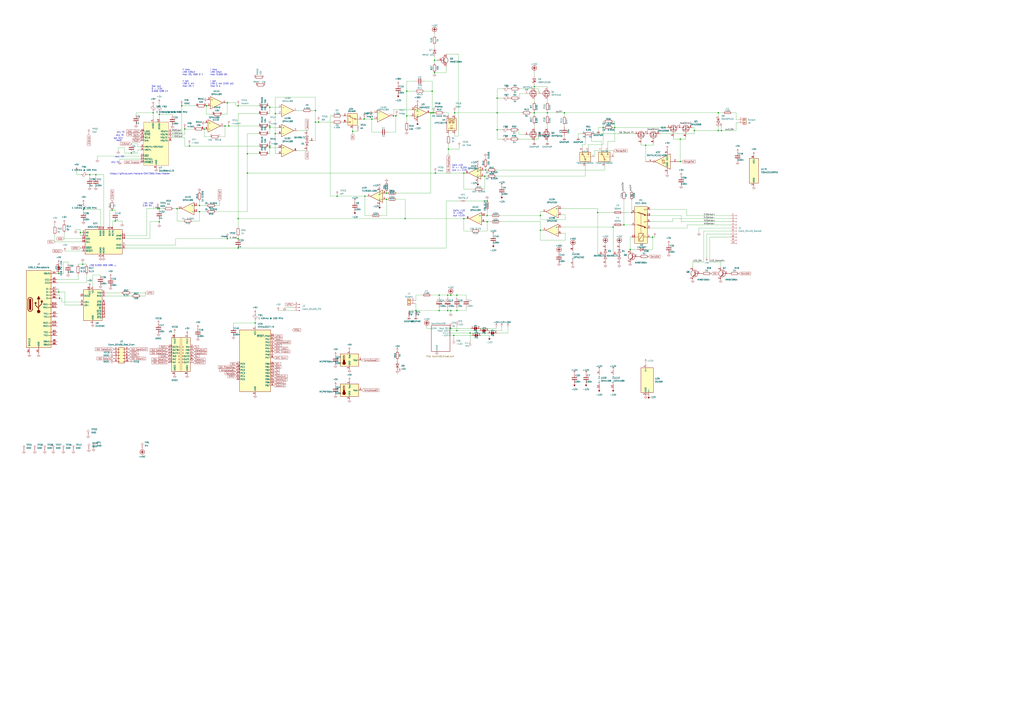
<source format=kicad_sch>
(kicad_sch (version 20231120) (generator "eeschema") (generator_version "8.0")
  (paper "A1")
  (title_block (title "PSLoad") (company "Jannik Schreiber"))
  (lib_symbols
    (symbol "+5V_1" (power) (pin_numbers hide) (pin_names (offset 0) hide)
      (property "Value" "+5V" (at 0 3.556 0))
      (symbol "+5V_1_1_1"
        (pin power_in line (at 0 0 90) (length 0) (name "~") (number "1"))
      )
    )
    (symbol "74xGxx:SN74LVC1G14DBV"
      (property "Reference" "U" (at 0 3.81 0))
      (property "Value" "SN74LVC1G14DBV" (at 0 -3.81 0))
      (symbol "SN74LVC1G14DBV_1_1"
        (pin no_connect line (at -7.62 5.08 180) (length 5.08) hide (name "NC") (number "1"))
        (pin input line (at -15.24 0 0) (length 7.62) (name "~") (number "2"))
        (pin power_in line (at -5.08 -10.16 90) (length 5.08) (name "GND") (number "3"))
        (pin output inverted (at 12.7 0 180) (length 7.62) (name "~") (number "4"))
        (pin power_in line (at -5.08 10.16 270) (length 5.08) (name "VCC") (number "5"))
      )
    )
    (symbol "Amplifier_Operational:ADA4610-1xR" (pin_names (offset 0.127))
      (property "Reference" "U" (at 0 6.35 0))
      (property "Value" "ADA4610-1xR" (at 0 3.81 0))
      (symbol "ADA4610-1xR_1_1"
        (pin no_connect line (at -2.54 2.54 270) (length 2.54) hide (name "NC") (number "1"))
        (pin input line (at -7.62 -2.54 0) (length 2.54) (name "-") (number "2"))
        (pin input line (at -7.62 2.54 0) (length 2.54) (name "+") (number "3"))
        (pin power_in line (at -2.54 -7.62 90) (length 3.81) (name "V-") (number "4"))
        (pin no_connect line (at 0 2.54 270) (length 2.54) hide (name "NC") (number "5"))
        (pin output line (at 7.62 0 180) (length 2.54) (name "~") (number "6"))
        (pin power_in line (at -2.54 7.62 270) (length 3.81) (name "V+") (number "7"))
        (pin no_connect line (at 0 -2.54 90) (length 2.54) hide (name "NC") (number "8"))
      )
    )
    (symbol "Amplifier_Operational:OPA188xxD" (pin_names (offset 0.127))
      (property "Reference" "U" (at 0 6.35 0))
      (property "Value" "OPA188xxD" (at 0 3.81 0))
      (symbol "OPA188xxD_1_1"
        (pin no_connect line (at -2.54 2.54 270) (length 2.54) hide (name "NC") (number "1"))
        (pin input line (at -7.62 -2.54 0) (length 2.54) (name "-") (number "2"))
        (pin input line (at -7.62 2.54 0) (length 2.54) (name "+") (number "3"))
        (pin power_in line (at -2.54 -7.62 90) (length 3.81) (name "V-") (number "4"))
        (pin no_connect line (at 0 2.54 270) (length 2.54) hide (name "NC") (number "5"))
        (pin output line (at 7.62 0 180) (length 2.54) (name "~") (number "6"))
        (pin power_in line (at -2.54 7.62 270) (length 3.81) (name "V+") (number "7"))
        (pin no_connect line (at 0 -2.54 90) (length 2.54) hide (name "NC") (number "8"))
      )
    )
    (symbol "Amplifier_Operational:TLV9301xDBV" (pin_names (offset 0.127))
      (property "Reference" "U" (at -1.27 6.35 0))
      (property "Value" "TLV9301xDBV" (at -1.27 3.81 0))
      (symbol "TLV9301xDBV_0_1"
        (pin power_in line (at -2.54 -7.62 90) (length 3.81) (name "V-") (number "2"))
        (pin power_in line (at -2.54 7.62 270) (length 3.81) (name "V+") (number "5"))
      )
      (symbol "TLV9301xDBV_1_1"
        (pin output line (at 7.62 0 180) (length 2.54) (name "~") (number "1"))
        (pin input line (at -7.62 2.54 0) (length 2.54) (name "+") (number "3"))
        (pin input line (at -7.62 -2.54 0) (length 2.54) (name "-") (number "4"))
      )
    )
    (symbol "Analog_ADC:ADS1220xPW"
      (property "Reference" "U21" (at 4.7341 15.24 0))
      (property "Value" "ADS1219" (at 4.572 12.192 0))
      (symbol "ADS1220xPW_1_1"
        (pin input line (at 17.78 7.62 180) (length 2.54) (name "A0") (number "1"))
        (pin input line (at -17.78 2.54 0) (length 2.54) (name "AIN1") (number "10"))
        (pin input line (at -17.78 5.08 0) (length 2.54) (name "AIN0") (number "11"))
        (pin power_in line (at 0 12.7 270) (length 2.54) (name "AVDD") (number "12"))
        (pin power_in line (at 2.54 12.7 270) (length 2.54) (name "DVDD") (number "13"))
        (pin output line (at 17.78 -5.08 180) (length 2.54) (name "~{DRDY}") (number "14"))
        (pin output line (at 17.78 2.54 180) (length 2.54) (name "SDA") (number "15"))
        (pin input line (at 17.78 0 180) (length 2.54) (name "SCL") (number "16"))
        (pin input line (at 17.78 5.08 180) (length 2.54) (name "A1") (number "2"))
        (pin input line (at 17.78 -7.62 180) (length 2.54) (name "~{RESET}") (number "3"))
        (pin power_in line (at 2.54 -12.7 90) (length 2.54) (name "DGND") (number "4"))
        (pin power_in line (at 0 -12.7 90) (length 2.54) (name "AGND") (number "5"))
        (pin input line (at -17.78 -5.08 0) (length 2.54) (name "AIN3") (number "6"))
        (pin input line (at -17.78 -2.54 0) (length 2.54) (name "AIN2") (number "7"))
        (pin input line (at -7.62 12.7 270) (length 2.54) (name "REFN") (number "8"))
        (pin input line (at -5.08 12.7 270) (length 2.54) (name "REFP") (number "9"))
      )
    )
    (symbol "Analog_DAC:DAC8565"
      (property "Reference" "U" (at -8.89 21.59 0))
      (property "Value" "DAC8565" (at 10.16 21.59 0))
      (symbol "DAC8565_0_0"
        (pin output line (at 12.7 12.7 180) (length 2.54) (name "VOUTA") (number "1"))
        (pin input line (at -12.7 7.62 0) (length 2.54) (name "SCLK") (number "10"))
        (pin input line (at -12.7 5.08 0) (length 2.54) (name "DIN") (number "11"))
        (pin power_in line (at 2.54 22.86 270) (length 2.54) (name "IOVDD") (number "12"))
        (pin input line (at -12.7 -7.62 0) (length 2.54) (name "~{RST}") (number "13"))
        (pin input line (at -12.7 -10.16 0) (length 2.54) (name "RSTSEL") (number "14"))
        (pin input line (at -12.7 -12.7 0) (length 2.54) (name "~{ENABLE}") (number "15"))
        (pin input line (at -12.7 12.7 0) (length 2.54) (name "LDAC") (number "16"))
        (pin output line (at 12.7 10.16 180) (length 2.54) (name "VOUTB") (number "2"))
        (pin bidirectional line (at -12.7 0 0) (length 2.54) (name "VREFH/VREFOUT") (number "3"))
        (pin power_in line (at -2.54 22.86 270) (length 2.54) (name "AVDD") (number "4"))
        (pin input line (at -12.7 -2.54 0) (length 2.54) (name "VREFL") (number "5"))
        (pin power_in line (at 0 -17.78 90) (length 2.54) (name "GND") (number "6"))
        (pin output line (at 12.7 7.62 180) (length 2.54) (name "VOUTC") (number "7"))
        (pin output line (at 12.7 5.08 180) (length 2.54) (name "VOUTD") (number "8"))
        (pin input line (at -12.7 10.16 0) (length 2.54) (name "~{SYNC}") (number "9"))
      )
    )
    (symbol "Analog_Switch:DG419xY" (pin_names (offset 0.254))
      (property "Reference" "U2" (at 7.62 0.635 0))
      (property "Value" "DG419xY" (at 7.62 -1.905 0))
      (symbol "DG419xY_1_1"
        (pin passive line (at -7.62 -2.54 0) (length 2.54) (name "~") (number "1"))
        (pin passive line (at 7.62 0 180) (length 2.54) (name "~") (number "2"))
        (pin input line (at 0 -10.16 90) (length 2.54) (name "~") (number "6"))
        (pin passive line (at 7.62 -5.08 180) (length 2.54) (name "~") (number "8"))
      )
      (symbol "DG419xY_2_0"
        (pin power_in line (at 0 -12.7 90) (length 2.54) (name "GND") (number "3"))
        (pin power_in line (at 0 12.7 270) (length 2.54) (name "V+") (number "4"))
        (pin power_in line (at 2.54 -12.7 90) (length 2.54) (name "V-") (number "7"))
      )
    )
    (symbol "Analog_Switch:TS5A23159RSE"
      (property "Reference" "U" (at -5.08 8.89 0))
      (property "Value" "TS5A23159RSE" (at -5.08 6.985 0))
      (symbol "TS5A23159RSE_1_1"
        (pin input line (at 0 -7.62 90) (length 2.54) (name "~") (number "1"))
        (pin passive line (at -7.62 0 0) (length 2.54) (name "~") (number "10"))
        (pin passive line (at 7.62 -2.54 180) (length 2.54) (name "~") (number "2"))
        (pin passive line (at 7.62 2.54 180) (length 2.54) (name "~") (number "9"))
      )
      (symbol "TS5A23159RSE_2_1"
        (pin passive line (at 7.62 -2.54 180) (length 2.54) (name "~") (number "4"))
        (pin input line (at 0 -7.62 90) (length 2.54) (name "~") (number "5"))
        (pin passive line (at -7.62 0 0) (length 2.54) (name "~") (number "6"))
        (pin passive line (at 7.62 2.54 180) (length 2.54) (name "~") (number "7"))
      )
      (symbol "TS5A23159RSE_3_1"
        (pin power_in line (at 0 -12.7 90) (length 2.54) (name "GND") (number "3"))
        (pin power_in line (at 0 12.7 270) (length 2.54) (name "VCC") (number "8"))
      )
    )
    (symbol "Connector:Conn_01x03_Pin" (pin_names (offset 1.016) hide)
      (property "Reference" "J" (at 0 5.08 0))
      (property "Value" "Conn_01x03_Pin" (at 0 -5.08 0))
      (symbol "Conn_01x03_Pin_1_1"
        (pin passive line (at 5.08 2.54 180) (length 3.81) (name "Pin_1") (number "1"))
        (pin passive line (at 5.08 0 180) (length 3.81) (name "Pin_2") (number "2"))
        (pin passive line (at 5.08 -2.54 180) (length 3.81) (name "Pin_3") (number "3"))
      )
    )
    (symbol "Connector:Conn_01x10_Socket" (pin_names (offset 1.016) hide)
      (property "Reference" "J" (at 0 12.7 0))
      (property "Value" "Conn_01x10_Socket" (at 0 -15.24 0))
      (symbol "Conn_01x10_Socket_1_1"
        (pin passive line (at -5.08 10.16 0) (length 3.81) (name "Pin_1") (number "1"))
        (pin passive line (at -5.08 -12.7 0) (length 3.81) (name "Pin_10") (number "10"))
        (pin passive line (at -5.08 7.62 0) (length 3.81) (name "Pin_2") (number "2"))
        (pin passive line (at -5.08 5.08 0) (length 3.81) (name "Pin_3") (number "3"))
        (pin passive line (at -5.08 2.54 0) (length 3.81) (name "Pin_4") (number "4"))
        (pin passive line (at -5.08 0 0) (length 3.81) (name "Pin_5") (number "5"))
        (pin passive line (at -5.08 -2.54 0) (length 3.81) (name "Pin_6") (number "6"))
        (pin passive line (at -5.08 -5.08 0) (length 3.81) (name "Pin_7") (number "7"))
        (pin passive line (at -5.08 -7.62 0) (length 3.81) (name "Pin_8") (number "8"))
        (pin passive line (at -5.08 -10.16 0) (length 3.81) (name "Pin_9") (number "9"))
      )
    )
    (symbol "Connector:Screw_Terminal_01x02" (pin_names (offset 1.016) hide)
      (property "Reference" "J" (at 0 2.54 0))
      (property "Value" "Screw_Terminal_01x02" (at 0 -5.08 0))
      (symbol "Screw_Terminal_01x02_1_1"
        (pin passive line (at -5.08 0 0) (length 3.81) (name "Pin_1") (number "1"))
        (pin passive line (at -5.08 -2.54 0) (length 3.81) (name "Pin_2") (number "2"))
      )
    )
    (symbol "Connector:TestPoint" (pin_numbers hide) (pin_names (offset 0.762) hide)
      (property "Reference" "TP" (at 0 6.858 0))
      (property "Value" "TestPoint" (at 0 5.08 0))
      (symbol "TestPoint_1_1"
        (pin passive line (at 0 0 90) (length 2.54) (name "1") (number "1"))
      )
    )
    (symbol "Connector:TestPoint_Alt" (pin_numbers hide) (pin_names (offset 0.762) hide)
      (property "Reference" "TP" (at 0 6.858 0))
      (property "Value" "TestPoint_Alt" (at 0 5.08 0))
      (symbol "TestPoint_Alt_1_1"
        (pin passive line (at 0 0 90) (length 2.54) (name "1") (number "1"))
      )
    )
    (symbol "Connector:USB_C_Receptacle" (pin_names (offset 1.016))
      (property "Reference" "J" (at -10.16 29.21 0))
      (property "Value" "USB_C_Receptacle" (at 10.16 29.21 0))
      (symbol "USB_C_Receptacle_1_1"
        (pin passive line (at 0 -40.64 90) (length 5.08) (name "GND") (number "A1"))
        (pin bidirectional line (at 15.24 -15.24 180) (length 5.08) (name "RX2-") (number "A10"))
        (pin bidirectional line (at 15.24 -17.78 180) (length 5.08) (name "RX2+") (number "A11"))
        (pin passive line (at 0 -40.64 90) (length 5.08) hide (name "GND") (number "A12"))
        (pin bidirectional line (at 15.24 -10.16 180) (length 5.08) (name "TX1+") (number "A2"))
        (pin bidirectional line (at 15.24 -7.62 180) (length 5.08) (name "TX1-") (number "A3"))
        (pin passive line (at 15.24 25.4 180) (length 5.08) (name "VBUS") (number "A4"))
        (pin bidirectional line (at 15.24 20.32 180) (length 5.08) (name "CC1") (number "A5"))
        (pin bidirectional line (at 15.24 7.62 180) (length 5.08) (name "D+") (number "A6"))
        (pin bidirectional line (at 15.24 12.7 180) (length 5.08) (name "D-") (number "A7"))
        (pin bidirectional line (at 15.24 -30.48 180) (length 5.08) (name "SBU1") (number "A8"))
        (pin passive line (at 15.24 25.4 180) (length 5.08) hide (name "VBUS") (number "A9"))
        (pin passive line (at 0 -40.64 90) (length 5.08) hide (name "GND") (number "B1"))
        (pin bidirectional line (at 15.24 0 180) (length 5.08) (name "RX1-") (number "B10"))
        (pin bidirectional line (at 15.24 -2.54 180) (length 5.08) (name "RX1+") (number "B11"))
        (pin passive line (at 0 -40.64 90) (length 5.08) hide (name "GND") (number "B12"))
        (pin bidirectional line (at 15.24 -25.4 180) (length 5.08) (name "TX2+") (number "B2"))
        (pin bidirectional line (at 15.24 -22.86 180) (length 5.08) (name "TX2-") (number "B3"))
        (pin passive line (at 15.24 25.4 180) (length 5.08) hide (name "VBUS") (number "B4"))
        (pin bidirectional line (at 15.24 17.78 180) (length 5.08) (name "CC2") (number "B5"))
        (pin bidirectional line (at 15.24 5.08 180) (length 5.08) (name "D+") (number "B6"))
        (pin bidirectional line (at 15.24 10.16 180) (length 5.08) (name "D-") (number "B7"))
        (pin bidirectional line (at 15.24 -33.02 180) (length 5.08) (name "SBU2") (number "B8"))
        (pin passive line (at 15.24 25.4 180) (length 5.08) hide (name "VBUS") (number "B9"))
        (pin passive line (at -7.62 -40.64 90) (length 5.08) (name "SHIELD") (number "S1"))
      )
    )
    (symbol "Connector_Generic:Conn_02x05_Odd_Even" (pin_names (offset 1.016) hide)
      (property "Reference" "J" (at 1.27 7.62 0))
      (property "Value" "Conn_02x05_Odd_Even" (at 1.27 -7.62 0))
      (symbol "Conn_02x05_Odd_Even_1_1"
        (pin passive line (at -5.08 5.08 0) (length 3.81) (name "Pin_1") (number "1"))
        (pin passive line (at 7.62 -5.08 180) (length 3.81) (name "Pin_10") (number "10"))
        (pin passive line (at 7.62 5.08 180) (length 3.81) (name "Pin_2") (number "2"))
        (pin passive line (at -5.08 2.54 0) (length 3.81) (name "Pin_3") (number "3"))
        (pin passive line (at 7.62 2.54 180) (length 3.81) (name "Pin_4") (number "4"))
        (pin passive line (at -5.08 0 0) (length 3.81) (name "Pin_5") (number "5"))
        (pin passive line (at 7.62 0 180) (length 3.81) (name "Pin_6") (number "6"))
        (pin passive line (at -5.08 -2.54 0) (length 3.81) (name "Pin_7") (number "7"))
        (pin passive line (at 7.62 -2.54 180) (length 3.81) (name "Pin_8") (number "8"))
        (pin passive line (at -5.08 -5.08 0) (length 3.81) (name "Pin_9") (number "9"))
      )
    )
    (symbol "DG419xY_1" (pin_names (offset 0.254))
      (property "Reference" "U2" (at 7.62 0.635 0))
      (property "Value" "DG419xY" (at 7.62 -1.905 0))
      (symbol "DG419xY_1_1_1"
        (pin passive line (at -7.62 -2.54 0) (length 2.54) (name "~") (number "1"))
        (pin passive line (at 7.62 0 180) (length 2.54) (name "~") (number "2"))
        (pin input line (at 0 -10.16 90) (length 2.54) (name "~") (number "6"))
        (pin passive line (at 7.62 -5.08 180) (length 2.54) (name "~") (number "8"))
      )
      (symbol "DG419xY_1_2_0"
        (pin power_in line (at 0 -12.7 90) (length 2.54) (name "GND") (number "3"))
        (pin power_in line (at 0 12.7 270) (length 2.54) (name "V+") (number "4"))
        (pin power_in line (at 2.54 -12.7 90) (length 2.54) (name "V-") (number "7"))
      )
    )
    (symbol "DMN2008_1" (pin_names hide)
      (property "Reference" "Q10" (at 4.9532 -13.335 90))
      (property "Value" "DMN2008" (at 2.4132 -13.335 90))
      (symbol "DMN2008_1_1_1"
        (pin passive line (at 0 10.16 270) (length 2.54) (name "D1") (number "1"))
        (pin passive line (at 0 10.16 270) (length 2.54) hide (name "D1") (number "2"))
        (pin input line (at -7.62 5.08 0) (length 2.54) (name "G1") (number "3"))
        (pin passive line (at 0 -10.16 90) (length 2.54) hide (name "S2") (number "4"))
        (pin passive line (at 0 -10.16 90) (length 2.54) (name "S2") (number "5"))
        (pin input line (at -7.62 -5.08 0) (length 2.54) (name "G1") (number "6"))
        (pin passive line (at 2.54 0 180) (length 2.54) (name "S1/D2") (number "7"))
      )
    )
    (symbol "Device:C" (pin_numbers hide) (pin_names (offset 0.254))
      (property "Reference" "C" (at 0.635 2.54 0))
      (property "Value" "C" (at 0.635 -2.54 0))
      (symbol "C_1_1"
        (pin passive line (at 0 3.81 270) (length 2.794) (name "~") (number "1"))
        (pin passive line (at 0 -3.81 90) (length 2.794) (name "~") (number "2"))
      )
    )
    (symbol "Device:C_Polarized" (pin_numbers hide) (pin_names (offset 0.254))
      (property "Reference" "C" (at 0.635 2.54 0))
      (property "Value" "C_Polarized" (at 0.635 -2.54 0))
      (symbol "C_Polarized_1_1"
        (pin passive line (at 0 3.81 270) (length 2.794) (name "~") (number "1"))
        (pin passive line (at 0 -3.81 90) (length 2.794) (name "~") (number "2"))
      )
    )
    (symbol "Device:D" (pin_numbers hide) (pin_names (offset 1.016) hide)
      (property "Reference" "D" (at 0 2.54 0))
      (property "Value" "D" (at 0 -2.54 0))
      (symbol "D_1_1"
        (pin passive line (at -3.81 0 0) (length 2.54) (name "K") (number "1"))
        (pin passive line (at 3.81 0 180) (length 2.54) (name "A") (number "2"))
      )
    )
    (symbol "Device:D_AAK" (pin_names (offset 0) hide)
      (property "Reference" "D" (at 0 2.54 0))
      (property "Value" "D_AAK" (at 0 -2.54 0))
      (symbol "D_AAK_1_1"
        (pin passive line (at 5.08 2.54 180) (length 2.54) (name "A") (number "1"))
        (pin passive line (at 5.08 0 180) (length 2.54) (name "A") (number "2"))
        (pin passive line (at -3.81 0 0) (length 2.54) (name "K") (number "3"))
      )
    )
    (symbol "Device:FerriteBead_Small" (pin_numbers hide) (pin_names (offset 0))
      (property "Reference" "FB" (at 1.905 1.27 0))
      (property "Value" "FerriteBead_Small" (at 1.905 -1.27 0))
      (symbol "FerriteBead_Small_1_1"
        (pin passive line (at 0 2.54 270) (length 1.27) (name "~") (number "1"))
        (pin passive line (at 0 -2.54 90) (length 1.27) (name "~") (number "2"))
      )
    )
    (symbol "Device:Fuse" (pin_numbers hide) (pin_names (offset 0))
      (property "Reference" "F" (at 2.032 0 90))
      (property "Value" "Fuse" (at -1.905 0 90))
      (symbol "Fuse_1_1"
        (pin passive line (at 0 3.81 270) (length 1.27) (name "~") (number "1"))
        (pin passive line (at 0 -3.81 90) (length 1.27) (name "~") (number "2"))
      )
    )
    (symbol "Device:LED" (pin_numbers hide) (pin_names (offset 1.016) hide)
      (property "Reference" "D" (at 0 2.54 0))
      (property "Value" "LED" (at 0 -2.54 0))
      (symbol "LED_1_1"
        (pin passive line (at -3.81 0 0) (length 2.54) (name "K") (number "1"))
        (pin passive line (at 3.81 0 180) (length 2.54) (name "A") (number "2"))
      )
    )
    (symbol "Device:NetTie_2" (pin_numbers hide) (pin_names (offset 0) hide) (in_bom no)
      (property "Reference" "NT" (at 0 1.27 0))
      (property "Value" "NetTie_2" (at 0 -1.27 0))
      (symbol "NetTie_2_1_1"
        (pin passive line (at -2.54 0 0) (length 2.54) (name "1") (number "1"))
        (pin passive line (at 2.54 0 180) (length 2.54) (name "2") (number "2"))
      )
    )
    (symbol "Device:Opamp_Dual"
      (property "Reference" "U" (at 0 5.08 0))
      (property "Value" "Opamp_Dual" (at 0 -5.08 0))
      (symbol "Opamp_Dual_1_1"
        (pin output line (at 7.62 0 180) (length 2.54) (name "~") (number "1"))
        (pin input line (at -7.62 -2.54 0) (length 2.54) (name "-") (number "2"))
        (pin input line (at -7.62 2.54 0) (length 2.54) (name "+") (number "3"))
      )
      (symbol "Opamp_Dual_2_1"
        (pin input line (at -7.62 2.54 0) (length 2.54) (name "+") (number "5"))
        (pin input line (at -7.62 -2.54 0) (length 2.54) (name "-") (number "6"))
        (pin output line (at 7.62 0 180) (length 2.54) (name "~") (number "7"))
      )
      (symbol "Opamp_Dual_3_1"
        (pin power_in line (at -2.54 -7.62 90) (length 3.81) (name "V-") (number "4"))
        (pin power_in line (at -2.54 7.62 270) (length 3.81) (name "V+") (number "8"))
      )
    )
    (symbol "Device:Opamp_Quad"
      (property "Reference" "U" (at 0 5.08 0))
      (property "Value" "Opamp_Quad" (at 0 -5.08 0))
      (symbol "Opamp_Quad_1_1"
        (pin output line (at 7.62 0 180) (length 2.54) (name "~") (number "1"))
        (pin input line (at -7.62 -2.54 0) (length 2.54) (name "-") (number "2"))
        (pin input line (at -7.62 2.54 0) (length 2.54) (name "+") (number "3"))
      )
      (symbol "Opamp_Quad_2_1"
        (pin input line (at -7.62 2.54 0) (length 2.54) (name "+") (number "5"))
        (pin input line (at -7.62 -2.54 0) (length 2.54) (name "-") (number "6"))
        (pin output line (at 7.62 0 180) (length 2.54) (name "~") (number "7"))
      )
      (symbol "Opamp_Quad_3_1"
        (pin input line (at -7.62 2.54 0) (length 2.54) (name "+") (number "10"))
        (pin output line (at 7.62 0 180) (length 2.54) (name "~") (number "8"))
        (pin input line (at -7.62 -2.54 0) (length 2.54) (name "-") (number "9"))
      )
      (symbol "Opamp_Quad_4_1"
        (pin input line (at -7.62 2.54 0) (length 2.54) (name "+") (number "12"))
        (pin input line (at -7.62 -2.54 0) (length 2.54) (name "-") (number "13"))
        (pin output line (at 7.62 0 180) (length 2.54) (name "~") (number "14"))
      )
      (symbol "Opamp_Quad_5_1"
        (pin power_in line (at -2.54 -7.62 90) (length 3.81) (name "V-") (number "11"))
        (pin power_in line (at -2.54 7.62 270) (length 3.81) (name "V+") (number "4"))
      )
    )
    (symbol "Device:Q_NMOS_GDS" (pin_names (offset 0) hide)
      (property "Reference" "Q" (at 5.08 1.27 0))
      (property "Value" "Q_NMOS_GDS" (at 5.08 -1.27 0))
      (symbol "Q_NMOS_GDS_1_1"
        (pin input line (at -5.08 0 0) (length 2.54) (name "G") (number "1"))
        (pin passive line (at 2.54 5.08 270) (length 2.54) (name "D") (number "2"))
        (pin passive line (at 2.54 -5.08 90) (length 2.54) (name "S") (number "3"))
      )
    )
    (symbol "Device:Q_PMOS_GDS" (pin_names (offset 0) hide)
      (property "Reference" "Q" (at 5.08 1.27 0))
      (property "Value" "Q_PMOS_GDS" (at 5.08 -1.27 0))
      (symbol "Q_PMOS_GDS_1_1"
        (pin input line (at -5.08 0 0) (length 2.54) (name "G") (number "1"))
        (pin passive line (at 2.54 5.08 270) (length 2.54) (name "D") (number "2"))
        (pin passive line (at 2.54 -5.08 90) (length 2.54) (name "S") (number "3"))
      )
    )
    (symbol "Device:R" (pin_numbers hide) (pin_names (offset 0))
      (property "Reference" "R" (at 2.032 0 90))
      (property "Value" "R" (at 0 0 90))
      (symbol "R_1_1"
        (pin passive line (at 0 3.81 270) (length 1.27) (name "~") (number "1"))
        (pin passive line (at 0 -3.81 90) (length 1.27) (name "~") (number "2"))
      )
    )
    (symbol "Device:R_Pack04_Split" (pin_names (offset 0) hide)
      (property "Reference" "RN" (at 2.032 0 90))
      (property "Value" "R_Pack04_Split" (at 0 0 90))
      (symbol "R_Pack04_Split_1_1"
        (pin passive line (at 0 -3.81 90) (length 1.27) (name "R1.1") (number "1"))
        (pin passive line (at 0 3.81 270) (length 1.27) (name "R1.2") (number "8"))
      )
      (symbol "R_Pack04_Split_2_1"
        (pin passive line (at 0 -3.81 90) (length 1.27) (name "R2.1") (number "2"))
        (pin passive line (at 0 3.81 270) (length 1.27) (name "R2.2") (number "7"))
      )
      (symbol "R_Pack04_Split_3_1"
        (pin passive line (at 0 -3.81 90) (length 1.27) (name "R3.1") (number "3"))
        (pin passive line (at 0 3.81 270) (length 1.27) (name "R3.2") (number "6"))
      )
      (symbol "R_Pack04_Split_4_1"
        (pin passive line (at 0 -3.81 90) (length 1.27) (name "R4.1") (number "4"))
        (pin passive line (at 0 3.81 270) (length 1.27) (name "R4.2") (number "5"))
      )
    )
    (symbol "Device:R_Shunt" (pin_numbers hide) (pin_names (offset 0))
      (property "Reference" "R" (at -4.445 0 90))
      (property "Value" "R_Shunt" (at -2.54 0 90))
      (symbol "R_Shunt_1_1"
        (pin passive line (at 0 5.08 270) (length 2.54) (name "1") (number "1"))
        (pin passive line (at 3.81 2.54 180) (length 2.54) (name "2") (number "2"))
        (pin passive line (at 3.81 -2.54 180) (length 2.54) (name "3") (number "3"))
        (pin passive line (at 0 -5.08 90) (length 2.54) (name "4") (number "4"))
      )
    )
    (symbol "Diode:BAV99" (pin_names hide)
      (property "Reference" "D" (at 0 5.08 0))
      (property "Value" "BAV99" (at 0 2.54 0))
      (symbol "BAV99_1_1"
        (pin passive line (at -7.62 0 0) (length 2.54) (name "K") (number "1"))
        (pin passive line (at 7.62 0 180) (length 2.54) (name "A") (number "2"))
        (pin passive line (at 0 -5.08 90) (length 2.54) (name "K") (number "3"))
      )
    )
    (symbol "Diode:MBR735" (pin_numbers hide) (pin_names (offset 1.016) hide)
      (property "Reference" "D" (at 0 2.54 0))
      (property "Value" "MBR735" (at 0 -2.54 0))
      (symbol "MBR735_1_1"
        (pin passive line (at -3.81 0 0) (length 2.54) (name "K") (number "1"))
        (pin passive line (at 3.81 0 180) (length 2.54) (name "A") (number "2"))
      )
    )
    (symbol "Diode:MM3Zxx" (pin_numbers hide) (pin_names hide)
      (property "Reference" "D" (at 0 2.54 0))
      (property "Value" "MM3Zxx" (at 0 -2.54 0))
      (symbol "MM3Zxx_1_1"
        (pin passive line (at -3.81 0 0) (length 2.54) (name "K") (number "1"))
        (pin passive line (at 3.81 0 180) (length 2.54) (name "A") (number "2"))
      )
    )
    (symbol "Interface_USB:CH340C"
      (property "Reference" "U" (at -5.08 13.97 0))
      (property "Value" "CH340C" (at 1.27 13.97 0))
      (symbol "CH340C_1_1"
        (pin power_in line (at 0 -15.24 90) (length 2.54) (name "GND") (number "1"))
        (pin input line (at 10.16 0 180) (length 2.54) (name "~{DSR}") (number "10"))
        (pin input line (at 10.16 -2.54 180) (length 2.54) (name "~{RI}") (number "11"))
        (pin input line (at 10.16 -5.08 180) (length 2.54) (name "~{DCD}") (number "12"))
        (pin output line (at 10.16 -7.62 180) (length 2.54) (name "~{DTR}") (number "13"))
        (pin output line (at 10.16 -10.16 180) (length 2.54) (name "~{RTS}") (number "14"))
        (pin input line (at -10.16 7.62 0) (length 2.54) (name "R232") (number "15"))
        (pin power_in line (at -2.54 15.24 270) (length 2.54) (name "VCC") (number "16"))
        (pin output line (at 10.16 10.16 180) (length 2.54) (name "TXD") (number "2"))
        (pin input line (at 10.16 7.62 180) (length 2.54) (name "RXD") (number "3"))
        (pin power_out line (at 0 15.24 270) (length 2.54) (name "V3") (number "4"))
        (pin bidirectional line (at -10.16 2.54 0) (length 2.54) (name "UD+") (number "5"))
        (pin bidirectional line (at -10.16 0 0) (length 2.54) (name "UD-") (number "6"))
        (pin no_connect line (at -7.62 -5.08 0) (length 2.54) hide (name "NC") (number "7"))
        (pin no_connect line (at -7.62 -7.62 0) (length 2.54) hide (name "NC") (number "8"))
        (pin input line (at 10.16 2.54 180) (length 2.54) (name "~{CTS}") (number "9"))
      )
    )
    (symbol "Isolator:ISO7763FDBQ"
      (property "Reference" "U" (at 8.255 14.605 0))
      (property "Value" "ISO7763FDBQ" (at 8.255 12.065 0))
      (symbol "ISO7763FDBQ_1_1"
        (pin power_in line (at -5.08 17.78 270) (length 2.54) (name "Vcc1") (number "1"))
        (pin input line (at 10.16 -5.08 180) (length 2.54) (name "INF") (number "10"))
        (pin input line (at 10.16 -2.54 180) (length 2.54) (name "INE") (number "11"))
        (pin input line (at 10.16 0 180) (length 2.54) (name "IND") (number "12"))
        (pin output line (at 10.16 2.54 180) (length 2.54) (name "OUTC") (number "13"))
        (pin output line (at 10.16 5.08 180) (length 2.54) (name "OUTB") (number "14"))
        (pin output line (at 10.16 7.62 180) (length 2.54) (name "OUTA") (number "15"))
        (pin power_in line (at 5.08 17.78 270) (length 2.54) (name "Vcc2") (number "16"))
        (pin input line (at -10.16 7.62 0) (length 2.54) (name "INA") (number "2"))
        (pin input line (at -10.16 5.08 0) (length 2.54) (name "INB") (number "3"))
        (pin input line (at -10.16 2.54 0) (length 2.54) (name "INC") (number "4"))
        (pin output line (at -10.16 0 0) (length 2.54) (name "OUTD") (number "5"))
        (pin output line (at -10.16 -2.54 0) (length 2.54) (name "OUTE") (number "6"))
        (pin output line (at -10.16 -5.08 0) (length 2.54) (name "OUTF") (number "7"))
        (pin power_in line (at -5.08 -15.24 90) (length 2.54) (name "GND1") (number "8"))
        (pin power_in line (at 5.08 -15.24 90) (length 2.54) (name "GND2") (number "9"))
      )
    )
    (symbol "Jumper:SolderJumper_2_Open" (pin_names (offset 0) hide)
      (property "Reference" "JP" (at 0 2.032 0))
      (property "Value" "SolderJumper_2_Open" (at 0 -2.54 0))
      (symbol "SolderJumper_2_Open_1_1"
        (pin passive line (at -3.81 0 0) (length 2.54) (name "A") (number "1"))
        (pin passive line (at 3.81 0 180) (length 2.54) (name "B") (number "2"))
      )
    )
    (symbol "MCU_Microchip_ATtiny:ATtiny3227-M"
      (property "Reference" "U" (at -12.7 26.67 0))
      (property "Value" "ATtiny3227-M" (at 2.54 -26.67 0))
      (symbol "ATtiny3227-M_1_1"
        (pin bidirectional line (at 15.24 15.24 180) (length 2.54) (name "PA2") (number "1"))
        (pin bidirectional line (at 15.24 -17.78 180) (length 2.54) (name "PB6") (number "10"))
        (pin bidirectional line (at 15.24 -15.24 180) (length 2.54) (name "PB5") (number "11"))
        (pin bidirectional line (at 15.24 -12.7 180) (length 2.54) (name "PB4") (number "12"))
        (pin bidirectional line (at 15.24 -10.16 180) (length 2.54) (name "PB3") (number "13"))
        (pin bidirectional line (at 15.24 -7.62 180) (length 2.54) (name "PB2") (number "14"))
        (pin bidirectional line (at 15.24 -5.08 180) (length 2.54) (name "PB1") (number "15"))
        (pin bidirectional line (at 15.24 -2.54 180) (length 2.54) (name "PB0") (number "16"))
        (pin bidirectional line (at -15.24 -2.54 0) (length 2.54) (name "PC0") (number "17"))
        (pin bidirectional line (at -15.24 -5.08 0) (length 2.54) (name "PC1") (number "18"))
        (pin bidirectional line (at -15.24 -7.62 0) (length 2.54) (name "PC2") (number "19"))
        (pin bidirectional line (at 15.24 12.7 180) (length 2.54) (name "PA3") (number "2"))
        (pin bidirectional line (at -15.24 -10.16 0) (length 2.54) (name "PC3") (number "20"))
        (pin bidirectional line (at -15.24 -12.7 0) (length 2.54) (name "PC4") (number "21"))
        (pin bidirectional line (at -15.24 -15.24 0) (length 2.54) (name "PC5") (number "22"))
        (pin bidirectional line (at 15.24 20.32 180) (length 2.54) (name "~{RESET}/PA0") (number "23"))
        (pin bidirectional line (at 15.24 17.78 180) (length 2.54) (name "PA1") (number "24"))
        (pin passive line (at 0 -27.94 90) (length 2.54) hide (name "GND") (number "25"))
        (pin power_in line (at 0 -27.94 90) (length 2.54) (name "GND") (number "3"))
        (pin power_in line (at 0 27.94 270) (length 2.54) (name "VCC") (number "4"))
        (pin bidirectional line (at 15.24 10.16 180) (length 2.54) (name "PA4") (number "5"))
        (pin bidirectional line (at 15.24 7.62 180) (length 2.54) (name "PA5") (number "6"))
        (pin bidirectional line (at 15.24 5.08 180) (length 2.54) (name "PA6") (number "7"))
        (pin bidirectional line (at 15.24 2.54 180) (length 2.54) (name "PA7") (number "8"))
        (pin bidirectional line (at 15.24 -20.32 180) (length 2.54) (name "PB7") (number "9"))
      )
    )
    (symbol "Relay:EE2-5NU"
      (property "Reference" "K" (at 15.24 8.89 0))
      (property "Value" "EE2-5NU" (at 19.05 6.35 0))
      (symbol "EE2-5NU_1_1"
        (text "+" (at -9.271 2.921 0) (effects (font (size 1.27 1.27))))
        (pin passive line (at -10.16 7.62 270) (length 2.54) (name "~") (number "1"))
        (pin passive line (at 7.62 7.62 270) (length 2.54) (name "~") (number "10"))
        (pin passive line (at -10.16 -7.62 90) (length 2.54) (name "~") (number "12"))
        (pin passive line (at -2.54 7.62 270) (length 2.54) (name "~") (number "3"))
        (pin passive line (at 0 -7.62 90) (length 2.54) (name "~") (number "4"))
        (pin passive line (at 2.54 7.62 270) (length 2.54) (name "~") (number "5"))
        (pin passive line (at 12.7 7.62 270) (length 2.54) (name "~") (number "8"))
        (pin passive line (at 10.16 -7.62 90) (length 2.54) (name "~") (number "9"))
      )
    )
    (symbol "Relay_SolidState:CPC1017N"
      (property "Reference" "U" (at -5.08 5.08 0))
      (property "Value" "CPC1017N" (at 0 5.08 0))
      (symbol "CPC1017N_1_1"
        (pin passive line (at -7.62 2.54 0) (length 2.54) (name "~") (number "1"))
        (pin passive line (at -7.62 -2.54 0) (length 2.54) (name "~") (number "2"))
        (pin passive line (at 7.62 -2.54 180) (length 2.54) (name "~") (number "3"))
        (pin passive line (at 7.62 2.54 180) (length 2.54) (name "~") (number "4"))
      )
    )
    (symbol "Sensor_Temperature:MCP9700Ax-ETT"
      (property "Reference" "U" (at -6.35 6.35 0))
      (property "Value" "MCP9700Ax-ETT" (at 1.27 6.35 0))
      (symbol "MCP9700Ax-ETT_1_1"
        (pin power_in line (at 0 7.62 270) (length 2.54) (name "V_{DD}") (number "1"))
        (pin output line (at 10.16 0 180) (length 2.54) (name "V_{OUT}") (number "2"))
        (pin power_in line (at 0 -7.62 90) (length 2.54) (name "GND") (number "3"))
      )
    )
    (symbol "Transistor_BJT:MMBT3904" (pin_names (offset 0) hide)
      (property "Reference" "Q" (at 5.08 1.905 0))
      (property "Value" "MMBT3904" (at 5.08 0 0))
      (symbol "MMBT3904_1_1"
        (pin input line (at -5.08 0 0) (length 5.715) (name "B") (number "1"))
        (pin passive line (at 2.54 -5.08 90) (length 2.54) (name "E") (number "2"))
        (pin passive line (at 2.54 5.08 270) (length 2.54) (name "C") (number "3"))
      )
    )
    (symbol "power:+12V" (power) (pin_names (offset 0))
      (property "Value" "+12V" (at 0 3.556 0))
      (symbol "+12V_1_1"
        (pin power_in line (at 0 0 90) (length 0) hide (name "+12V") (number "1"))
      )
    )
    (symbol "power:+36V" (power) (pin_numbers hide) (pin_names (offset 0) hide)
      (property "Value" "+36V" (at 0 3.556 0))
      (symbol "+36V_1_1"
        (pin power_in line (at 0 0 90) (length 0) (name "~") (number "1"))
      )
    )
    (symbol "power:+VDC" (power) (pin_names (offset 0))
      (property "Value" "+VDC" (at 0 6.35 0))
      (symbol "+VDC_1_1"
        (pin power_in line (at 0 0 90) (length 0) hide (name "+VDC") (number "1"))
      )
    )
    (symbol "power:-12V" (power) (pin_names (offset 0))
      (property "Value" "-12V" (at 0 3.81 0))
      (symbol "-12V_0_0"
        (pin power_in line (at 0 0 90) (length 0) hide (name "-12V") (number "1"))
      )
    )
    (symbol "power:GND" (power) (pin_names (offset 0))
      (property "Value" "GND" (at 0 -3.81 0))
      (symbol "GND_1_1"
        (pin power_in line (at 0 0 270) (length 0) hide (name "GND") (number "1"))
      )
    )
    (symbol "power:GND1" (power) (pin_numbers hide) (pin_names (offset 0) hide)
      (property "Value" "GND1" (at 0 -3.81 0))
      (symbol "GND1_1_1"
        (pin power_in line (at 0 0 270) (length 0) (name "~") (number "1"))
      )
    )
    (symbol "power:GNDPWR" (power) (pin_numbers hide) (pin_names (offset 0) hide)
      (property "Value" "GNDPWR" (at 0 -3.302 0))
      (symbol "GNDPWR_1_1"
        (pin power_in line (at 0 0 270) (length 0) (name "~") (number "1"))
      )
    )
    (symbol "power:VCCQ" (power) (pin_numbers hide) (pin_names (offset 0) hide)
      (property "Value" "VCCQ" (at 0 3.556 0))
      (symbol "VCCQ_1_1"
        (pin power_in line (at 0 0 90) (length 0) (name "~") (number "1"))
      )
    )
  )
  (junction (at 195.58 196.215))
  (junction (at 463.55 92.71))
  (junction (at 209.55 265.43))
  (junction (at 323.215 95.25))
  (junction (at 398.78 139.7))
  (junction (at 512.445 184.785))
  (junction (at 408.305 92.71))
  (junction (at 261.62 100.33))
  (junction (at 504.825 104.775))
  (junction (at 354.965 74.93))
  (junction (at 195.58 86.995))
  (junction (at 398.145 144.78))
  (junction (at 259.08 90.805))
  (junction (at 129.54 171.45))
  (junction (at 221.615 120.015))
  (junction (at 78.74 143.51))
  (junction (at 356.235 92.71))
  (junction (at 356.87 49.53))
  (junction (at 184.785 103.505))
  (junction (at 186.69 84.455))
  (junction (at 186.69 196.215))
  (junction (at 226.06 93.345))
  (junction (at 195.58 179.705))
  (junction (at 92.075 172.72))
  (junction (at 490.855 174.625))
  (junction (at 48.26 224.79))
  (junction (at 400.05 165.1))
  (junction (at 535.94 194.945))
  (junction (at 299.085 97.79))
  (junction (at 370.205 255.27))
  (junction (at 317.5 163.83))
  (junction (at 386.08 273.685))
  (junction (at 367.665 242.57))
  (junction (at 518.795 174.625))
  (junction (at 408.305 106.68))
  (junction (at 94.615 181.61))
  (junction (at 130.81 182.245))
  (junction (at 503.555 186.69))
  (junction (at 517.525 205.105))
  (junction (at 589.915 92.71))
  (junction (at 449.58 92.71))
  (junction (at 107.95 125.73))
  (junction (at 203.2 126.365))
  (junction (at 73.66 143.51))
  (junction (at 48.895 245.11))
  (junction (at 151.765 106.045))
  (junction (at 289.56 107.95))
  (junction (at 226.06 109.855))
  (junction (at 299.72 161.29))
  (junction (at 570.23 107.315))
  (junction (at 408.305 80.645))
  (junction (at 375.285 242.57))
  (junction (at 381 179.705))
  (junction (at 438.785 71.12))
  (junction (at 163.83 173.99))
  (junction (at 334.01 74.93))
  (junction (at 558.8 114.3))
  (junction (at 167.64 106.045))
  (junction (at 130.81 93.98))
  (junction (at 276.86 161.29))
  (junction (at 145.415 171.45))
  (junction (at 195.58 203.835))
  (junction (at 48.26 240.03))
  (junction (at 443.865 177.165))
  (junction (at 373.38 92.71))
  (junction (at 367.665 255.27))
  (junction (at 259.08 100.33))
  (junction (at 187.96 103.505))
  (junction (at 368.3 122.555))
  (junction (at 203.2 142.24))
  (junction (at 360.68 242.57))
  (junction (at 357.505 142.24))
  (junction (at 372.745 275.59))
  (junction (at 221.615 104.775))
  (junction (at 66.04 191.135))
  (junction (at 341.63 255.27))
  (junction (at 370.205 242.57))
  (junction (at 400.05 177.165))
  (junction (at 495.3 104.775))
  (junction (at 305.435 97.79))
  (junction (at 356.87 59.69))
  (junction (at 360.68 255.27))
  (junction (at 67.945 217.17))
  (junction (at 353.695 92.71))
  (junction (at 438.785 92.71))
  (junction (at 334.01 95.25))
  (junction (at 375.285 255.27))
  (junction (at 68.58 172.085))
  (junction (at 155.575 120.015))
  (junction (at 169.545 86.995))
  (junction (at 221.615 88.265))
  (junction (at 221.615 103.505))
  (junction (at 375.285 271.78))
  (junction (at 443.865 189.23))
  (junction (at 592.455 107.315))
  (junction (at 149.225 86.995))
  (junction (at 381 142.24))
  (junction (at 221.615 121.285))
  (junction (at 400.05 182.245))
  (junction (at 530.225 119.38))
  (junction (at 325.12 95.25))
  (junction (at 370.205 269.875))
  (junction (at 558.8 132.715))
  (junction (at 332.74 179.705))
  (junction (at 317.5 158.75))
  (junction (at 125.73 92.71))
  (junction (at 589.915 107.315))
  (junction (at 130.81 171.45))
  (junction (at 163.83 168.91))
  (junction (at 354.965 92.71))
  (wire (pts (xy 273.05 95.25) (xy 271.145 95.25)))
  (wire (pts (xy 151.765 110.49) (xy 140.97 110.49)))
  (wire (pts (xy 294.005 107.95) (xy 289.56 107.95)))
  (wire (pts (xy 52.705 191.135) (xy 52.705 196.215)))
  (wire (pts (xy 243.84 107.315) (xy 252.095 107.315)))
  (wire (pts (xy 412.75 106.68) (xy 408.305 106.68)))
  (wire (pts (xy 183.515 103.505) (xy 184.785 103.505)))
  (wire (pts (xy 46.99 232.41) (xy 71.12 232.41)))
  (wire (pts (xy 243.84 90.805) (xy 248.285 90.805)))
  (wire (pts (xy 394.335 189.865) (xy 400.05 189.865)))
  (wire (pts (xy 438.785 102.235) (xy 438.785 105.41)))
  (wire (pts (xy 184.785 112.395) (xy 184.785 103.505)))
  (wire (pts (xy 478.155 118.745) (xy 480.695 118.745)))
  (wire (pts (xy 151.765 113.03) (xy 140.97 113.03)))
  (wire (pts (xy 130.81 182.245) (xy 130.81 184.15)))
  (wire (pts (xy 149.225 107.95) (xy 140.97 107.95)))
  (wire (pts (xy 64.135 229.87) (xy 64.135 225.425)))
  (wire (pts (xy 511.175 174.625) (xy 518.795 174.625)))
  (wire (pts (xy 348.615 74.93) (xy 354.965 74.93)))
  (wire (pts (xy 536.575 119.38) (xy 536.575 117.475)))
  (wire (pts (xy 480.695 118.745) (xy 480.695 113.665)))
  (wire (pts (xy 221.615 103.505) (xy 221.615 104.775)))
  (wire (pts (xy 149.225 86.995) (xy 149.225 107.95)))
  (wire (pts (xy 400.05 182.245) (xy 398.145 182.245)))
  (wire (pts (xy 401.955 275.59) (xy 401.955 276.86)))
  (wire (pts (xy 161.925 168.91) (xy 163.83 168.91)))
  (wire (pts (xy 461.01 171.45) (xy 490.855 171.45)))
  (wire (pts (xy 381 179.705) (xy 382.905 179.705)))
  (wire (pts (xy 577.85 215.265) (xy 568.96 215.265)))
  (wire (pts (xy 50.8 245.11) (xy 48.895 245.11)))
  (wire (pts (xy 221.615 121.285) (xy 221.615 126.365)))
  (wire (pts (xy 71.12 217.805) (xy 71.12 217.17)))
  (wire (pts (xy 289.56 107.95) (xy 289.56 109.855)))
  (wire (pts (xy 353.695 92.71) (xy 353.06 92.71)))
  (wire (pts (xy 325.755 158.75) (xy 353.695 158.75)))
  (wire (pts (xy 317.5 177.165) (xy 317.5 163.83)))
  (wire (pts (xy 113.03 120.65) (xy 115.57 120.65)))
  (wire (pts (xy 570.23 107.315) (xy 570.23 104.775)))
  (wire (pts (xy 512.445 164.465) (xy 512.445 184.785)))
  (wire (pts (xy 209.55 265.43) (xy 209.55 268.605)))
  (wire (pts (xy 535.94 205.105) (xy 535.94 194.945)))
  (wire (pts (xy 604.52 100.965) (xy 606.425 100.965)))
  (wire (pts (xy 177.165 173.99) (xy 203.2 173.99)))
  (wire (pts (xy 376.555 44.45) (xy 376.555 111.76)))
  (wire (pts (xy 53.34 250.825) (xy 53.34 240.03)))
  (wire (pts (xy 130.81 180.34) (xy 130.81 182.245)))
  (wire (pts (xy 495.3 104.775) (xy 495.3 118.745)))
  (wire (pts (xy 221.615 104.775) (xy 221.615 109.855)))
  (wire (pts (xy 517.525 205.74) (xy 517.525 205.105)))
  (wire (pts (xy 511.175 184.785) (xy 512.445 184.785)))
  (wire (pts (xy 408.305 114.3) (xy 408.305 106.68)))
  (wire (pts (xy 334.01 74.93) (xy 334.01 95.25)))
  (wire (pts (xy 130.81 93.98) (xy 130.81 97.79)))
  (wire (pts (xy 464.185 180.34) (xy 443.865 180.34)))
  (wire (pts (xy 370.205 242.57) (xy 375.285 242.57)))
  (wire (pts (xy 149.225 86.995) (xy 161.29 86.995)))
  (wire (pts (xy 191.77 265.43) (xy 209.55 265.43)))
  (wire (pts (xy 353.695 158.75) (xy 353.695 92.71)))
  (wire (pts (xy 52.705 196.215) (xy 67.31 196.215)))
  (wire (pts (xy 316.865 163.83) (xy 317.5 163.83)))
  (wire (pts (xy 50.8 248.285) (xy 50.8 245.11)))
  (wire (pts (xy 145.415 171.45) (xy 146.685 171.45)))
  (wire (pts (xy 90.17 172.72) (xy 90.17 186.055)))
  (wire (pts (xy 73.66 143.51) (xy 73.66 146.05)))
  (wire (pts (xy 570.23 107.315) (xy 589.915 107.315)))
  (wire (pts (xy 46.99 237.49) (xy 48.26 237.49)))
  (wire (pts (xy 129.54 171.45) (xy 130.81 171.45)))
  (wire (pts (xy 377.19 121.285) (xy 377.19 122.555)))
  (wire (pts (xy 517.525 205.105) (xy 517.525 194.945)))
  (wire (pts (xy 449.58 81.915) (xy 449.58 83.82)))
  (wire (pts (xy 174.625 93.98) (xy 169.545 93.98)))
  (wire (pts (xy 386.08 273.685) (xy 400.685 273.685)))
  (wire (pts (xy 113.03 125.73) (xy 113.03 123.19)))
  (wire (pts (xy 369.57 273.685) (xy 386.08 273.685)))
  (wire (pts (xy 592.455 107.315) (xy 604.52 107.315)))
  (wire (pts (xy 80.01 128.27) (xy 115.57 128.27)))
  (wire (pts (xy 485.775 113.665) (xy 485.775 116.205)))
  (wire (pts (xy 169.545 93.98) (xy 169.545 86.995)))
  (wire (pts (xy 541.655 109.855) (xy 570.23 109.855)))
  (wire (pts (xy 568.96 215.265) (xy 568.96 219.71)))
  (wire (pts (xy 403.225 177.165) (xy 400.05 177.165)))
  (wire (pts (xy 220.345 103.505) (xy 221.615 103.505)))
  (wire (pts (xy 226.06 109.855) (xy 228.6 109.855)))
  (wire (pts (xy 221.615 104.775) (xy 228.6 104.775)))
  (wire (pts (xy 373.38 92.71) (xy 408.305 92.71)))
  (wire (pts (xy 577.85 189.865) (xy 577.85 215.265)))
  (wire (pts (xy 306.07 92.71) (xy 307.34 92.71)))
  (wire (pts (xy 592.455 104.14) (xy 592.455 107.315)))
  (wire (pts (xy 497.205 200.66) (xy 497.205 201.295)))
  (wire (pts (xy 504.19 123.825) (xy 488.315 123.825)))
  (wire (pts (xy 438.785 71.12) (xy 438.785 71.755)))
  (wire (pts (xy 312.42 177.165) (xy 317.5 177.165)))
  (wire (pts (xy 369.57 275.59) (xy 372.745 275.59)))
  (wire (pts (xy 144.145 196.215) (xy 186.69 196.215)))
  (wire (pts (xy 503.555 99.695) (xy 504.825 99.695)))
  (wire (pts (xy 368.3 109.855) (xy 368.3 111.125)))
  (wire (pts (xy 169.545 86.995) (xy 170.18 86.995)))
  (wire (pts (xy 169.545 86.995) (xy 168.91 86.995)))
  (wire (pts (xy 62.865 143.51) (xy 66.675 143.51)))
  (wire (pts (xy 417.195 268.605) (xy 417.195 273.685)))
  (wire (pts (xy 48.26 237.49) (xy 48.26 240.03)))
  (wire (pts (xy 94.615 172.72) (xy 94.615 173.99)))
  (wire (pts (xy 102.235 121.285) (xy 102.235 125.73)))
  (wire (pts (xy 356.87 59.69) (xy 356.87 60.325)))
  (wire (pts (xy 155.575 120.015) (xy 212.725 120.015)))
  (wire (pts (xy 151.765 106.045) (xy 159.385 106.045)))
  (wire (pts (xy 534.035 187.325) (xy 564.515 187.325)))
  (wire (pts (xy 85.09 143.51) (xy 78.74 143.51)))
  (wire (pts (xy 449.58 116.84) (xy 449.58 115.57)))
  (wire (pts (xy 445.77 189.23) (xy 443.865 189.23)))
  (wire (pts (xy 98.425 132.715) (xy 98.425 130.81)))
  (wire (pts (xy 574.04 187.325) (xy 574.04 191.135)))
  (wire (pts (xy 491.49 104.775) (xy 491.49 107.315)))
  (wire (pts (xy 145.415 181.61) (xy 145.415 171.45)))
  (wire (pts (xy 167.005 106.045) (xy 167.64 106.045)))
  (wire (pts (xy 66.04 188.595) (xy 66.04 191.135)))
  (wire (pts (xy 220.345 86.995) (xy 221.615 86.995)))
  (wire (pts (xy 151.765 120.015) (xy 155.575 120.015)))
  (wire (pts (xy 356.87 49.53) (xy 356.87 52.07)))
  (wire (pts (xy 400.05 172.72) (xy 400.05 177.165)))
  (wire (pts (xy 377.19 122.555) (xy 368.3 122.555)))
  (wire (pts (xy 449.58 91.44) (xy 449.58 92.71)))
  (wire (pts (xy 261.62 100.33) (xy 273.05 100.33)))
  (wire (pts (xy 341.63 255.27) (xy 341.63 249.555)))
  (wire (pts (xy 299.085 97.79) (xy 305.435 97.79)))
  (wire (pts (xy 142.24 171.45) (xy 145.415 171.45)))
  (wire (pts (xy 228.6 255.27) (xy 241.3 255.27)))
  (wire (pts (xy 187.96 103.505) (xy 212.725 103.505)))
  (wire (pts (xy 495.3 99.695) (xy 495.3 104.775)))
  (wire (pts (xy 589.915 107.315) (xy 592.455 107.315)))
  (wire (pts (xy 407.67 139.7) (xy 496.57 139.7)))
  (wire (pts (xy 483.235 118.745) (xy 495.3 118.745)))
  (wire (pts (xy 97.155 121.285) (xy 102.235 121.285)))
  (wire (pts (xy 369.57 271.78) (xy 375.285 271.78)))
  (wire (pts (xy 403.225 182.245) (xy 400.05 182.245)))
  (wire (pts (xy 120.65 171.45) (xy 129.54 171.45)))
  (wire (pts (xy 62.865 140.335) (xy 62.865 143.51)))
  (wire (pts (xy 326.39 295.91) (xy 326.39 296.545)))
  (wire (pts (xy 113.03 118.11) (xy 113.03 120.65)))
  (wire (pts (xy 369.57 269.875) (xy 370.205 269.875)))
  (wire (pts (xy 441.96 73.025) (xy 441.96 76.835)))
  (wire (pts (xy 494.03 116.205) (xy 485.775 116.205)))
  (wire (pts (xy 151.765 120.015) (xy 151.765 113.03)))
  (wire (pts (xy 325.12 108.585) (xy 325.12 95.25)))
  (wire (pts (xy 195.58 196.215) (xy 195.58 194.31)))
  (wire (pts (xy 186.69 84.455) (xy 193.675 84.455)))
  (wire (pts (xy 398.78 139.7) (xy 398.78 137.795)))
  (wire (pts (xy 366.395 59.69) (xy 356.87 59.69)))
  (wire (pts (xy 67.945 217.17) (xy 67.945 215.265)))
  (wire (pts (xy 55.88 217.17) (xy 55.88 215.265)))
  (wire (pts (xy 372.745 275.59) (xy 387.35 275.59)))
  (wire (pts (xy 325.12 95.25) (xy 323.215 95.25)))
  (wire (pts (xy 334.01 66.675) (xy 334.01 74.93)))
  (wire (pts (xy 82.55 186.055) (xy 82.55 172.085)))
  (wire (pts (xy 271.145 161.29) (xy 276.86 161.29)))
  (wire (pts (xy 304.8 177.165) (xy 299.72 177.165)))
  (wire (pts (xy 537.845 194.945) (xy 535.94 194.945)))
  (wire (pts (xy 255.905 90.805) (xy 259.08 90.805)))
  (wire (pts (xy 504.825 104.775) (xy 548.005 104.775)))
  (wire (pts (xy 209.55 262.89) (xy 209.55 265.43)))
  (wire (pts (xy 449.58 71.755) (xy 449.58 71.12)))
  (wire (pts (xy 375.285 242.57) (xy 382.905 242.57)))
  (wire (pts (xy 577.85 189.865) (xy 600.075 189.865)))
  (wire (pts (xy 368.3 92.71) (xy 364.49 92.71)))
  (wire (pts (xy 606.425 98.425) (xy 604.52 98.425)))
  (wire (pts (xy 226.06 93.345) (xy 228.6 93.345)))
  (wire (pts (xy 354.965 92.71) (xy 353.695 92.71)))
  (wire (pts (xy 86.36 240.665) (xy 99.695 240.665)))
  (wire (pts (xy 589.915 92.71) (xy 589.915 95.25)))
  (wire (pts (xy 530.86 205.105) (xy 535.94 205.105)))
  (wire (pts (xy 564.515 184.785) (xy 564.515 187.325)))
  (wire (pts (xy 111.76 94.615) (xy 111.76 92.71)))
  (wire (pts (xy 252.095 123.825) (xy 252.095 123.19)))
  (wire (pts (xy 354.965 74.93) (xy 354.965 92.71)))
  (wire (pts (xy 382.905 252.73) (xy 382.905 255.27)))
  (wire (pts (xy 195.58 179.705) (xy 332.74 179.705)))
  (wire (pts (xy 490.855 208.915) (xy 492.125 208.915)))
  (wire (pts (xy 443.865 180.34) (xy 443.865 177.165)))
  (wire (pts (xy 92.71 186.055) (xy 92.71 181.61)))
  (wire (pts (xy 317.5 157.48) (xy 317.5 158.75)))
  (wire (pts (xy 552.45 179.705) (xy 600.075 179.705)))
  (wire (pts (xy 463.55 92.71) (xy 589.915 92.71)))
  (wire (pts (xy 396.875 155.575) (xy 398.145 155.575)))
  (wire (pts (xy 426.085 110.49) (xy 426.085 106.68)))
  (wire (pts (xy 407.67 269.875) (xy 394.335 269.875)))
  (wire (pts (xy 341.63 249.555) (xy 340.995 249.555)))
  (wire (pts (xy 233.68 252.73) (xy 241.3 252.73)))
  (wire (pts (xy 289.56 105.41) (xy 289.56 107.95)))
  (wire (pts (xy 503.555 184.785) (xy 503.555 186.69)))
  (wire (pts (xy 526.415 117.475) (xy 526.415 119.38)))
  (wire (pts (xy 474.98 109.855) (xy 474.98 113.03)))
  (wire (pts (xy 67.31 198.755) (xy 45.085 198.755)))
  (wire (pts (xy 66.04 248.285) (xy 50.8 248.285)))
  (wire (pts (xy 85.09 143.51) (xy 85.09 186.055)))
  (wire (pts (xy 464.185 176.53) (xy 464.185 180.34)))
  (wire (pts (xy 186.69 93.98) (xy 186.69 84.455)))
  (wire (pts (xy 497.205 216.535) (xy 497.205 217.17)))
  (wire (pts (xy 356.235 92.71) (xy 356.87 92.71)))
  (wire (pts (xy 360.68 245.11) (xy 360.68 242.57)))
  (wire (pts (xy 220.345 109.855) (xy 221.615 109.855)))
  (wire (pts (xy 478.155 121.285) (xy 478.155 118.745)))
  (wire (pts (xy 141.605 93.98) (xy 130.81 93.98)))
  (wire (pts (xy 82.55 226.695) (xy 82.55 226.06)))
  (wire (pts (xy 443.865 177.165) (xy 443.865 173.99)))
  (wire (pts (xy 400.05 177.165) (xy 398.145 177.165)))
  (wire (pts (xy 591.82 215.265) (xy 591.82 219.71)))
  (wire (pts (xy 553.085 112.395) (xy 553.085 114.3)))
  (wire (pts (xy 102.87 193.675) (xy 120.65 193.675)))
  (wire (pts (xy 297.18 97.79) (xy 299.085 97.79)))
  (wire (pts (xy 46.99 224.79) (xy 48.26 224.79)))
  (wire (pts (xy 558.8 132.715) (xy 560.07 132.715)))
  (wire (pts (xy 368.3 94.615) (xy 368.3 92.71)))
  (wire (pts (xy 48.26 224.79) (xy 48.26 224.155)))
  (wire (pts (xy 48.895 242.57) (xy 48.895 245.11)))
  (wire (pts (xy 398.145 144.78) (xy 398.145 155.575)))
  (wire (pts (xy 441.96 110.49) (xy 441.96 114.3)))
  (wire (pts (xy 504.19 128.905) (xy 504.19 123.825)))
  (wire (pts (xy 463.55 104.14) (xy 463.55 102.87)))
  (wire (pts (xy 52.07 224.79) (xy 48.26 224.79)))
  (wire (pts (xy 317.5 163.83) (xy 318.135 163.83)))
  (wire (pts (xy 381 142.24) (xy 381 155.575)))
  (wire (pts (xy 195.58 186.69) (xy 195.58 179.705)))
  (wire (pts (xy 582.93 194.945) (xy 582.93 215.265)))
  (wire (pts (xy 417.195 273.685) (xy 408.305 273.685)))
  (wire (pts (xy 78.74 143.51) (xy 73.66 143.51)))
  (wire (pts (xy 332.74 163.83) (xy 332.74 179.705)))
  (wire (pts (xy 375.285 271.78) (xy 393.7 271.78)))
  (wire (pts (xy 530.225 119.38) (xy 530.225 132.715)))
  (wire (pts (xy 401.32 271.78) (xy 412.115 271.78)))
  (wire (pts (xy 512.445 184.785) (xy 518.795 184.785)))
  (wire (pts (xy 163.83 173.99) (xy 169.545 173.99)))
  (wire (pts (xy 563.88 177.165) (xy 563.88 172.085)))
  (wire (pts (xy 438.785 116.84) (xy 438.785 115.57)))
  (wire (pts (xy 397.51 139.7) (xy 398.78 139.7)))
  (wire (pts (xy 193.675 84.455) (xy 193.675 86.995)))
  (wire (pts (xy 495.3 104.775) (xy 495.935 104.775)))
  (wire (pts (xy 177.165 168.91) (xy 180.34 168.91)))
  (wire (pts (xy 325.755 163.83) (xy 332.74 163.83)))
  (wire (pts (xy 120.65 193.675) (xy 120.65 171.45)))
  (wire (pts (xy 438.785 81.915) (xy 438.785 83.82)))
  (wire (pts (xy 508.635 216.535) (xy 508.635 217.17)))
  (wire (pts (xy 191.77 268.605) (xy 191.77 265.43)))
  (wire (pts (xy 195.58 179.705) (xy 195.58 93.345)))
  (wire (pts (xy 398.78 128.905) (xy 398.78 130.175)))
  (wire (pts (xy 125.73 91.44) (xy 125.73 92.71)))
  (wire (pts (xy 52.07 215.265) (xy 52.07 224.79)))
  (wire (pts (xy 180.34 165.1) (xy 180.34 168.91)))
  (wire (pts (xy 195.58 86.995) (xy 212.725 86.995)))
  (wire (pts (xy 341.63 255.27) (xy 360.68 255.27)))
  (wire (pts (xy 67.945 217.17) (xy 71.12 217.17)))
  (wire (pts (xy 350.52 268.605) (xy 350.52 269.875)))
  (wire (pts (xy 436.245 92.71) (xy 438.785 92.71)))
  (wire (pts (xy 530.225 297.815) (xy 530.225 299.72)))
  (wire (pts (xy 558.8 114.3) (xy 558.8 132.715)))
  (wire (pts (xy 413.385 80.645) (xy 408.305 80.645)))
  (wire (pts (xy 186.69 196.215) (xy 195.58 196.215)))
  (wire (pts (xy 259.08 100.33) (xy 261.62 100.33)))
  (wire (pts (xy 143.51 274.955) (xy 143.51 273.05)))
  (wire (pts (xy 195.58 93.345) (xy 212.725 93.345)))
  (wire (pts (xy 102.87 196.215) (xy 123.19 196.215)))
  (wire (pts (xy 66.04 193.675) (xy 66.04 191.135)))
  (wire (pts (xy 163.83 168.91) (xy 169.545 168.91)))
  (wire (pts (xy 86.36 243.205) (xy 107.95 243.205)))
  (wire (pts (xy 376.555 111.76) (xy 373.38 111.76)))
  (wire (pts (xy 259.08 90.805) (xy 259.08 100.33)))
  (wire (pts (xy 604.52 107.315) (xy 604.52 100.965)))
  (wire (pts (xy 563.88 177.165) (xy 600.075 177.165)))
  (wire (pts (xy 325.12 95.25) (xy 325.755 95.25)))
  (wire (pts (xy 534.035 182.245) (xy 552.45 182.245)))
  (wire (pts (xy 370.205 255.27) (xy 375.285 255.27)))
  (wire (pts (xy 367.665 242.57) (xy 367.665 245.11)))
  (wire (pts (xy 534.035 172.085) (xy 563.88 172.085)))
  (wire (pts (xy 490.855 171.45) (xy 490.855 174.625)))
  (wire (pts (xy 348.615 66.675) (xy 354.965 66.675)))
  (wire (pts (xy 417.83 106.68) (xy 418.465 106.68)))
  (wire (pts (xy 407.67 144.78) (xy 480.695 144.78)))
  (wire (pts (xy 82.55 226.06) (xy 76.2 226.06)))
  (wire (pts (xy 449.58 102.235) (xy 449.58 105.41)))
  (wire (pts (xy 316.865 158.75) (xy 317.5 158.75)))
  (wire (pts (xy 367.665 242.57) (xy 370.205 242.57)))
  (wire (pts (xy 203.2 126.365) (xy 203.2 109.855)))
  (wire (pts (xy 318.77 108.585) (xy 325.12 108.585)))
  (wire (pts (xy 443.865 173.99) (xy 445.77 173.99)))
  (wire (pts (xy 366.395 44.45) (xy 376.555 44.45)))
  (wire (pts (xy 220.345 93.345) (xy 221.615 93.345)))
  (wire (pts (xy 412.115 271.78) (xy 412.115 268.605)))
  (wire (pts (xy 373.38 94.615) (xy 373.38 92.71)))
  (wire (pts (xy 570.23 109.855) (xy 570.23 107.315)))
  (wire (pts (xy 119.38 240.665) (xy 107.315 240.665)))
  (wire (pts (xy 564.515 184.785) (xy 600.075 184.785)))
  (wire (pts (xy 62.23 189.23) (xy 62.23 188.595)))
  (wire (pts (xy 417.83 114.3) (xy 418.465 114.3)))
  (wire (pts (xy 375.285 242.57) (xy 375.285 245.11)))
  (wire (pts (xy 464.185 191.77) (xy 461.01 191.77)))
  (wire (pts (xy 337.82 90.17) (xy 323.215 90.17)))
  (wire (pts (xy 463.55 113.03) (xy 463.55 111.76)))
  (wire (pts (xy 418.465 80.645) (xy 419.1 80.645)))
  (wire (pts (xy 375.285 268.605) (xy 375.285 271.78)))
  (wire (pts (xy 163.83 181.61) (xy 163.83 173.99)))
  (wire (pts (xy 398.145 144.78) (xy 400.05 144.78)))
  (wire (pts (xy 580.39 211.455) (xy 580.39 192.405)))
  (wire (pts (xy 354.33 242.57) (xy 360.68 242.57)))
  (wire (pts (xy 443.865 189.23) (xy 443.865 197.485)))
  (wire (pts (xy 193.675 86.995) (xy 195.58 86.995)))
  (wire (pts (xy 62.23 188.595) (xy 66.04 188.595)))
  (wire (pts (xy 78.74 146.05) (xy 78.74 143.51)))
  (wire (pts (xy 464.185 197.485) (xy 464.185 191.77)))
  (wire (pts (xy 259.08 115.57) (xy 257.175 115.57)))
  (wire (pts (xy 537.845 194.31) (xy 537.845 194.945)))
  (wire (pts (xy 130.81 172.72) (xy 130.81 171.45)))
  (wire (pts (xy 203.2 109.855) (xy 212.725 109.855)))
  (wire (pts (xy 203.2 173.99) (xy 203.2 142.24)))
  (wire (pts (xy 438.785 69.85) (xy 438.785 71.12)))
  (wire (pts (xy 438.785 92.71) (xy 438.785 94.615)))
  (wire (pts (xy 574.04 187.325) (xy 600.075 187.325)))
  (wire (pts (xy 400.05 163.83) (xy 400.05 165.1)))
  (wire (pts (xy 98.425 130.81) (xy 115.57 130.81)))
  (wire (pts (xy 155.575 119.38) (xy 155.575 120.015)))
  (wire (pts (xy 66.04 250.825) (xy 53.34 250.825)))
  (wire (pts (xy 130.81 171.45) (xy 134.62 171.45)))
  (wire (pts (xy 130.81 91.44) (xy 130.81 93.98)))
  (wire (pts (xy 559.435 182.245) (xy 600.075 182.245)))
  (wire (pts (xy 271.145 95.25) (xy 271.145 161.29)))
  (wire (pts (xy 438.785 92.71) (xy 449.58 92.71)))
  (wire (pts (xy 410.845 182.245) (xy 443.865 182.245)))
  (wire (pts (xy 64.135 217.17) (xy 67.945 217.17)))
  (wire (pts (xy 125.73 92.71) (xy 125.73 97.79)))
  (wire (pts (xy 570.23 104.775) (xy 568.325 104.775)))
  (wire (pts (xy 386.08 280.035) (xy 386.08 273.685)))
  (wire (pts (xy 366.395 165.1) (xy 377.825 165.1)))
  (wire (pts (xy 408.305 73.025) (xy 408.305 80.645)))
  (wire (pts (xy 530.225 119.38) (xy 536.575 119.38)))
  (wire (pts (xy 373.38 111.76) (xy 373.38 109.855)))
  (wire (pts (xy 375.285 252.73) (xy 375.285 255.27)))
  (wire (pts (xy 366.395 54.61) (xy 366.395 59.69)))
  (wire (pts (xy 341.63 247.015) (xy 340.995 247.015)))
  (wire (pts (xy 67.31 193.675) (xy 66.04 193.675)))
  (wire (pts (xy 368.3 122.555) (xy 368.3 127)))
  (wire (pts (xy 370.205 255.27) (xy 367.665 255.27)))
  (wire (pts (xy 356.87 46.355) (xy 356.87 49.53)))
  (wire (pts (xy 53.34 240.03) (xy 48.26 240.03)))
  (wire (pts (xy 123.19 182.245) (xy 130.81 182.245)))
  (wire (pts (xy 280.67 100.33) (xy 281.94 100.33)))
  (wire (pts (xy 604.52 92.71) (xy 601.345 92.71)))
  (wire (pts (xy 559.435 177.165) (xy 559.435 182.245)))
  (wire (pts (xy 488.315 123.825) (xy 488.315 128.905)))
  (wire (pts (xy 504.825 104.775) (xy 504.825 116.205)))
  (wire (pts (xy 517.525 194.945) (xy 518.795 194.945)))
  (wire (pts (xy 115.57 243.205) (xy 119.38 243.205)))
  (wire (pts (xy 449.58 92.71) (xy 463.55 92.71)))
  (wire (pts (xy 354.965 66.675) (xy 354.965 74.93)))
  (wire (pts (xy 431.165 76.835) (xy 426.72 76.835)))
  (wire (pts (xy 180.34 112.395) (xy 184.785 112.395)))
  (wire (pts (xy 150.495 181.61) (xy 145.415 181.61)))
  (wire (pts (xy 552.45 182.245) (xy 552.45 179.705)))
  (wire (pts (xy 340.995 66.675) (xy 334.01 66.675)))
  (wire (pts (xy 334.01 95.25) (xy 337.82 95.25)))
  (wire (pts (xy 386.715 189.865) (xy 381 189.865)))
  (wire (pts (xy 488.315 109.855) (xy 521.335 109.855)))
  (wire (pts (xy 102.87 203.835) (xy 195.58 203.835)))
  (wire (pts (xy 113.03 123.19) (xy 115.57 123.19)))
  (wire (pts (xy 582.93 194.945) (xy 600.075 194.945)))
  (wire (pts (xy 582.93 215.265) (xy 591.82 215.265)))
  (wire (pts (xy 382.905 242.57) (xy 382.905 245.11)))
  (wire (pts (xy 443.865 182.245) (xy 443.865 189.23)))
  (wire (pts (xy 350.52 269.875) (xy 354.33 269.875)))
  (wire (pts (xy 340.995 74.93) (xy 334.01 74.93)))
  (wire (pts (xy 226.06 126.365) (xy 228.6 126.365)))
  (wire (pts (xy 167.64 106.045) (xy 168.275 106.045)))
  (wire (pts (xy 100.33 183.515) (xy 100.33 181.61)))
  (wire (pts (xy 311.15 108.585) (xy 305.435 108.585)))
  (wire (pts (xy 276.86 161.29) (xy 299.72 161.29)))
  (wire (pts (xy 334.01 95.25) (xy 334.01 100.33)))
  (wire (pts (xy 558.165 132.715) (xy 558.8 132.715)))
  (wire (pts (xy 535.94 194.945) (xy 534.035 194.945)))
  (wire (pts (xy 102.87 201.295) (xy 144.145 201.295)))
  (wire (pts (xy 357.505 142.24) (xy 381 142.24)))
  (wire (pts (xy 46.99 242.57) (xy 48.895 242.57)))
  (wire (pts (xy 167.64 112.395) (xy 172.72 112.395)))
  (wire (pts (xy 367.665 252.73) (xy 367.665 255.27)))
  (wire (pts (xy 66.04 191.135) (xy 67.31 191.135)))
  (wire (pts (xy 203.2 142.24) (xy 357.505 142.24)))
  (wire (pts (xy 335.915 255.27) (xy 341.63 255.27)))
  (wire (pts (xy 461.01 176.53) (xy 464.185 176.53)))
  (wire (pts (xy 141.605 95.25) (xy 141.605 93.98)))
  (wire (pts (xy 463.55 92.71) (xy 463.55 95.25)))
  (wire (pts (xy 367.665 255.27) (xy 360.68 255.27)))
  (wire (pts (xy 360.68 242.57) (xy 367.665 242.57)))
  (wire (pts (xy 372.745 278.13) (xy 372.745 275.59)))
  (wire (pts (xy 195.58 203.835) (xy 366.395 203.835)))
  (wire (pts (xy 158.115 181.61) (xy 163.83 181.61)))
  (wire (pts (xy 92.71 181.61) (xy 94.615 181.61)))
  (wire (pts (xy 480.695 136.525) (xy 480.695 144.78)))
  (wire (pts (xy 45.085 193.04) (xy 45.085 198.755)))
  (wire (pts (xy 71.755 143.51) (xy 73.66 143.51)))
  (wire (pts (xy 604.52 98.425) (xy 604.52 92.71)))
  (wire (pts (xy 221.615 120.015) (xy 221.615 121.285)))
  (wire (pts (xy 220.345 126.365) (xy 221.615 126.365)))
  (wire (pts (xy 305.435 97.79) (xy 307.34 97.79)))
  (wire (pts (xy 119.38 243.205) (xy 119.38 240.665)))
  (wire (pts (xy 53.34 206.375) (xy 67.31 206.375)))
  (wire (pts (xy 370.205 255.27) (xy 370.205 257.175)))
  (wire (pts (xy 443.865 197.485) (xy 464.185 197.485)))
  (wire (pts (xy 259.08 80.01) (xy 259.08 90.805)))
  (wire (pts (xy 503.555 186.69) (xy 503.555 208.915)))
  (wire (pts (xy 184.785 103.505) (xy 187.96 103.505)))
  (wire (pts (xy 317.5 158.75) (xy 318.135 158.75)))
  (wire (pts (xy 220.345 120.015) (xy 221.615 120.015)))
  (wire (pts (xy 503.555 104.775) (xy 504.825 104.775)))
  (wire (pts (xy 494.03 121.285) (xy 494.03 116.205)))
  (wire (pts (xy 495.935 99.695) (xy 495.3 99.695)))
  (wire (pts (xy 589.915 104.14) (xy 589.915 107.315)))
  (wire (pts (xy 381 189.865) (xy 381 179.705)))
  (wire (pts (xy 341.63 242.57) (xy 346.71 242.57)))
  (wire (pts (xy 559.435 177.165) (xy 534.035 177.165)))
  (wire (pts (xy 226.06 80.01) (xy 259.08 80.01)))
  (wire (pts (xy 144.145 201.295) (xy 144.145 196.215)))
  (wire (pts (xy 68.58 172.085) (xy 68.58 173.99)))
  (wire (pts (xy 426.72 76.835) (xy 426.72 80.645)))
  (wire (pts (xy 341.63 247.015) (xy 341.63 242.57)))
  (wire (pts (xy 438.785 59.055) (xy 438.785 62.23)))
  (wire (pts (xy 243.84 123.825) (xy 252.095 123.825)))
  (wire (pts (xy 299.72 161.29) (xy 301.625 161.29)))
  (wire (pts (xy 252.095 107.315) (xy 252.095 107.95)))
  (wire (pts (xy 553.085 114.3) (xy 558.8 114.3)))
  (wire (pts (xy 526.415 119.38) (xy 530.225 119.38)))
  (wire (pts (xy 426.72 73.025) (xy 441.96 73.025)))
  (wire (pts (xy 589.915 92.71) (xy 593.725 92.71)))
  (wire (pts (xy 212.725 126.365) (xy 203.2 126.365)))
  (wire (pts (xy 76.2 226.06) (xy 76.2 235.585)))
  (wire (pts (xy 438.785 91.44) (xy 438.785 92.71)))
  (wire (pts (xy 48.26 240.03) (xy 46.99 240.03)))
  (wire (pts (xy 167.64 112.395) (xy 167.64 106.045)))
  (wire (pts (xy 518.795 164.465) (xy 518.795 174.625)))
  (wire (pts (xy 354.965 92.71) (xy 356.235 92.71)))
  (wire (pts (xy 80.01 128.27) (xy 80.01 130.81)))
  (wire (pts (xy 408.305 92.71) (xy 428.625 92.71)))
  (wire (pts (xy 294.005 107.315) (xy 294.005 107.95)))
  (wire (pts (xy 508.635 200.66) (xy 508.635 201.295)))
  (wire (pts (xy 45.085 185.42) (xy 45.085 184.15)))
  (wire (pts (xy 64.135 217.805) (xy 64.135 217.17)))
  (wire (pts (xy 499.11 116.205) (xy 504.825 116.205)))
  (wire (pts (xy 370.205 269.875) (xy 386.715 269.875)))
  (wire (pts (xy 360.68 252.73) (xy 360.68 255.27)))
  (wire (pts (xy 389.255 155.575) (xy 381 155.575)))
  (wire (pts (xy 226.06 80.01) (xy 226.06 93.345)))
  (wire (pts (xy 401.955 275.59) (xy 394.97 275.59)))
  (wire (pts (xy 400.05 189.865) (xy 400.05 182.245)))
  (wire (pts (xy 412.75 114.3) (xy 408.305 114.3)))
  (wire (pts (xy 356.87 36.83) (xy 356.87 38.735)))
  (wire (pts (xy 299.72 177.165) (xy 299.72 161.29)))
  (wire (pts (xy 563.245 114.3) (xy 563.245 112.395)))
  (wire (pts (xy 82.55 172.085) (xy 68.58 172.085)))
  (wire (pts (xy 102.235 125.73) (xy 107.95 125.73)))
  (wire (pts (xy 408.305 80.645) (xy 408.305 92.71)))
  (wire (pts (xy 226.06 109.855) (xy 226.06 126.365)))
  (wire (pts (xy 490.855 174.625) (xy 490.855 208.915)))
  (wire (pts (xy 496.57 136.525) (xy 496.57 139.7)))
  (wire (pts (xy 483.235 121.285) (xy 483.235 118.745)))
  (wire (pts (xy 67.31 203.835) (xy 66.04 203.835)))
  (wire (pts (xy 226.06 93.345) (xy 226.06 109.855)))
  (wire (pts (xy 221.615 88.265) (xy 228.6 88.265)))
  (wire (pts (xy 517.525 205.105) (xy 523.24 205.105)))
  (wire (pts (xy 221.615 88.265) (xy 221.615 93.345)))
  (wire (pts (xy 426.085 114.3) (xy 441.96 114.3)))
  (wire (pts (xy 418.465 73.025) (xy 419.1 73.025)))
  (wire (pts (xy 92.075 172.72) (xy 94.615 172.72)))
  (wire (pts (xy 259.08 100.33) (xy 259.08 115.57)))
  (wire (pts (xy 490.855 174.625) (xy 503.555 174.625)))
  (wire (pts (xy 161.925 173.99) (xy 163.83 173.99)))
  (wire (pts (xy 281.94 95.25) (xy 280.67 95.25)))
  (wire (pts (xy 332.74 179.705) (xy 381 179.705)))
  (wire (pts (xy 203.2 142.24) (xy 203.2 126.365)))
  (wire (pts (xy 398.78 139.7) (xy 400.05 139.7)))
  (wire (pts (xy 410.845 177.165) (xy 443.865 177.165)))
  (wire (pts (xy 461.01 186.69) (xy 503.555 186.69)))
  (wire (pts (xy 46.99 229.87) (xy 64.135 229.87)))
  (wire (pts (xy 111.76 92.71) (xy 125.73 92.71)))
  (wire (pts (xy 221.615 86.995) (xy 221.615 88.265)))
  (wire (pts (xy 221.615 121.285) (xy 228.6 121.285)))
  (wire (pts (xy 474.98 109.855) (xy 478.155 109.855)))
  (wire (pts (xy 382.905 255.27) (xy 375.285 255.27)))
  (wire (pts (xy 55.88 215.265) (xy 52.07 215.265)))
  (wire (pts (xy 107.95 125.73) (xy 113.03 125.73)))
  (wire (pts (xy 504.825 99.695) (xy 504.825 104.775)))
  (wire (pts (xy 123.19 196.215) (xy 123.19 182.245)))
  (wire (pts (xy 323.215 90.17) (xy 323.215 95.25)))
  (wire (pts (xy 382.905 165.1) (xy 400.05 165.1)))
  (wire (pts (xy 48.895 245.11) (xy 46.99 245.11)))
  (wire (pts (xy 163.83 168.91) (xy 163.83 165.1)))
  (wire (pts (xy 182.245 93.98) (xy 186.69 93.98)))
  (wire (pts (xy 491.49 104.775) (xy 495.3 104.775)))
  (wire (pts (xy 97.155 123.825) (xy 97.155 121.285)))
  (wire (pts (xy 558.8 114.3) (xy 563.245 114.3)))
  (wire (pts (xy 71.12 232.41) (xy 71.12 225.425)))
  (wire (pts (xy 366.395 203.835) (xy 366.395 165.1)))
  (wire (pts (xy 407.67 268.605) (xy 407.67 269.875)))
  (wire (pts (xy 438.785 71.12) (xy 449.58 71.12)))
  (wire (pts (xy 431.165 110.49) (xy 426.085 110.49)))
  (wire (pts (xy 356.87 27.305) (xy 356.87 29.21)))
  (wire (pts (xy 408.305 92.71) (xy 408.305 106.68)))
  (wire (pts (xy 100.33 181.61) (xy 94.615 181.61)))
  (wire (pts (xy 107.95 118.11) (xy 113.03 118.11)))
  (wire (pts (xy 151.765 106.045) (xy 151.765 110.49)))
  (wire (pts (xy 413.385 73.025) (xy 408.305 73.025)))
  (wire (pts (xy 368.3 118.745) (xy 368.3 122.555)))
  (wire (pts (xy 381 142.24) (xy 382.27 142.24)))
  (wire (pts (xy 186.69 84.455) (xy 185.42 84.455)))
  (wire (pts (xy 305.435 108.585) (xy 305.435 97.79)))
  (wire (pts (xy 90.17 172.72) (xy 92.075 172.72)))
  (wire (pts (xy 323.215 95.25) (xy 322.58 95.25)))
  (wire (pts (xy 356.87 49.53) (xy 358.775 49.53)))
  (wire (pts (xy 499.11 121.285) (xy 499.11 116.205)))
  (wire (pts (xy 397.51 144.78) (xy 398.145 144.78)))
  (wire (pts (xy 580.39 192.405) (xy 600.075 192.405)))
  (wire (pts (xy 449.58 92.71) (xy 449.58 94.615)))
  (wire (pts (xy 130.81 84.455) (xy 130.81 86.36)))
  (text "https://github.com/hallard/DAC7565/tree/master" (at 114.935 142.875 0) (effects (font (size 1.27 1.27))))
  (text "any IO" (at 98.425 111.125 0) (effects (font (size 1.27 1.27))))
  (text "Dac out \n0 - 2,5V\n0,000 038 14" (at 124.46 73.025 0) (effects (font (size 1.27 1.27)) (justify left)))
  (text "LSB 0,000 000 596 ..." (at 84.582 218.186 0) (effects (font (size 1.27 1.27))))
  (text "spi SCK" (at 97.155 113.665 0) (effects (font (size 1.27 1.27))))
  (text "any IO" (at 94.615 133.35 0) (effects (font (size 1.27 1.27))))
  (text "any IO?\n" (at 98.425 128.905 0) (effects (font (size 1.27 1.27))))
  (text "Gain: /10\nin +25V\nout +2,5V" (at 372.11 175.26 0) (effects (font (size 1.27 1.27)) (justify left)))
  (text "MoSi" (at 97.79 115.57 0) (effects (font (size 1.27 1.27))))
  (text "-5A +5A\n2,5V 0V" (at 117.094 168.148 0) (effects (font (size 1.27 1.27)) (justify left)))
  (text "V mes \nLSB 100uV\nmax 25, 000 0 V" (at 149.86 59.309 0) (effects (font (size 1.27 1.27)) (justify left)))
  (text "V set\nLSB 1 mV\nmax 25 V" (at 149.86 68.834 0) (effects (font (size 1.27 1.27)) (justify left)))
  (text "Gain x10\nin +- 0,25V\nout +- 2,5V" (at 371.348 137.922 0) (effects (font (size 1.27 1.27)) (justify left)))
  (text "I mes\nLSB 10uA\nmax 5,000 00" (at 172.72 59.309 0) (effects (font (size 1.27 1.27)) (justify left)))
  (text "any IO" (at 99.06 108.585 0) (effects (font (size 1.27 1.27))))
  (text "I set\nLSB 1 mA (100 uA)\nmax 5 A" (at 172.72 68.834 0) (effects (font (size 1.27 1.27)) (justify left)))
  (label "LED_ON" (at 568.96 215.265 0))
  (label "IntSense+" (at 577.85 182.245 0))
  (label "VDACout" (at 140.97 107.95 0))
  (label "V mes" (at 188.595 196.215 0))
  (label "HeatSink1" (at 531.495 107.315 0))
  (label "outLOW" (at 595.63 107.315 0))
  (label "5A Shunt Hi" (at 508.635 109.855 0))
  (label "outLOW" (at 512.445 156.845 90))
  (label "outHi" (at 456.565 92.71 0))
  (label "I mes" (at 125.73 171.45 0))
  (label "HeatSink2" (at 558.165 102.235 0))
  (label "I-DACout" (at 140.97 113.03 0))
  (label "ExSense-" (at 577.85 179.705 0))
  (label "IntSense-" (at 577.85 184.785 0))
  (label "I+DACout" (at 140.97 110.49 0))
  (label "LED_SenseEx" (at 582.93 215.265 0))
  (label "outHi" (at 518.795 156.845 90))
  (label "ExSense+" (at 577.85 177.165 0))
  (global_label "ON PhotoMos" (shape input) (at 368.3 127 270) (property "Intersheetrefs" "${INTERSHEET_REFS}" (effects (hide yes))))
  (global_label "ISO DataIn1" (shape input) (at 106.045 294.64 0) (property "Intersheetrefs" "${INTERSHEET_REFS}" (effects (hide yes))))
  (global_label "SCK" (shape input) (at 224.79 283.845 0) (property "Intersheetrefs" "${INTERSHEET_REFS}" (effects (hide yes))))
  (global_label "SensSW" (shape input) (at 607.06 224.79 0) (property "Intersheetrefs" "${INTERSHEET_REFS}" (effects (hide yes))))
  (global_label "ISOTx" (shape input) (at 106.045 289.56 0) (property "Intersheetrefs" "${INTERSHEET_REFS}" (effects (hide yes))))
  (global_label "DAC Sync" (shape input) (at 224.79 294.005 0) (property "Intersheetrefs" "${INTERSHEET_REFS}" (effects (hide yes))))
  (global_label "ON" (shape input) (at 289.56 109.855 270) (property "Intersheetrefs" "${INTERSHEET_REFS}" (effects (hide yes))))
  (global_label "ISO DataIn2" (shape input) (at 93.345 294.64 180) (property "Intersheetrefs" "${INTERSHEET_REFS}" (effects (hide yes))))
  (global_label "ISO DataIn2" (shape input) (at 138.43 297.815 180) (property "Intersheetrefs" "${INTERSHEET_REFS}" (effects (hide yes))))
  (global_label "UPDI" (shape input) (at 241.3 250.19 180) (property "Intersheetrefs" "${INTERSHEET_REFS}" (effects (hide yes))))
  (global_label "ISORx" (shape input) (at 138.43 292.735 180) (property "Intersheetrefs" "${INTERSHEET_REFS}" (effects (hide yes))))
  (global_label "ISO DataOut2" (shape input) (at 138.43 290.195 180) (property "Intersheetrefs" "${INTERSHEET_REFS}" (effects (hide yes))))
  (global_label "2,5Vref" (shape input) (at 107.95 118.11 180) (property "Intersheetrefs" "${INTERSHEET_REFS}" (effects (hide yes))))
  (global_label "Isink" (shape input) (at 252.095 123.825 270) (property "Intersheetrefs" "${INTERSHEET_REFS}" (effects (hide yes))))
  (global_label "Tx" (shape input) (at 224.79 304.165 0) (property "Intersheetrefs" "${INTERSHEET_REFS}" (effects (hide yes))))
  (global_label "DataIn2" (shape input) (at 224.79 316.865 0) (property "Intersheetrefs" "${INTERSHEET_REFS}" (effects (hide yes))))
  (global_label "ON" (shape input) (at 584.2 224.79 0) (property "Intersheetrefs" "${INTERSHEET_REFS}" (effects (hide yes))))
  (global_label "DAC Enable" (shape input) (at 224.79 288.925 0) (property "Intersheetrefs" "${INTERSHEET_REFS}" (effects (hide yes))))
  (global_label "RESET" (shape input) (at 51.435 206.375 180) (property "Intersheetrefs" "${INTERSHEET_REFS}" (effects (hide yes))))
  (global_label "ISO DataOut1" (shape input) (at 93.345 287.02 180) (property "Intersheetrefs" "${INTERSHEET_REFS}" (effects (hide yes))))
  (global_label "DataIn1" (shape input) (at 158.75 295.275 0) (property "Intersheetrefs" "${INTERSHEET_REFS}" (effects (hide yes))))
  (global_label "TempData#2" (shape input) (at 224.79 281.305 0) (property "Intersheetrefs" "${INTERSHEET_REFS}" (effects (hide yes))))
  (global_label "ISORx" (shape input) (at 106.045 292.1 0) (property "Intersheetrefs" "${INTERSHEET_REFS}" (effects (hide yes))))
  (global_label "ON PhotoMos" (shape input) (at 194.31 301.625 180) (property "Intersheetrefs" "${INTERSHEET_REFS}" (effects (hide yes))))
  (global_label "RangeSW" (shape input) (at 560.07 132.715 0) (property "Intersheetrefs" "${INTERSHEET_REFS}" (effects (hide yes))))
  (global_label "TempData#1" (shape input) (at 194.31 304.165 180) (property "Intersheetrefs" "${INTERSHEET_REFS}" (effects (hide yes))))
  (global_label "MoSi" (shape input) (at 224.79 278.765 0) (property "Intersheetrefs" "${INTERSHEET_REFS}" (effects (hide yes))))
  (global_label "SCL" (shape input) (at 45.085 198.755 180) (property "Intersheetrefs" "${INTERSHEET_REFS}" (effects (hide yes))))
  (global_label "Rx" (shape input) (at 158.75 292.735 0) (property "Intersheetrefs" "${INTERSHEET_REFS}" (effects (hide yes))))
  (global_label "2,5Vref" (shape input) (at 73.025 110.49 270) (property "Intersheetrefs" "${INTERSHEET_REFS}" (effects (hide yes))))
  (global_label "MoSi" (shape input) (at 115.57 115.57 180) (property "Intersheetrefs" "${INTERSHEET_REFS}" (effects (hide yes))))
  (global_label "DRDY" (shape input) (at 194.31 309.245 180) (property "Intersheetrefs" "${INTERSHEET_REFS}" (effects (hide yes))))
  (global_label "DataOut1" (shape input) (at 158.75 287.655 0) (property "Intersheetrefs" "${INTERSHEET_REFS}" (effects (hide yes))))
  (global_label "RangeSW" (shape input) (at 504.19 123.825 0) (property "Intersheetrefs" "${INTERSHEET_REFS}" (effects (hide yes))))
  (global_label "DAC Sync" (shape input) (at 115.57 110.49 180) (property "Intersheetrefs" "${INTERSHEET_REFS}" (effects (hide yes))))
  (global_label "2,5Vref" (shape input) (at 180.34 165.1 90) (property "Intersheetrefs" "${INTERSHEET_REFS}" (effects (hide yes))))
  (global_label "Rx" (shape input) (at 224.79 306.705 0) (property "Intersheetrefs" "${INTERSHEET_REFS}" (effects (hide yes))))
  (global_label "ON" (shape input) (at 194.31 299.085 180) (property "Intersheetrefs" "${INTERSHEET_REFS}" (effects (hide yes))))
  (global_label "Tx" (shape input) (at 158.75 285.115 0) (property "Intersheetrefs" "${INTERSHEET_REFS}" (effects (hide yes))))
  (global_label "TempData#1" (shape input) (at 297.18 295.91 0) (property "Intersheetrefs" "${INTERSHEET_REFS}" (effects (hide yes))))
  (global_label "ISOTx" (shape input) (at 138.43 285.115 180) (property "Intersheetrefs" "${INTERSHEET_REFS}" (effects (hide yes))))
  (global_label "DataOut1" (shape input) (at 224.79 309.245 0) (property "Intersheetrefs" "${INTERSHEET_REFS}" (effects (hide yes))))
  (global_label "TempData#2" (shape input) (at 297.18 320.675 0) (property "Intersheetrefs" "${INTERSHEET_REFS}" (effects (hide yes))))
  (global_label "SDA" (shape input) (at 224.79 301.625 0) (property "Intersheetrefs" "${INTERSHEET_REFS}" (effects (hide yes))))
  (global_label "SCK" (shape input) (at 115.57 113.03 180) (property "Intersheetrefs" "${INTERSHEET_REFS}" (effects (hide yes))))
  (global_label "Isource" (shape input) (at 252.095 107.315 90) (property "Intersheetrefs" "${INTERSHEET_REFS}" (effects (hide yes))))
  (global_label "SensSW" (shape input) (at 532.765 210.82 0) (property "Intersheetrefs" "${INTERSHEET_REFS}" (effects (hide yes))))
  (global_label "ISO DataOut1" (shape input) (at 138.43 287.655 180) (property "Intersheetrefs" "${INTERSHEET_REFS}" (effects (hide yes))))
  (global_label "MiSo" (shape input) (at 240.03 271.145 0) (property "Intersheetrefs" "${INTERSHEET_REFS}" (effects (hide yes))))
  (global_label "UPDI" (shape input) (at 224.79 276.225 0) (property "Intersheetrefs" "${INTERSHEET_REFS}" (effects (hide yes))))
  (global_label "DataOut2" (shape input) (at 224.79 311.785 0) (property "Intersheetrefs" "${INTERSHEET_REFS}" (effects (hide yes))))
  (global_label "DataOut2" (shape input) (at 158.75 290.195 0) (property "Intersheetrefs" "${INTERSHEET_REFS}" (effects (hide yes))))
  (global_label "DataIn2" (shape input) (at 158.75 297.815 0) (property "Intersheetrefs" "${INTERSHEET_REFS}" (effects (hide yes))))
  (global_label "ISO DataIn1" (shape input) (at 138.43 295.275 180) (property "Intersheetrefs" "${INTERSHEET_REFS}" (effects (hide yes))))
  (global_label "SensSW" (shape input) (at 194.31 306.705 180) (property "Intersheetrefs" "${INTERSHEET_REFS}" (effects (hide yes))))
  (global_label "DAC LDAC" (shape input) (at 115.57 107.95 180) (property "Intersheetrefs" "${INTERSHEET_REFS}" (effects (hide yes))))
  (global_label "DAC LDAC" (shape input) (at 224.79 286.385 0) (property "Intersheetrefs" "${INTERSHEET_REFS}" (effects (hide yes))))
  (global_label "DAC Enable" (shape input) (at 115.57 133.35 180) (property "Intersheetrefs" "${INTERSHEET_REFS}" (effects (hide yes))))
  (global_label "DRDY" (shape input) (at 66.04 203.835 180) (property "Intersheetrefs" "${INTERSHEET_REFS}" (effects (hide yes))))
  (global_label "SDA" (shape input) (at 52.705 196.215 180) (property "Intersheetrefs" "${INTERSHEET_REFS}" (effects (hide yes))))
  (global_label "2,5Vref" (shape input) (at 92.075 165.1 90) (property "Intersheetrefs" "${INTERSHEET_REFS}" (effects (hide yes))))
  (global_label "ISO DataOut2" (shape input) (at 106.045 287.02 0) (property "Intersheetrefs" "${INTERSHEET_REFS}" (effects (hide yes))))
  (global_label "DataIn1" (shape input) (at 224.79 314.325 0) (property "Intersheetrefs" "${INTERSHEET_REFS}" (effects (hide yes))))
  (global_label "UPDI" (shape input) (at 119.38 240.665 0) (property "Intersheetrefs" "${INTERSHEET_REFS}" (effects (hide yes))))
  (global_label "SCL" (shape input) (at 224.79 299.085 0) (property "Intersheetrefs" "${INTERSHEET_REFS}" (effects (hide yes))))
  (symbol (lib_id "power:+VDC") (at 370.205 242.57 0) (unit 1)
    (property "Reference" "#PWR042" (effects (hide yes)))
    (property "Value" "+VDC" (at 370.205 236.22 0))
  )
  (symbol (lib_id "Device:Opamp_Quad") (at 177.8 84.455 0) (unit 1)
    (property "Reference" "U11" (at 177.8 74.93 0))
    (property "Value" "OPA4189" (at 177.8 77.47 0))
    (property "Footprint" "Package_SO:SOIC-14_3.9x8.7mm_P1.27mm" (effects (hide yes)))
    (property "Description" "Quad operational amplifier" (effects (hide yes)))
    (property "Sim.Library" "${KICAD7_SYMBOL_DIR}/Simulation_SPICE.sp" (effects (hide yes)))
    (property "Sim.Name" "kicad_builtin_opamp_quad" (effects (hide yes)))
    (property "Sim.Device" "SUBCKT" (effects (hide yes)))
    (property "Sim.Pins" "1=out1 2=in1- 3=in1+ 4=vcc 5=in2+ 6=in2- 7=out2 8=out3 9=in3- 10=in3+ 11=vee 12=in4+ 13=in4- 14=out4" (effects (hide yes)))
  )
  (symbol (lib_id "Connector:TestPoint") (at 73.025 368.935 0) (unit 1)
    (property "Reference" "TP29" (at 75.565 364.3629 0) (effects (justify left)))
    (property "Value" "GND" (at 75.565 366.9029 0) (effects (justify left)))
    (property "Footprint" "Library:SMD Test Point PCWCTE" (effects (hide yes)))
    (property "Description" "test point" (effects (hide yes)))
  )
  (symbol (lib_id "Device:Q_NMOS_GDS") (at 447.04 76.835 0) (unit 1)
    (property "Reference" "Q1" (at 452.755 75.5649 0) (effects (justify left)))
    (property "Value" "IRFP240" (at 452.755 78.1049 0) (effects (justify left)))
    (property "Footprint" "Package_TO_SOT_THT:TO-247-3_Vertical" (effects (hide yes)))
    (property "Description" "N-MOSFET transistor, gate/drain/source" (effects (hide yes)))
  )
  (symbol (lib_id "Connector:TestPoint_Alt") (at 151.765 106.045 0) (unit 1)
    (property "Reference" "TP8" (at 153.67 101.4729 0) (effects (justify left)))
    (property "Value" "I+DAC" (at 153.67 104.0129 0) (effects (justify left)))
    (property "Footprint" "TestPoint:TestPoint_Pad_D1.5mm" (effects (hide yes)))
    (property "Description" "test point (alternative shape)" (effects (hide yes)))
  )
  (symbol (lib_id "Device:R_Pack04_Split") (at 212.725 63.5 90) (unit 4)
    (property "Reference" "RN5" (at 211.4549 61.595 0) (effects (justify left)))
    (property "Value" "10k" (at 213.9949 61.595 0) (effects (justify left)))
    (property "Footprint" "Resistor_SMD:R_Array_Convex_4x0612" (effects (hide yes)))
    (property "Description" "4 resistor network, parallel topology, split" (effects (hide yes)))
  )
  (symbol (lib_id "power:GND") (at 90.805 235.585 0) (unit 1)
    (property "Reference" "#PWR0104" (effects (hide yes)))
    (property "Value" "GND" (effects (hide yes)))
  )
  (symbol (lib_id "Device:R_Pack04_Split") (at 213.995 69.85 90) (unit 3)
    (property "Reference" "RN5" (at 213.36 67.31 90) (effects (justify left)))
    (property "Value" "10k" (at 218.44 67.31 90) (effects (justify left)))
    (property "Footprint" "Resistor_SMD:R_Array_Convex_4x0612" (effects (hide yes)))
    (property "Description" "4 resistor network, parallel topology, split" (effects (hide yes)))
  )
  (symbol (lib_id "Device:C") (at 291.465 169.545 0) (unit 1)
    (property "Reference" "C8" (at 292.1 167.005 0) (effects (justify left)))
    (property "Value" "100n" (at 291.465 172.085 0) (effects (justify left)))
    (property "Footprint" "Capacitor_SMD:C_0603_1608Metric" (effects (hide yes)))
    (property "Description" "Unpolarized capacitor" (effects (hide yes)))
  )
  (symbol (lib_id "Transistor_BJT:MMBT3904") (at 363.855 49.53 0) (unit 1)
    (property "Reference" "Q5" (at 369.57 48.2599 0) (effects (justify left)))
    (property "Value" "MMBT3904" (at 369.57 50.7999 0) (effects (justify left)))
    (property "Footprint" "Package_TO_SOT_SMD:SOT-23-3" (effects (hide yes)))
    (property "Datasheet" "https://www.onsemi.com/pdf/datasheet/pzt3904-d.pdf" (effects (hide yes)))
    (property "Description" "0.2A Ic, 40V Vce, Small Signal NPN Transistor, SOT-23" (effects (hide yes)))
  )
  (symbol (lib_id "Connector:TestPoint_Alt") (at 60.325 370.205 0) (unit 1)
    (property "Reference" "TP12" (at 62.23 365.6329 0) (effects (justify left)))
    (property "Value" "GND" (at 62.23 368.1729 0) (effects (justify left)))
    (property "Footprint" "TestPoint:TestPoint_Pad_D1.5mm" (effects (hide yes)))
    (property "Description" "test point (alternative shape)" (effects (hide yes)))
  )
  (symbol (lib_id "Jumper:SolderJumper_2_Open") (at 48.26 220.345 90) (unit 1)
    (property "Reference" "JP2" (at 46.355 220.345 0))
    (property "Value" "USB PW Link" (at 50.165 220.345 0))
    (property "Footprint" "Jumper:SolderJumper-2_P1.3mm_Open_RoundedPad1.0x1.5mm" (effects (hide yes)))
    (property "Description" "Solder Jumper, 2-pole, open" (effects (hide yes)))
  )
  (symbol (lib_id "Device:Opamp_Quad") (at 494.665 311.785 0) (unit 5)
    (property "Reference" "U10" (at 493.395 310.5149 0) (effects (justify left)))
    (property "Value" "OPA4189" (at 493.395 313.0549 0) (effects (justify left)))
    (property "Footprint" "Package_SO:SOIC-14_3.9x8.7mm_P1.27mm" (effects (hide yes)))
    (property "Description" "Quad operational amplifier" (effects (hide yes)))
    (property "Sim.Library" "${KICAD7_SYMBOL_DIR}/Simulation_SPICE.sp" (effects (hide yes)))
    (property "Sim.Name" "kicad_builtin_opamp_quad" (effects (hide yes)))
    (property "Sim.Device" "SUBCKT" (effects (hide yes)))
    (property "Sim.Pins" "1=out1 2=in1- 3=in1+ 4=vcc 5=in2+ 6=in2- 7=out2 8=out3 9=in3- 10=in3+ 11=vee 12=in4+ 13=in4- 14=out4" (effects (hide yes)))
  )
  (symbol (lib_id "power:GND1") (at 143.51 307.975 0) (unit 1)
    (property "Reference" "#PWR097" (effects (hide yes)))
    (property "Value" "GND1" (at 143.51 312.42 0))
    (property "Description" "Power symbol creates a global label with name \"GND1\" , ground" (effects (hide yes)))
  )
  (symbol (lib_id "power:GND") (at 287.02 303.53 0) (unit 1)
    (property "Reference" "#PWR066" (effects (hide yes)))
    (property "Value" "GND" (effects (hide yes)))
  )
  (symbol (lib_id "Device:R") (at 356.87 55.88 0) (unit 1)
    (property "Reference" "R27" (at 354.33 55.88 90))
    (property "Value" "10k" (at 359.41 55.88 90))
    (property "Footprint" "Resistor_SMD:R_0603_1608Metric" (effects (hide yes)))
  )
  (symbol (lib_id "power:+36V") (at 327.025 69.85 0) (unit 1)
    (property "Reference" "#PWR035" (effects (hide yes)))
    (property "Value" "+36V" (at 327.025 64.77 0))
    (property "Description" "Power symbol creates a global label with name \"+36V\"" (effects (hide yes)))
  )
  (symbol (lib_id "power:GNDPWR") (at 463.55 113.03 0) (unit 1)
    (property "Reference" "#PWR011" (effects (hide yes)))
    (property "Value" "GNDPWR" (at 463.423 116.84 0))
    (property "Description" "Power symbol creates a global label with name \"GNDPWR\" , global ground" (effects (hide yes)))
  )
  (symbol (lib_id "power:GND") (at 68.58 181.61 0) (unit 1)
    (property "Reference" "#PWR083" (effects (hide yes)))
    (property "Value" "GND" (effects (hide yes)))
  )
  (symbol (lib_id "Device:C") (at 107.95 121.92 0) (unit 1)
    (property "Reference" "C6" (at 108.585 120.015 0) (effects (justify left)))
    (property "Value" "1u" (at 108.585 124.46 0) (effects (justify left)))
    (property "Footprint" "Capacitor_SMD:C_0603_1608Metric" (effects (hide yes)))
    (property "Description" "Unpolarized capacitor" (effects (hide yes)))
  )
  (symbol (lib_id "Connector:TestPoint_Alt") (at 155.575 119.38 0) (unit 1)
    (property "Reference" "TP7" (at 157.48 114.8079 0) (effects (justify left)))
    (property "Value" "I-DAC" (at 157.48 117.3479 0) (effects (justify left)))
    (property "Footprint" "TestPoint:TestPoint_Pad_D1.5mm" (effects (hide yes)))
    (property "Description" "test point (alternative shape)" (effects (hide yes)))
  )
  (symbol (lib_id "Device:Opamp_Quad") (at 236.22 123.825 0) (unit 3)
    (property "Reference" "U10" (at 236.22 113.665 0))
    (property "Value" "OPA4189" (at 236.22 116.205 0))
    (property "Footprint" "Package_SO:SOIC-14_3.9x8.7mm_P1.27mm" (effects (hide yes)))
    (property "Description" "Quad operational amplifier" (effects (hide yes)))
    (property "Sim.Library" "${KICAD7_SYMBOL_DIR}/Simulation_SPICE.sp" (effects (hide yes)))
    (property "Sim.Name" "kicad_builtin_opamp_quad" (effects (hide yes)))
    (property "Sim.Device" "SUBCKT" (effects (hide yes)))
    (property "Sim.Pins" "1=out1 2=in1- 3=in1+ 4=vcc 5=in2+ 6=in2- 7=out2 8=out3 9=in3- 10=in3+ 11=vee 12=in4+ 13=in4- 14=out4" (effects (hide yes)))
  )
  (symbol (lib_id "Device:R") (at 334.01 104.14 180) (unit 1)
    (property "Reference" "R10" (at 335.915 103.505 0) (effects (justify right)))
    (property "Value" "10k" (at 335.915 106.045 0) (effects (justify right)))
    (property "Footprint" "Resistor_SMD:R_0603_1608Metric" (effects (hide yes)))
  )
  (symbol (lib_id "Device:NetTie_2") (at 380.365 165.1 0) (unit 1) (in_bom no)
    (property "Reference" "NT1" (at 380.365 160.02 0))
    (property "Value" "NetTie_2" (at 380.365 162.56 0))
    (property "Footprint" "NetTie:NetTie-2_SMD_Pad0.5mm" (effects (hide yes)))
    (property "Description" "Net tie, 2 pins" (effects (hide yes)))
  )
  (symbol (lib_id "Device:FerriteBead_Small") (at 209.55 260.35 0) (unit 1)
    (property "Reference" "FB1" (at 212.09 259.0418 0) (effects (justify left)))
    (property "Value" "1 kOhms @ 100 MHz" (at 212.09 261.5818 0) (effects (justify left)))
    (property "Footprint" "Inductor_SMD:L_0603_1608Metric" (effects (hide yes)))
    (property "Description" "Ferrite bead, small symbol" (effects (hide yes)))
  )
  (symbol (lib_id "power:GND") (at 398.78 128.905 180) (unit 1)
    (property "Reference" "#PWR014" (effects (hide yes)))
    (property "Value" "GND" (effects (hide yes)))
  )
  (symbol (lib_name "+5V_1") (lib_id "power:+5V") (at 605.79 125.095 0) (unit 1)
    (property "Reference" "#PWR0148" (effects (hide yes)))
    (property "Value" "+5V" (at 605.79 120.015 0))
    (property "Description" "Power symbol creates a global label with name \"+5V\"" (effects (hide yes)))
  )
  (symbol (lib_id "Jumper:SolderJumper_2_Open") (at 391.16 275.59 0) (unit 1)
    (property "Reference" "JP5" (at 391.16 273.685 0))
    (property "Value" "PW" (at 391.16 277.495 0))
    (property "Footprint" "Jumper:SolderJumper-2_P1.3mm_Open_RoundedPad1.0x1.5mm" (effects (hide yes)))
    (property "Description" "Solder Jumper, 2-pole, open" (effects (hide yes)))
  )
  (symbol (lib_id "power:GND") (at 508.635 217.17 0) (mirror y) (unit 1)
    (property "Reference" "#PWR038" (effects (hide yes)))
    (property "Value" "GND" (effects (hide yes)))
  )
  (symbol (lib_name "+5V_1") (lib_id "power:+5V") (at 45.085 184.15 0) (unit 1)
    (property "Reference" "#PWR0137" (effects (hide yes)))
    (property "Value" "+5V" (at 45.085 179.07 0))
    (property "Description" "Power symbol creates a global label with name \"+5V\"" (effects (hide yes)))
  )
  (symbol (lib_id "Connector:TestPoint") (at 76.835 368.3 0) (unit 1)
    (property "Reference" "TP1" (at 79.375 363.7279 0) (effects (justify left)))
    (property "Value" "GND" (at 79.375 366.2679 0) (effects (justify left)))
    (property "Footprint" "Library:SMD Test Point PCWCTE" (effects (hide yes)))
    (property "Description" "test point" (effects (hide yes)))
  )
  (symbol (lib_id "Device:R") (at 449.58 87.63 0) (unit 1)
    (property "Reference" "R16" (at 447.04 87.63 90))
    (property "Value" "0.05" (at 451.485 88.265 90))
    (property "Footprint" "Resistor_SMD:R_2512_6332Metric" (effects (hide yes)))
  )
  (symbol (lib_id "Device:C") (at 191.77 272.415 0) (unit 1)
    (property "Reference" "C40" (at 192.405 269.875 0) (effects (justify left)))
    (property "Value" "100n" (at 191.77 274.955 0) (effects (justify left)))
    (property "Footprint" "Capacitor_SMD:C_0603_1608Metric" (effects (hide yes)))
    (property "Description" "Unpolarized capacitor" (effects (hide yes)))
  )
  (symbol (lib_id "power:+VDC") (at 350.52 268.605 0) (unit 1)
    (property "Reference" "#PWR053" (effects (hide yes)))
    (property "Value" "+VDC" (at 350.52 262.255 0))
  )
  (symbol (lib_id "Connector:TestPoint_Alt") (at 195.58 86.995 0) (unit 1)
    (property "Reference" "TP10" (at 198.12 82.4229 0) (effects (justify left)))
    (property "Value" "Vcontr" (at 198.12 84.9629 0) (effects (justify left)))
    (property "Footprint" "TestPoint:TestPoint_Pad_D1.5mm" (effects (hide yes)))
    (property "Description" "test point (alternative shape)" (effects (hide yes)))
  )
  (symbol (lib_id "Analog_Switch:TS5A23159RSE") (at 496.57 128.905 90) (unit 2)
    (property "Reference" "U17" (at 499.11 124.46 90) (effects (justify left)))
    (property "Value" "TS5A23159RSE" (at 503.555 133.985 90) (effects (justify left)))
    (property "Footprint" "Package_DFN_QFN:Texas_R-PUQFN-N10" (effects (hide yes)))
    (property "Datasheet" "http://www.ti.com/lit/ds/symlink/ts5a23159.pdf" (effects (hide yes)))
    (property "Description" "Dual SPDT 1ohm Bidirectional Analog Switch with Off protection, UQFN-10" (effects (hide yes)))
  )
  (symbol (lib_name "+5V_1") (lib_id "power:+5V") (at 153.67 274.955 0) (unit 1)
    (property "Reference" "#PWR094" (effects (hide yes)))
    (property "Value" "+5V" (at 153.67 269.875 0))
    (property "Description" "Power symbol creates a global label with name \"+5V\"" (effects (hide yes)))
  )
  (symbol (lib_name "DG419xY_1") (lib_id "Analog_Switch:DG419xY") (at 289.56 95.25 0) (mirror y) (unit 1)
    (property "Reference" "U2" (at 290.195 89.535 0) (effects (justify left)))
    (property "Value" "DG469" (at 292.1 91.44 0) (effects (justify left)))
    (property "Footprint" "Package_SO:SOIC-8_3.9x4.9mm_P1.27mm" (effects (hide yes)))
    (property "Datasheet" "https://datasheets.maximintegrated.com/en/ds/DG417-DG419.pdf" (effects (hide yes)))
  )
  (symbol (lib_id "power:-12V") (at 503.555 319.405 180) (unit 1)
    (property "Reference" "#PWR06" (effects (hide yes)))
    (property "Value" "-12V" (at 503.555 324.485 0))
  )
  (symbol (lib_id "Device:C") (at 275.59 320.675 0) (unit 1)
    (property "Reference" "C44" (at 276.225 318.135 0) (effects (justify left)))
    (property "Value" "100n" (at 275.59 323.215 0) (effects (justify left)))
    (property "Footprint" "Capacitor_SMD:C_0603_1608Metric" (effects (hide yes)))
    (property "Description" "Unpolarized capacitor" (effects (hide yes)))
  )
  (symbol (lib_id "Device:R") (at 138.43 171.45 90) (unit 1)
    (property "Reference" "R33" (at 138.43 165.1 90))
    (property "Value" "1k" (at 138.43 167.64 90))
    (property "Footprint" "Resistor_SMD:R_0603_1608Metric" (effects (hide yes)))
  )
  (symbol (lib_id "power:GND") (at 19.685 370.205 0) (unit 1)
    (property "Reference" "#PWR0132" (effects (hide yes)))
    (property "Value" "GND" (effects (hide yes)))
  )
  (symbol (lib_id "Device:C") (at 130.81 176.53 0) (unit 1)
    (property "Reference" "C32" (at 131.445 173.99 0) (effects (justify left)))
    (property "Value" "1u" (at 130.81 179.07 0) (effects (justify left)))
    (property "Footprint" "Capacitor_SMD:C_0603_1608Metric" (effects (hide yes)))
    (property "Description" "Unpolarized capacitor" (effects (hide yes)))
  )
  (symbol (lib_id "Device:R") (at 422.275 114.3 270) (unit 1)
    (property "Reference" "R36" (at 422.275 111.76 90))
    (property "Value" "1k" (at 422.275 116.84 90))
    (property "Footprint" "Resistor_SMD:R_0603_1608Metric" (effects (hide yes)))
  )
  (symbol (lib_id "Device:Opamp_Quad") (at 390.525 179.705 0) (mirror y) (unit 3)
    (property "Reference" "U11" (at 390.525 170.18 0))
    (property "Value" "OPA4189" (at 390.525 172.72 0))
    (property "Footprint" "Package_SO:SOIC-14_3.9x8.7mm_P1.27mm" (effects (hide yes)))
    (property "Description" "Quad operational amplifier" (effects (hide yes)))
    (property "Sim.Library" "${KICAD7_SYMBOL_DIR}/Simulation_SPICE.sp" (effects (hide yes)))
    (property "Sim.Name" "kicad_builtin_opamp_quad" (effects (hide yes)))
    (property "Sim.Device" "SUBCKT" (effects (hide yes)))
    (property "Sim.Pins" "1=out1 2=in1- 3=in1+ 4=vcc 5=in2+ 6=in2- 7=out2 8=out3 9=in3- 10=in3+ 11=vee 12=in4+ 13=in4- 14=out4" (effects (hide yes)))
  )
  (symbol (lib_id "power:GND") (at 568.96 229.87 0) (unit 1)
    (property "Reference" "#PWR064" (effects (hide yes)))
    (property "Value" "GND" (effects (hide yes)))
  )
  (symbol (lib_id "Device:R") (at 400.05 168.91 180) (unit 1)
    (property "Reference" "R20" (at 400.05 168.91 90))
    (property "Value" "10k 0,1%" (at 398.145 168.91 90))
    (property "Footprint" "Resistor_SMD:R_0603_1608Metric" (effects (hide yes)))
  )
  (symbol (lib_id "power:+VDC") (at 116.84 368.3 180) (unit 1)
    (property "Reference" "#PWR0105" (effects (hide yes)))
    (property "Value" "+VDC" (at 116.84 375.285 0))
  )
  (symbol (lib_id "Device:FerriteBead_Small") (at 415.925 73.025 90) (unit 1)
    (property "Reference" "FB6" (at 415.925 70.485 90))
    (property "Value" "1 kOhms @ 100 MHz" (effects (hide yes)))
    (property "Footprint" "Inductor_SMD:L_0603_1608Metric" (effects (hide yes)))
    (property "Description" "Ferrite bead, small symbol" (effects (hide yes)))
  )
  (symbol (lib_id "power:-12V") (at 412.115 160.655 180) (unit 1)
    (property "Reference" "#PWR034" (effects (hide yes)))
    (property "Value" "-12V" (at 412.115 165.735 0))
  )
  (symbol (lib_id "Device:C_Polarized") (at 367.665 248.92 0) (unit 1)
    (property "Reference" "C12" (at 368.3 247.015 0) (effects (justify left)))
    (property "Value" "100u" (at 368.3 251.46 0) (effects (justify left)))
    (property "Footprint" "Capacitor_SMD:CP_Elec_8x10.5" (effects (hide yes)))
    (property "Description" "Polarized capacitor" (effects (hide yes)))
  )
  (symbol (lib_id "Device:C") (at 68.58 177.8 0) (unit 1)
    (property "Reference" "C36" (at 69.215 175.26 0) (effects (justify left)))
    (property "Value" "100n" (at 68.58 180.34 0) (effects (justify left)))
    (property "Footprint" "Capacitor_SMD:C_0603_1608Metric" (effects (hide yes)))
    (property "Description" "Unpolarized capacitor" (effects (hide yes)))
  )
  (symbol (lib_id "power:GND") (at 28.575 370.205 0) (unit 1)
    (property "Reference" "#PWR0131" (effects (hide yes)))
    (property "Value" "GND" (effects (hide yes)))
  )
  (symbol (lib_id "Amplifier_Operational:ADA4610-1xR") (at 345.44 92.71 0) (unit 1)
    (property "Reference" "U3" (at 347.345 85.725 0))
    (property "Value" "ADA4522" (at 348.615 88.265 0))
    (property "Footprint" "Package_SO:SOIC-8_3.9x4.9mm_P1.27mm" (effects (hide yes)))
    (property "Datasheet" "https://www.analog.com/media/en/technical-documentation/data-sheets/ADA4610-1_4610-2_4610-4.pdf" (effects (hide yes)))
    (property "Description" "Low Noise, Precision, Rail-to-Rail Output, JFET Single Op Amp, SOIC-8" (effects (hide yes)))
  )
  (symbol (lib_id "power:GND") (at 317.5 149.86 180) (unit 1)
    (property "Reference" "#PWR017" (effects (hide yes)))
    (property "Value" "GND" (effects (hide yes)))
  )
  (symbol (lib_name "+5V_1") (lib_id "power:+5V") (at 162.56 269.875 0) (unit 1)
    (property "Reference" "#PWR095" (effects (hide yes)))
    (property "Value" "+5V" (at 162.56 264.795 0))
    (property "Description" "Power symbol creates a global label with name \"+5V\"" (effects (hide yes)))
  )
  (symbol (lib_name "+5V_1") (lib_id "power:+5V") (at 73.66 235.585 0) (unit 1)
    (property "Reference" "#PWR0102" (effects (hide yes)))
    (property "Value" "+5V" (at 73.66 230.505 0))
    (property "Description" "Power symbol creates a global label with name \"+5V\"" (effects (hide yes)))
  )
  (symbol (lib_id "Device:Fuse") (at 507.365 174.625 90) (unit 1)
    (property "Reference" "F3" (at 507.365 168.91 90))
    (property "Value" "50mA" (at 507.365 171.45 90))
    (property "Footprint" "Fuse:Fuse_0402_1005Metric" (effects (hide yes)))
    (property "Description" "Fuse" (effects (hide yes)))
  )
  (symbol (lib_id "Connector:TestPoint") (at 375.285 268.605 0) (unit 1)
    (property "Reference" "TP3" (at 375.92 264.16 0) (effects (justify left)))
    (property "Value" "+12V" (at 375.285 266.7 0) (effects (justify left)))
    (property "Footprint" "Library:SMD Test Point PCWCTE" (effects (hide yes)))
    (property "Description" "test point" (effects (hide yes)))
  )
  (symbol (lib_id "Device:C") (at 549.275 204.47 0) (unit 1)
    (property "Reference" "C35" (at 549.91 201.93 0) (effects (justify left)))
    (property "Value" "100n" (at 549.275 207.01 0) (effects (justify left)))
    (property "Footprint" "Capacitor_SMD:C_0603_1608Metric" (effects (hide yes)))
    (property "Description" "Unpolarized capacitor" (effects (hide yes)))
  )
  (symbol (lib_id "power:GND") (at 334.01 107.95 0) (unit 1)
    (property "Reference" "#PWR08" (effects (hide yes)))
    (property "Value" "GND" (effects (hide yes)))
  )
  (symbol (lib_id "Connector:Screw_Terminal_01x02") (at 335.915 249.555 180) (unit 1)
    (property "Reference" "J1" (at 335.915 241.3 0))
    (property "Value" "Supply" (at 335.915 243.84 0))
    (property "Footprint" "TerminalBlock:TerminalBlock_bornier-2_P5.08mm" (effects (hide yes)))
    (property "Description" "Generic screw terminal, single row, 01x02, script generated (kicad-library-utils/schlib/autogen/connector/)" (effects (hide yes)))
  )
  (symbol (lib_id "Device:C") (at 471.805 311.15 0) (unit 1)
    (property "Reference" "C20" (at 472.44 308.61 0) (effects (justify left)))
    (property "Value" "100n" (at 471.805 313.69 0) (effects (justify left)))
    (property "Footprint" "Capacitor_SMD:C_0603_1608Metric" (effects (hide yes)))
    (property "Description" "Unpolarized capacitor" (effects (hide yes)))
  )
  (symbol (lib_id "Relay:EE2-5NU") (at 526.415 184.785 270) (mirror x) (unit 1)
    (property "Reference" "K1" (at 526.415 164.465 90))
    (property "Value" "EE2-5NU" (at 526.415 167.005 90))
    (property "Footprint" "Relay_SMD:Relay_DPDT_Kemet_EE2_NU" (effects (hide yes)))
    (property "Datasheet" "https://content.kemet.com/datasheets/KEM_R7002_EC2_EE2.pdf" (effects (hide yes)))
    (property "Description" "General purpose signal relay, Kemet EE2 Series, DPDT (2 Form C), non-latching, SMD, 60W/125VA, 220VDC/250VAC, 2A, 5V DC coil" (effects (hide yes)))
  )
  (symbol (lib_id "power:GND") (at 67.945 215.265 180) (unit 1)
    (property "Reference" "#PWR0123" (effects (hide yes)))
    (property "Value" "GND" (effects (hide yes)))
  )
  (symbol (lib_name "+5V_1") (lib_id "power:+5V") (at 548.005 122.555 0) (mirror y) (unit 1)
    (property "Reference" "#PWR0157" (effects (hide yes)))
    (property "Value" "+5V" (at 548.005 117.475 0))
    (property "Description" "Power symbol creates a global label with name \"+5V\"" (effects (hide yes)))
  )
  (symbol (lib_id "Device:D_AAK") (at 589.915 99.06 270) (unit 1)
    (property "Reference" "D8" (at 592.455 95.25 90) (effects (justify left)))
    (property "Value" "SS10PH10" (at 592.455 97.79 90) (effects (justify left)))
    (property "Footprint" "Package_TO_SOT_SMD:TO-277A" (effects (hide yes)))
    (property "Description" "Diode, anode on pins 1 and 2" (effects (hide yes)))
  )
  (symbol (lib_id "power:GND1") (at 93.345 292.1 270) (unit 1)
    (property "Reference" "#PWR0110" (effects (hide yes)))
    (property "Value" "GND1" (at 90.17 292.0999 90) (effects (justify right)))
    (property "Description" "Power symbol creates a global label with name \"GND1\" , ground" (effects (hide yes)))
  )
  (symbol (lib_id "power:GND") (at 130.81 184.15 0) (unit 1)
    (property "Reference" "#PWR073" (effects (hide yes)))
    (property "Value" "GND" (effects (hide yes)))
  )
  (symbol (lib_id "Device:C") (at 130.175 269.875 0) (unit 1)
    (property "Reference" "C47" (at 130.81 267.335 0) (effects (justify left)))
    (property "Value" "100n" (at 130.175 272.415 0) (effects (justify left)))
    (property "Footprint" "Capacitor_SMD:C_0603_1608Metric" (effects (hide yes)))
    (property "Description" "Unpolarized capacitor" (effects (hide yes)))
  )
  (symbol (lib_id "Device:R") (at 422.275 106.68 270) (unit 1)
    (property "Reference" "R32" (at 422.275 104.14 90))
    (property "Value" "1k" (at 422.275 109.22 90))
    (property "Footprint" "Resistor_SMD:R_0603_1608Metric" (effects (hide yes)))
  )
  (symbol (lib_id "power:GND") (at 619.125 153.035 0) (unit 1)
    (property "Reference" "#PWR0150" (effects (hide yes)))
    (property "Value" "GND" (effects (hide yes)))
  )
  (symbol (lib_id "power:GND") (at 162.56 277.495 0) (unit 1)
    (property "Reference" "#PWR096" (effects (hide yes)))
    (property "Value" "GND" (effects (hide yes)))
  )
  (symbol (lib_id "Device:C") (at 195.58 200.025 0) (unit 1)
    (property "Reference" "C33" (at 196.215 197.485 0) (effects (justify left)))
    (property "Value" "1u" (at 195.58 202.565 0) (effects (justify left)))
    (property "Footprint" "Capacitor_SMD:C_0603_1608Metric" (effects (hide yes)))
    (property "Description" "Unpolarized capacitor" (effects (hide yes)))
  )
  (symbol (lib_id "Connector:TestPoint_Alt") (at 186.69 196.215 0) (unit 1)
    (property "Reference" "TP22" (at 188.595 191.6429 0) (effects (justify left)))
    (property "Value" "Vmes" (at 181.61 194.31 0) (effects (justify left)))
    (property "Footprint" "TestPoint:TestPoint_Pad_D1.5mm" (effects (hide yes)))
    (property "Description" "test point (alternative shape)" (effects (hide yes)))
  )
  (symbol (lib_id "power:GND") (at 82.55 234.315 0) (unit 1)
    (property "Reference" "#PWR0106" (effects (hide yes)))
    (property "Value" "GND" (effects (hide yes)))
  )
  (symbol (lib_id "power:-12V") (at 401.955 276.86 180) (unit 1)
    (property "Reference" "#PWR0119" (effects (hide yes)))
    (property "Value" "-12V" (at 401.955 281.305 0))
  )
  (symbol (lib_id "Device:C") (at 141.605 99.06 0) (unit 1)
    (property "Reference" "C31" (at 142.24 96.52 0) (effects (justify left)))
    (property "Value" "100n" (at 141.605 101.6 0) (effects (justify left)))
    (property "Footprint" "Capacitor_SMD:C_0603_1608Metric" (effects (hide yes)))
    (property "Description" "Unpolarized capacitor" (effects (hide yes)))
  )
  (symbol (lib_id "Device:LED") (at 326.39 300.355 90) (unit 1)
    (property "Reference" "D9" (at 329.565 300.6724 90) (effects (justify right)))
    (property "Value" "LED" (at 329.565 303.2124 90) (effects (justify right)))
    (property "Footprint" "LED_SMD:LED_0603_1608Metric" (effects (hide yes)))
    (property "Description" "Light emitting diode" (effects (hide yes)))
  )
  (symbol (lib_name "+5V_1") (lib_id "power:+5V") (at 275.59 316.865 0) (unit 1)
    (property "Reference" "#PWR084" (effects (hide yes)))
    (property "Value" "+5V" (at 275.59 311.785 0))
    (property "Description" "Power symbol creates a global label with name \"+5V\"" (effects (hide yes)))
  )
  (symbol (lib_id "power:+12V") (at 471.805 307.34 0) (unit 1)
    (property "Reference" "#PWR059" (effects (hide yes)))
    (property "Value" "+12V" (at 471.805 304.165 0))
  )
  (symbol (lib_id "power:GND") (at 459.105 215.9 0) (mirror y) (unit 1)
    (property "Reference" "#PWR0146" (effects (hide yes)))
    (property "Value" "GND" (effects (hide yes)))
  )
  (symbol (lib_id "Analog_Switch:TS5A23159RSE") (at 619.125 140.335 0) (unit 3)
    (property "Reference" "U17" (at 624.84 139.0649 0) (effects (justify left)))
    (property "Value" "TS5A23159RSE" (at 624.84 141.6049 0) (effects (justify left)))
    (property "Footprint" "Package_DFN_QFN:Texas_R-PUQFN-N10" (effects (hide yes)))
    (property "Datasheet" "http://www.ti.com/lit/ds/symlink/ts5a23159.pdf" (effects (hide yes)))
    (property "Description" "Dual SPDT 1ohm Bidirectional Analog Switch with Off protection, UQFN-10" (effects (hide yes)))
  )
  (symbol (lib_id "Device:Opamp_Quad") (at 236.22 107.315 0) (unit 2)
    (property "Reference" "U10" (at 236.22 97.155 0))
    (property "Value" "OPA4189" (at 236.22 99.695 0))
    (property "Footprint" "Package_SO:SOIC-14_3.9x8.7mm_P1.27mm" (effects (hide yes)))
    (property "Description" "Quad operational amplifier" (effects (hide yes)))
    (property "Sim.Library" "${KICAD7_SYMBOL_DIR}/Simulation_SPICE.sp" (effects (hide yes)))
    (property "Sim.Name" "kicad_builtin_opamp_quad" (effects (hide yes)))
    (property "Sim.Device" "SUBCKT" (effects (hide yes)))
    (property "Sim.Pins" "1=out1 2=in1- 3=in1+ 4=vcc 5=in2+ 6=in2- 7=out2 8=out3 9=in3- 10=in3+ 11=vee 12=in4+ 13=in4- 14=out4" (effects (hide yes)))
  )
  (symbol (lib_id "Device:R") (at 64.135 221.615 180) (unit 1)
    (property "Reference" "R37" (at 66.04 220.3449 0) (effects (justify right)))
    (property "Value" "5,1k" (at 66.04 222.8849 0) (effects (justify right)))
    (property "Footprint" "Resistor_SMD:R_0603_1608Metric" (effects (hide yes)))
  )
  (symbol (lib_id "power:-12V") (at 471.805 314.96 180) (unit 1)
    (property "Reference" "#PWR061" (effects (hide yes)))
    (property "Value" "-12V" (at 471.805 320.04 0))
  )
  (symbol (lib_id "Device:Opamp_Quad") (at 506.095 311.785 0) (unit 5)
    (property "Reference" "U11" (at 504.19 310.5149 0) (effects (justify left)))
    (property "Value" "OPA4189" (at 504.19 313.0549 0) (effects (justify left)))
    (property "Footprint" "Package_SO:SOIC-14_3.9x8.7mm_P1.27mm" (effects (hide yes)))
    (property "Description" "Quad operational amplifier" (effects (hide yes)))
    (property "Sim.Library" "${KICAD7_SYMBOL_DIR}/Simulation_SPICE.sp" (effects (hide yes)))
    (property "Sim.Name" "kicad_builtin_opamp_quad" (effects (hide yes)))
    (property "Sim.Device" "SUBCKT" (effects (hide yes)))
    (property "Sim.Pins" "1=out1 2=in1- 3=in1+ 4=vcc 5=in2+ 6=in2- 7=out2 8=out3 9=in3- 10=in3+ 11=vee 12=in4+ 13=in4- 14=out4" (effects (hide yes)))
  )
  (symbol (lib_id "Connector:TestPoint_Alt") (at 221.615 103.505 0) (unit 1)
    (property "Reference" "TP14" (at 221.615 96.52 0) (effects (justify left)))
    (property "Value" "I+bal" (at 222.25 101.6 0) (effects (justify left)))
    (property "Footprint" "TestPoint:TestPoint_Pad_D1.5mm" (effects (hide yes)))
    (property "Description" "test point (alternative shape)" (effects (hide yes)))
  )
  (symbol (lib_id "power:+VDC") (at 438.785 59.055 0) (unit 1)
    (property "Reference" "#PWR09" (effects (hide yes)))
    (property "Value" "+VDC" (at 438.785 52.705 0))
  )
  (symbol (lib_id "Device:R") (at 403.86 139.7 90) (unit 1)
    (property "Reference" "R41" (at 403.86 137.795 90))
    (property "Value" "1k  0,05%" (at 403.86 141.605 90))
    (property "Footprint" "Resistor_SMD:R_0603_1608Metric" (effects (hide yes)))
    (property "Description" "Resistor" (effects (hide yes)))
  )
  (symbol (lib_id "power:+12V") (at 530.225 297.815 0) (unit 1)
    (property "Reference" "#PWR02" (effects (hide yes)))
    (property "Value" "+12V" (at 534.035 296.545 0))
  )
  (symbol (lib_id "power:-12V") (at 311.785 168.91 180) (unit 1)
    (property "Reference" "#PWR060" (effects (hide yes)))
    (property "Value" "-12V" (at 308.61 169.545 0))
  )
  (symbol (lib_id "Connector:TestPoint_Alt") (at 73.025 110.49 0) (unit 1)
    (property "Reference" "TP32" (at 75.565 105.9179 0) (effects (justify left)))
    (property "Value" "Vref" (at 75.565 108.4579 0) (effects (justify left)))
    (property "Footprint" "TestPoint:TestPoint_Pad_D1.5mm" (effects (hide yes)))
    (property "Description" "test point (alternative shape)" (effects (hide yes)))
  )
  (symbol (lib_id "power:+12V") (at 392.43 134.62 0) (unit 1)
    (property "Reference" "#PWR056" (effects (hide yes)))
    (property "Value" "+12V" (at 389.255 133.35 0))
  )
  (symbol (lib_id "Device:R") (at 603.25 224.79 270) (mirror x) (unit 1)
    (property "Reference" "R49" (at 605.155 220.345 90))
    (property "Value" "1k" (at 603.25 222.25 90))
    (property "Footprint" "Resistor_SMD:R_0603_1608Metric" (effects (hide yes)))
  )
  (symbol (lib_id "Device:FerriteBead_Small") (at 130.81 88.9 0) (unit 1)
    (property "Reference" "FB2" (at 133.35 87.5918 0) (effects (justify left)))
    (property "Value" "1 kOhms @ 100 MHz" (at 133.35 92.0368 0) (effects (justify left)))
    (property "Footprint" "Inductor_SMD:L_0603_1608Metric" (effects (hide yes)))
    (property "Description" "Ferrite bead, small symbol" (effects (hide yes)))
  )
  (symbol (lib_id "power:GND1") (at 130.175 273.685 0) (unit 1)
    (property "Reference" "#PWR0109" (effects (hide yes)))
    (property "Value" "GND1" (at 130.175 278.13 0))
    (property "Description" "Power symbol creates a global label with name \"GND1\" , ground" (effects (hide yes)))
  )
  (symbol (lib_id "Connector:Screw_Terminal_01x02") (at 611.505 100.965 0) (mirror x) (unit 1)
    (property "Reference" "J6" (at 614.045 100.9651 0) (effects (justify left)))
    (property "Value" "Output" (at 614.045 98.4251 0) (effects (justify left)))
    (property "Footprint" "TerminalBlock:TerminalBlock_bornier-2_P5.08mm" (effects (hide yes)))
    (property "Description" "Generic screw terminal, single row, 01x02, script generated (kicad-library-utils/schlib/autogen/connector/)" (effects (hide yes)))
  )
  (symbol (lib_id "MCU_Microchip_ATtiny:ATtiny3227-M") (at 209.55 296.545 0) (unit 1)
    (property "Reference" "U16" (at 211.7441 266.065 0) (effects (justify left)))
    (property "Value" "ATtiny3227-M" (at 211.7441 268.605 0) (effects (justify left)))
    (property "Footprint" "Package_DFN_QFN:QFN-24-1EP_4x4mm_P0.5mm_EP2.6x2.6mm" (effects (hide yes)))
    (property "Datasheet" "https://ww1.microchip.com/downloads/en/DeviceDoc/ATtiny3224-3226-3227-Data-Sheet-DS40002345A.pdf" (effects (hide yes)))
    (property "Description" "20MHz, 32kB Flash, 3kB SRAM, 256B EEPROM, VQFN-24" (effects (hide yes)))
  )
  (symbol (lib_id "Device:R") (at 276.86 95.25 90) (unit 1)
    (property "Reference" "R2" (at 276.86 90.805 90))
    (property "Value" "4,99k" (at 276.86 93.345 90))
    (property "Footprint" "Resistor_SMD:R_0603_1608Metric" (effects (hide yes)))
  )
  (symbol (lib_id "power:GND") (at 43.815 370.205 0) (unit 1)
    (property "Reference" "#PWR045" (effects (hide yes)))
    (property "Value" "GND" (effects (hide yes)))
  )
  (symbol (lib_id "Device:R") (at 407.035 182.245 90) (unit 1)
    (property "Reference" "R22" (at 407.035 182.245 90))
    (property "Value" "100k" (at 407.035 180.34 90))
    (property "Footprint" "Resistor_SMD:R_0603_1608Metric" (effects (hide yes)))
  )
  (symbol (lib_id "Device:Fuse") (at 350.52 242.57 90) (unit 1)
    (property "Reference" "F1" (at 350.52 239.395 90))
    (property "Value" "Fuse" (at 350.52 240.665 90))
    (property "Footprint" "Fuse:Fuseholder_Cylinder-5x20mm_Schurter_0031_8201_Horizontal_Open" (effects (hide yes)))
    (property "Description" "Fuse" (effects (hide yes)))
  )
  (symbol (lib_id "Device:R_Pack04_Split") (at 216.535 86.995 90) (unit 2)
    (property "Reference" "RN5" (at 215.2649 85.09 0) (effects (justify left)))
    (property "Value" "10k" (at 217.8049 85.09 0) (effects (justify left)))
    (property "Footprint" "Resistor_SMD:R_Array_Convex_4x0612" (effects (hide yes)))
    (property "Description" "4 resistor network, parallel topology, split" (effects (hide yes)))
  )
  (symbol (lib_id "power:GND") (at 605.79 132.715 0) (unit 1)
    (property "Reference" "#PWR0149" (effects (hide yes)))
    (property "Value" "GND" (effects (hide yes)))
  )
  (symbol (lib_id "power:GND") (at 287.02 328.295 0) (unit 1)
    (property "Reference" "#PWR087" (effects (hide yes)))
    (property "Value" "GND" (effects (hide yes)))
  )
  (symbol (lib_id "Device:R_Pack04_Split") (at 216.535 93.345 90) (unit 1)
    (property "Reference" "RN5" (at 215.2649 90.805 0) (effects (justify left)))
    (property "Value" "10k" (at 217.8049 90.805 0) (effects (justify left)))
    (property "Footprint" "Resistor_SMD:R_Array_Convex_4x0612" (effects (hide yes)))
    (property "Description" "4 resistor network, parallel topology, split" (effects (hide yes)))
  )
  (symbol (lib_id "power:+36V") (at 342.9 85.09 0) (unit 1)
    (property "Reference" "#PWR012" (effects (hide yes)))
    (property "Value" "+36V" (at 342.9 80.01 0))
    (property "Description" "Power symbol creates a global label with name \"+36V\"" (effects (hide yes)))
  )
  (symbol (lib_id "Device:R") (at 252.095 90.805 90) (unit 1)
    (property "Reference" "R8" (at 252.095 86.36 90))
    (property "Value" "4,99k" (at 252.095 88.9 90))
    (property "Footprint" "Resistor_SMD:R_0603_1608Metric" (effects (hide yes)))
  )
  (symbol (lib_id "power:+12V") (at 481.33 307.34 0) (unit 1)
    (property "Reference" "#PWR030" (effects (hide yes)))
    (property "Value" "+12V" (at 481.33 304.165 0))
  )
  (symbol (lib_id "power:+12V") (at 412.115 268.605 0) (unit 1)
    (property "Reference" "#PWR0116" (effects (hide yes)))
    (property "Value" "+12V" (at 412.115 264.795 0))
  )
  (symbol (lib_id "power:+12V") (at 405.13 193.04 0) (unit 1)
    (property "Reference" "#PWR091" (effects (hide yes)))
    (property "Value" "+12V" (at 405.13 189.865 0))
  )
  (symbol (lib_id "power:GND") (at 31.75 290.83 0) (unit 1)
    (property "Reference" "#PWR0121" (effects (hide yes)))
    (property "Value" "GND" (effects (hide yes)))
  )
  (symbol (lib_id "power:GND") (at 559.435 152.4 0) (unit 1)
    (property "Reference" "#PWR0155" (effects (hide yes)))
    (property "Value" "GND" (effects (hide yes)))
  )
  (symbol (lib_id "Device:R") (at 403.86 144.78 90) (unit 1)
    (property "Reference" "R39" (at 403.86 142.875 90))
    (property "Value" "1k  0,05%" (at 403.86 146.685 90))
    (property "Footprint" "Resistor_SMD:R_0603_1608Metric" (effects (hide yes)))
    (property "Description" "Resistor" (effects (hide yes)))
  )
  (symbol (lib_id "power:+VDC") (at 497.205 200.66 0) (unit 1)
    (property "Reference" "#PWR037" (effects (hide yes)))
    (property "Value" "+VDC" (at 497.205 194.31 0))
  )
  (symbol (lib_id "Device:C") (at 111.76 98.425 0) (unit 1)
    (property "Reference" "C5" (at 112.395 95.885 0) (effects (justify left)))
    (property "Value" "1u" (at 111.76 100.965 0) (effects (justify left)))
    (property "Footprint" "Capacitor_SMD:C_0603_1608Metric" (effects (hide yes)))
    (property "Description" "Unpolarized capacitor" (effects (hide yes)))
  )
  (symbol (lib_id "Device:R") (at 499.745 104.775 90) (unit 1)
    (property "Reference" "R55" (at 499.745 102.87 90))
    (property "Value" "10  0,05%" (at 499.745 106.68 90))
    (property "Footprint" "Resistor_SMD:R_0603_1608Metric" (effects (hide yes)))
    (property "Description" "Resistor" (effects (hide yes)))
  )
  (symbol (lib_id "power:-12V") (at 392.43 149.86 180) (unit 1)
    (property "Reference" "#PWR057" (effects (hide yes)))
    (property "Value" "-12V" (at 389.255 150.495 0))
  )
  (symbol (lib_id "power:GND") (at 36.83 370.205 0) (unit 1)
    (property "Reference" "#PWR0120" (effects (hide yes)))
    (property "Value" "GND" (effects (hide yes)))
  )
  (symbol (lib_id "power:GND") (at 76.835 368.3 0) (unit 1)
    (property "Reference" "#PWR0101" (effects (hide yes)))
    (property "Value" "GND" (effects (hide yes)))
  )
  (symbol (lib_name "+5V_1") (lib_id "power:+5V") (at 619.125 127.635 0) (unit 1)
    (property "Reference" "#PWR0151" (effects (hide yes)))
    (property "Value" "+5V" (at 619.125 122.555 0))
    (property "Description" "Power symbol creates a global label with name \"+5V\"" (effects (hide yes)))
  )
  (symbol (lib_id "Device:C") (at 94.615 177.8 0) (unit 1)
    (property "Reference" "C48" (at 95.25 175.26 0) (effects (justify left)))
    (property "Value" "1u" (at 94.615 180.34 0) (effects (justify left)))
    (property "Footprint" "Capacitor_SMD:C_0603_1608Metric" (effects (hide yes)))
    (property "Description" "Unpolarized capacitor" (effects (hide yes)))
  )
  (symbol (lib_id "74xGxx:SN74LVC1G14DBV") (at 542.925 132.715 0) (mirror y) (unit 1)
    (property "Reference" "U22" (at 540.385 125.095 0))
    (property "Value" "SN74LVC1G14DBV" (at 539.75 127.635 0))
    (property "Footprint" "Package_TO_SOT_SMD:SOT-23-5" (effects (hide yes)))
    (property "Datasheet" "https://www.ti.com/lit/ds/symlink/sn74lvc1g14.pdf" (effects (hide yes)))
    (property "Description" "Single Schmitt NOT Gate, Low-Voltage CMOS, SOT-23" (effects (hide yes)))
  )
  (symbol (lib_id "Device:Opamp_Dual") (at 453.39 173.99 0) (mirror y) (unit 1)
    (property "Reference" "U15" (at 453.39 163.83 0))
    (property "Value" "OPA2192" (at 453.39 166.37 0))
    (property "Footprint" "Package_SO:SOIC-8_3.9x4.9mm_P1.27mm" (effects (hide yes)))
    (property "Description" "Dual operational amplifier" (effects (hide yes)))
    (property "Sim.Library" "${KICAD7_SYMBOL_DIR}/Simulation_SPICE.sp" (effects (hide yes)))
    (property "Sim.Name" "kicad_builtin_opamp_dual" (effects (hide yes)))
    (property "Sim.Device" "SUBCKT" (effects (hide yes)))
    (property "Sim.Pins" "1=out1 2=in1- 3=in1+ 4=vee 5=in2+ 6=in2- 7=out2 8=vcc" (effects (hide yes)))
  )
  (symbol (lib_id "power:GND") (at 80.01 130.81 0) (unit 1)
    (property "Reference" "#PWR0138" (effects (hide yes)))
    (property "Value" "GND" (effects (hide yes)))
  )
  (symbol (lib_id "Device:R") (at 499.745 99.695 90) (unit 1)
    (property "Reference" "R56" (at 499.745 97.79 90))
    (property "Value" "10  0,05%" (at 499.745 101.6 90))
    (property "Footprint" "Resistor_SMD:R_0603_1608Metric" (effects (hide yes)))
    (property "Description" "Resistor" (effects (hide yes)))
  )
  (symbol (lib_id "Device:R") (at 326.39 292.1 0) (unit 1)
    (property "Reference" "R53" (at 324.485 292.1 90))
    (property "Value" "1k" (at 328.295 292.1 90))
    (property "Footprint" "Resistor_SMD:R_0603_1608Metric" (effects (hide yes)))
  )
  (symbol (lib_id "power:GND") (at 530.225 325.12 0) (unit 1)
    (property "Reference" "#PWR01" (effects (hide yes)))
    (property "Value" "GND" (effects (hide yes)))
  )
  (symbol (lib_id "Analog_DAC:DAC8565") (at 128.27 120.65 0) (unit 1)
    (property "Reference" "U7" (at 130.4641 137.795 0) (effects (justify left)))
    (property "Value" "DAC8564C/D" (at 130.4641 140.335 0) (effects (justify left)))
    (property "Footprint" "Package_SO:TSSOP-16_4.4x5mm_P0.65mm" (effects (hide yes)))
    (property "Datasheet" "https://www.ti.com/lit/ds/symlink/dac8565.pdf" (effects (hide yes)))
    (property "Description" "16-bit quad-channel voltage output DAC with 2.5V internal reference" (effects (hide yes)))
  )
  (symbol (lib_id "Device:R") (at 154.305 181.61 270) (unit 1)
    (property "Reference" "R46" (at 154.305 183.515 90))
    (property "Value" "1k  0,05%" (at 154.305 179.705 90))
    (property "Footprint" "Resistor_SMD:R_0603_1608Metric" (effects (hide yes)))
    (property "Description" "Resistor" (effects (hide yes)))
  )
  (symbol (lib_id "power:VCCQ") (at 130.175 266.065 0) (unit 1)
    (property "Reference" "#PWR0108" (effects (hide yes)))
    (property "Value" "VCCQ" (at 130.175 261.62 0))
    (property "Description" "Power symbol creates a global label with name \"VCCQ\"" (effects (hide yes)))
  )
  (symbol (lib_id "Device:R") (at 173.355 173.99 270) (unit 1)
    (property "Reference" "R45" (at 173.355 175.895 90))
    (property "Value" "2k  0,05%" (at 173.355 172.085 90))
    (property "Footprint" "Resistor_SMD:R_0603_1608Metric" (effects (hide yes)))
    (property "Description" "Resistor" (effects (hide yes)))
  )
  (symbol (lib_name "+5V_1") (lib_id "power:+5V") (at 62.865 140.335 0) (unit 1)
    (property "Reference" "#PWR067" (effects (hide yes)))
    (property "Value" "+5V" (at 62.865 135.255 0))
    (property "Description" "Power symbol creates a global label with name \"+5V\"" (effects (hide yes)))
  )
  (symbol (lib_id "Device:C") (at 73.66 149.86 0) (unit 1)
    (property "Reference" "C38" (at 74.295 147.32 0) (effects (justify left)))
    (property "Value" "1u" (at 73.66 152.4 0) (effects (justify left)))
    (property "Footprint" "Capacitor_SMD:C_0603_1608Metric" (effects (hide yes)))
    (property "Description" "Unpolarized capacitor" (effects (hide yes)))
  )
  (symbol (lib_id "Device:C") (at 162.56 273.685 0) (unit 1)
    (property "Reference" "C46" (at 163.195 271.145 0) (effects (justify left)))
    (property "Value" "100n" (at 162.56 276.225 0) (effects (justify left)))
    (property "Footprint" "Capacitor_SMD:C_0603_1608Metric" (effects (hide yes)))
    (property "Description" "Unpolarized capacitor" (effects (hide yes)))
  )
  (symbol (lib_id "Relay_SolidState:CPC1017N") (at 370.84 102.235 90) (unit 1)
    (property "Reference" "U4" (at 363.22 98.425 90) (effects (justify right)))
    (property "Value" "CPC1017N" (at 356.87 100.965 90) (effects (justify right)))
    (property "Footprint" "Package_SO:SOP-4_3.8x4.1mm_P2.54mm" (effects (hide yes)))
    (property "Datasheet" "http://www.ixysic.com/home/pdfs.nsf/www/CPC1017N.pdf/$file/CPC1017N.pdf" (effects (hide yes)))
  )
  (symbol (lib_id "Device:R") (at 173.355 168.91 270) (unit 1)
    (property "Reference" "R44" (at 173.355 170.815 90))
    (property "Value" "2k  0,05%" (at 173.355 167.005 90))
    (property "Footprint" "Resistor_SMD:R_0603_1608Metric" (effects (hide yes)))
    (property "Description" "Resistor" (effects (hide yes)))
  )
  (symbol (lib_id "Device:Opamp_Quad") (at 175.895 103.505 0) (unit 2)
    (property "Reference" "U11" (at 177.165 98.425 0))
    (property "Value" "OPA4189" (at 175.895 96.52 0))
    (property "Footprint" "Package_SO:SOIC-14_3.9x8.7mm_P1.27mm" (effects (hide yes)))
    (property "Description" "Quad operational amplifier" (effects (hide yes)))
    (property "Sim.Library" "${KICAD7_SYMBOL_DIR}/Simulation_SPICE.sp" (effects (hide yes)))
    (property "Sim.Name" "kicad_builtin_opamp_quad" (effects (hide yes)))
    (property "Sim.Device" "SUBCKT" (effects (hide yes)))
    (property "Sim.Pins" "1=out1 2=in1- 3=in1+ 4=vcc 5=in2+ 6=in2- 7=out2 8=out3 9=in3- 10=in3+ 11=vee 12=in4+ 13=in4- 14=out4" (effects (hide yes)))
  )
  (symbol (lib_id "Diode:BAV99") (at 497.205 208.915 270) (mirror x) (unit 1)
    (property "Reference" "D3" (at 499.11 206.375 90) (effects (justify left)))
    (property "Value" "BAV99LT1" (at 487.68 210.185 90) (effects (justify left)))
    (property "Footprint" "Package_TO_SOT_SMD:SOT-23-3" (effects (hide yes)))
    (property "Datasheet" "https://assets.nexperia.com/documents/data-sheet/BAV99_SER.pdf" (effects (hide yes)))
  )
  (symbol (lib_id "Device:R_Pack04_Split") (at 163.195 106.045 270) (unit 1)
    (property "Reference" "RN4" (at 163.195 100.33 90))
    (property "Value" "10k" (at 163.195 102.87 90))
    (property "Footprint" "Resistor_SMD:R_Array_Convex_4x0612" (effects (hide yes)))
    (property "Description" "4 resistor network, parallel topology, split" (effects (hide yes)))
  )
  (symbol (lib_id "Analog_Switch:DG419xY") (at 530.225 312.42 0) (unit 2)
    (property "Reference" "U2" (at 537.845 311.1499 0) (effects (justify left)))
    (property "Value" "DG469" (at 537.845 313.6899 0) (effects (justify left)))
    (property "Footprint" "Package_SO:SOIC-8_3.9x4.9mm_P1.27mm" (effects (hide yes)))
    (property "Datasheet" "https://datasheets.maximintegrated.com/en/ds/DG417-DG419.pdf" (effects (hide yes)))
  )
  (symbol (lib_id "Device:C") (at 275.59 295.91 0) (unit 1)
    (property "Reference" "C43" (at 276.225 293.37 0) (effects (justify left)))
    (property "Value" "100n" (at 275.59 298.45 0) (effects (justify left)))
    (property "Footprint" "Capacitor_SMD:C_0603_1608Metric" (effects (hide yes)))
    (property "Description" "Unpolarized capacitor" (effects (hide yes)))
  )
  (symbol (lib_id "power:GND") (at 52.07 370.205 0) (unit 1)
    (property "Reference" "#PWR044" (effects (hide yes)))
    (property "Value" "GND" (effects (hide yes)))
  )
  (symbol (lib_id "power:+12V") (at 291.465 165.735 0) (unit 1)
    (property "Reference" "#PWR031" (effects (hide yes)))
    (property "Value" "+12V" (at 291.465 162.56 0))
  )
  (symbol (lib_id "power:GND") (at 497.205 217.17 0) (mirror y) (unit 1)
    (property "Reference" "#PWR0147" (effects (hide yes)))
    (property "Value" "GND" (effects (hide yes)))
  )
  (symbol (lib_name "+5V_1") (lib_id "power:+5V") (at 130.81 84.455 0) (unit 1)
    (property "Reference" "#PWR021" (effects (hide yes)))
    (property "Value" "+5V" (at 130.81 79.375 0))
    (property "Description" "Power symbol creates a global label with name \"+5V\"" (effects (hide yes)))
  )
  (symbol (lib_id "Device:FerriteBead_Small") (at 68.58 169.545 180) (unit 1)
    (property "Reference" "FB5" (at 65.405 168.91 0))
    (property "Value" "1 kOhms @ 100 MHz" (at 69.215 170.815 0))
    (property "Footprint" "Inductor_SMD:L_0603_1608Metric" (effects (hide yes)))
    (property "Description" "Ferrite bead, small symbol" (effects (hide yes)))
  )
  (symbol (lib_id "Device:R") (at 356.87 33.02 0) (unit 1)
    (property "Reference" "R28" (at 354.33 33.02 90))
    (property "Value" "5k" (at 359.41 33.02 90))
    (property "Footprint" "Resistor_SMD:R_0603_1608Metric" (effects (hide yes)))
  )
  (symbol (lib_id "power:GND") (at 98.425 132.715 0) (unit 1)
    (property "Reference" "#PWR075" (effects (hide yes)))
    (property "Value" "GND" (effects (hide yes)))
  )
  (symbol (lib_id "Device:R") (at 317.5 153.67 180) (unit 1)
    (property "Reference" "R26" (at 317.5 153.67 90))
    (property "Value" "20k" (at 315.595 153.67 90))
    (property "Footprint" "Resistor_SMD:R_0603_1608Metric" (effects (hide yes)))
  )
  (symbol (lib_id "Device:R") (at 512.445 160.655 0) (unit 1)
    (property "Reference" "R6" (at 514.35 160.655 90))
    (property "Value" "100k" (at 510.54 160.655 90))
    (property "Footprint" "Resistor_SMD:R_0603_1608Metric" (effects (hide yes)))
  )
  (symbol (lib_id "Device:R_Pack04_Split") (at 216.535 109.855 90) (unit 3)
    (property "Reference" "RN2" (at 215.2649 107.315 0) (effects (justify left)))
    (property "Value" "10k" (at 217.8049 107.315 0) (effects (justify left)))
    (property "Footprint" "Resistor_SMD:R_Array_Convex_4x0612" (effects (hide yes)))
    (property "Description" "4 resistor network, parallel topology, split" (effects (hide yes)))
  )
  (symbol (lib_id "power:+12V") (at 412.115 153.035 0) (unit 1)
    (property "Reference" "#PWR033" (effects (hide yes)))
    (property "Value" "+12V" (at 412.115 149.86 0))
  )
  (symbol (lib_id "Device:R_Pack04_Split") (at 216.535 126.365 90) (unit 1)
    (property "Reference" "RN2" (at 215.2649 123.825 0) (effects (justify left)))
    (property "Value" "10k" (at 217.8049 123.825 0) (effects (justify left)))
    (property "Footprint" "Resistor_SMD:R_Array_Convex_4x0612" (effects (hide yes)))
    (property "Description" "4 resistor network, parallel topology, split" (effects (hide yes)))
  )
  (symbol (lib_id "Device:NetTie_2") (at 335.915 257.81 90) (unit 1) (in_bom no)
    (property "Reference" "NT2" (at 335.915 256.54 90) (effects (justify right)))
    (property "Value" "Tie" (at 335.915 258.445 90) (effects (justify right)))
    (property "Footprint" "NetTie:NetTie-2_SMD_Pad2.0mm" (effects (hide yes)))
    (property "Description" "Net tie, 2 pins" (effects (hide yes)))
  )
  (symbol (lib_id "Diode:BAV99") (at 508.635 208.915 270) (mirror x) (unit 1)
    (property "Reference" "D4" (at 510.54 206.375 90) (effects (justify left)))
    (property "Value" "BAV99LT1" (at 498.475 210.185 90) (effects (justify left)))
    (property "Footprint" "Package_TO_SOT_SMD:SOT-23-3" (effects (hide yes)))
    (property "Datasheet" "https://assets.nexperia.com/documents/data-sheet/BAV99_SER.pdf" (effects (hide yes)))
  )
  (symbol (lib_id "power:GNDPWR") (at 341.63 260.35 0) (unit 1)
    (property "Reference" "#PWR070" (effects (hide yes)))
    (property "Value" "GNDPWR" (at 341.503 264.16 0))
    (property "Description" "Power symbol creates a global label with name \"GNDPWR\" , global ground" (effects (hide yes)))
  )
  (symbol (lib_id "Device:Fuse") (at 597.535 92.71 90) (unit 1)
    (property "Reference" "F2" (at 597.535 89.535 90))
    (property "Value" "Fuse" (at 597.535 90.805 90))
    (property "Footprint" "Fuse:Fuseholder_Cylinder-5x20mm_Schurter_0031_8201_Horizontal_Open" (effects (hide yes)))
    (property "Description" "Fuse" (effects (hide yes)))
  )
  (symbol (lib_id "power:GND") (at 370.205 257.175 0) (unit 1)
    (property "Reference" "#PWR041" (effects (hide yes)))
    (property "Value" "GND" (effects (hide yes)))
  )
  (symbol (lib_id "Connector:TestPoint") (at 72.39 357.505 0) (unit 1)
    (property "Reference" "TP33" (at 74.93 352.9329 0) (effects (justify left)))
    (property "Value" "GND" (at 74.93 355.4729 0) (effects (justify left)))
    (property "Footprint" "Library:SMD Test Point PCWCTE" (effects (hide yes)))
    (property "Description" "test point" (effects (hide yes)))
  )
  (symbol (lib_id "power:-12V") (at 405.13 200.66 180) (unit 1)
    (property "Reference" "#PWR092" (effects (hide yes)))
    (property "Value" "-12V" (at 405.13 205.74 0))
  )
  (symbol (lib_id "Sensor_Temperature:MCP9700Ax-ETT") (at 287.02 295.91 0) (unit 1)
    (property "Reference" "U8" (at 278.13 294.6399 0) (effects (justify right)))
    (property "Value" "MCP9700Ax-ETT" (at 278.13 297.1799 0) (effects (justify right)))
    (property "Footprint" "Package_TO_SOT_THT:TO-92_Inline" (effects (hide yes)))
    (property "Datasheet" "http://ww1.microchip.com/downloads/en/devicedoc/20001942g.pdf" (effects (hide yes)))
    (property "Description" "Low power, analog thermistor temperature sensor, ±2C accuracy, -40C to +125C, in SOT-23-3" (effects (hide yes)))
  )
  (symbol (lib_id "power:-12V") (at 327.025 77.47 180) (unit 1)
    (property "Reference" "#PWR036" (effects (hide yes)))
    (property "Value" "-12V" (at 327.025 82.55 0))
  )
  (symbol (lib_id "power:GND") (at 153.67 307.975 0) (unit 1)
    (property "Reference" "#PWR093" (effects (hide yes)))
    (property "Value" "GND" (effects (hide yes)))
  )
  (symbol (lib_id "Device:C") (at 314.96 108.585 90) (unit 1)
    (property "Reference" "C1" (at 314.96 105.41 90))
    (property "Value" "1n" (at 314.96 111.76 90))
    (property "Footprint" "Capacitor_SMD:C_0603_1608Metric" (effects (hide yes)))
  )
  (symbol (lib_id "Analog_Switch:TS5A23159RSE") (at 480.695 128.905 90) (unit 1)
    (property "Reference" "U17" (at 483.235 124.46 90) (effects (justify left)))
    (property "Value" "TS5A23159RSE" (at 487.68 133.985 90) (effects (justify left)))
    (property "Footprint" "Package_DFN_QFN:Texas_R-PUQFN-N10" (effects (hide yes)))
    (property "Datasheet" "http://www.ti.com/lit/ds/symlink/ts5a23159.pdf" (effects (hide yes)))
    (property "Description" "Dual SPDT 1ohm Bidirectional Analog Switch with Off protection, UQFN-10" (effects (hide yes)))
  )
  (symbol (lib_id "power:VCCQ") (at 106.045 297.18 270) (unit 1)
    (property "Reference" "#PWR0113" (effects (hide yes)))
    (property "Value" "VCCQ" (at 109.22 297.1801 90) (effects (justify left)))
    (property "Description" "Power symbol creates a global label with name \"VCCQ\"" (effects (hide yes)))
  )
  (symbol (lib_id "Device:R") (at 163.83 161.29 180) (unit 1)
    (property "Reference" "R43" (at 161.925 161.29 90))
    (property "Value" "1k 0,05%" (at 166.37 161.29 90))
    (property "Footprint" "Resistor_SMD:R_0603_1608Metric" (effects (hide yes)))
    (property "Description" "Resistor" (effects (hide yes)))
  )
  (symbol (lib_id "Device:R_Pack04_Split") (at 178.435 93.98 90) (unit 4)
    (property "Reference" "RN4" (at 178.435 88.265 90))
    (property "Value" "10k" (at 178.435 90.805 90))
    (property "Footprint" "Resistor_SMD:R_Array_Convex_4x0612" (effects (hide yes)))
    (property "Description" "4 resistor network, parallel topology, split" (effects (hide yes)))
  )
  (symbol (lib_id "Device:C") (at 405.13 196.85 0) (unit 1)
    (property "Reference" "C45" (at 405.765 194.31 0) (effects (justify left)))
    (property "Value" "100n" (at 405.13 199.39 0) (effects (justify left)))
    (property "Footprint" "Capacitor_SMD:C_0603_1608Metric" (effects (hide yes)))
    (property "Description" "Unpolarized capacitor" (effects (hide yes)))
  )
  (symbol (lib_id "Device:R") (at 528.955 210.82 270) (mirror x) (unit 1)
    (property "Reference" "R38" (at 530.86 206.375 90))
    (property "Value" "1k" (at 528.955 208.28 90))
    (property "Footprint" "Resistor_SMD:R_0603_1608Metric" (effects (hide yes)))
  )
  (symbol (lib_id "Connector:TestPoint") (at 116.84 368.3 0) (unit 1)
    (property "Reference" "TP5" (at 118.745 363.7279 0) (effects (justify left)))
    (property "Value" "Vin" (at 118.745 366.2679 0) (effects (justify left)))
    (property "Footprint" "Library:SMD Test Point PCWCTE" (effects (hide yes)))
    (property "Description" "test point" (effects (hide yes)))
  )
  (symbol (lib_id "Device:Q_NMOS_GDS") (at 436.245 76.835 0) (unit 1)
    (property "Reference" "Q9" (at 431.165 73.66 0) (effects (justify left)))
    (property "Value" "IRFP240" (at 429.26 71.755 0) (effects (justify left)))
    (property "Footprint" "Package_TO_SOT_THT:TO-247-3_Vertical" (effects (hide yes)))
    (property "Description" "N-MOSFET transistor, gate/drain/source" (effects (hide yes)))
  )
  (symbol (lib_id "Device:R") (at 390.525 189.865 90) (unit 1)
    (property "Reference" "R19" (at 390.525 191.77 90))
    (property "Value" "10k 0,1%" (at 390.525 187.96 90))
    (property "Footprint" "Resistor_SMD:R_0603_1608Metric" (effects (hide yes)))
  )
  (symbol (lib_id "Connector:TestPoint_Alt") (at 129.54 171.45 0) (unit 1)
    (property "Reference" "TP21" (at 131.445 166.8779 0) (effects (justify left)))
    (property "Value" "IADC" (at 131.445 169.4179 0) (effects (justify left)))
    (property "Footprint" "TestPoint:TestPoint_Pad_D1.5mm" (effects (hide yes)))
    (property "Description" "test point (alternative shape)" (effects (hide yes)))
  )
  (symbol (lib_id "Device:R_Pack04_Split") (at 216.535 120.015 90) (unit 2)
    (property "Reference" "RN2" (at 215.2649 117.475 0) (effects (justify left)))
    (property "Value" "10k" (at 217.8049 117.475 0) (effects (justify left)))
    (property "Footprint" "Resistor_SMD:R_Array_Convex_4x0612" (effects (hide yes)))
    (property "Description" "4 resistor network, parallel topology, split" (effects (hide yes)))
  )
  (symbol (lib_id "power:GND") (at 356.87 60.325 0) (unit 1)
    (property "Reference" "#PWR047" (effects (hide yes)))
    (property "Value" "GND" (effects (hide yes)))
  )
  (symbol (lib_id "power:GND") (at 209.55 324.485 0) (unit 1)
    (property "Reference" "#PWR077" (effects (hide yes)))
    (property "Value" "GND" (effects (hide yes)))
  )
  (symbol (lib_id "Device:FerriteBead_Small") (at 125.73 88.9 0) (unit 1)
    (property "Reference" "FB3" (at 128.27 87.5918 0) (effects (justify left)))
    (property "Value" "1 kOhms @ 100 MHz" (at 128.27 92.0368 0) (effects (justify left)))
    (property "Footprint" "Inductor_SMD:L_0603_1608Metric" (effects (hide yes)))
    (property "Description" "Ferrite bead, small symbol" (effects (hide yes)))
  )
  (symbol (lib_id "Transistor_BJT:MMBT3904") (at 571.5 224.79 0) (mirror y) (unit 1)
    (property "Reference" "Q8" (at 566.42 223.5199 0) (effects (justify left)))
    (property "Value" "MMBT3904" (at 582.93 229.87 0) (effects (justify left)))
    (property "Footprint" "Package_TO_SOT_SMD:SOT-23-3" (effects (hide yes)))
    (property "Datasheet" "https://www.onsemi.com/pdf/datasheet/pzt3904-d.pdf" (effects (hide yes)))
    (property "Description" "0.2A Ic, 40V Vce, Small Signal NPN Transistor, SOT-23" (effects (hide yes)))
  )
  (symbol (lib_id "power:GND") (at 82.55 211.455 0) (unit 1)
    (property "Reference" "#PWR069" (effects (hide yes)))
    (property "Value" "GND" (effects (hide yes)))
  )
  (symbol (lib_id "power:GND") (at 168.275 100.965 270) (unit 1)
    (property "Reference" "#PWR018" (effects (hide yes)))
    (property "Value" "GND" (effects (hide yes)))
  )
  (symbol (lib_id "Transistor_BJT:MMBT3904") (at 520.065 210.82 0) (mirror y) (unit 1)
    (property "Reference" "Q6" (at 514.985 209.5499 0) (effects (justify left)))
    (property "Value" "MMBT3904" (at 531.495 215.9 0) (effects (justify left)))
    (property "Footprint" "Package_TO_SOT_SMD:SOT-23-3" (effects (hide yes)))
    (property "Datasheet" "https://www.onsemi.com/pdf/datasheet/pzt3904-d.pdf" (effects (hide yes)))
    (property "Description" "0.2A Ic, 40V Vce, Small Signal NPN Transistor, SOT-23" (effects (hide yes)))
  )
  (symbol (lib_id "Device:Opamp_Dual") (at 473.075 210.185 0) (unit 3)
    (property "Reference" "U15" (at 471.17 208.9149 0) (effects (justify left)))
    (property "Value" "OPA2192" (at 471.17 211.4549 0) (effects (justify left)))
    (property "Footprint" "Package_SO:SOIC-8_3.9x4.9mm_P1.27mm" (effects (hide yes)))
    (property "Description" "Dual operational amplifier" (effects (hide yes)))
    (property "Sim.Library" "${KICAD7_SYMBOL_DIR}/Simulation_SPICE.sp" (effects (hide yes)))
    (property "Sim.Name" "kicad_builtin_opamp_dual" (effects (hide yes)))
    (property "Sim.Device" "SUBCKT" (effects (hide yes)))
    (property "Sim.Pins" "1=out1 2=in1- 3=in1+ 4=vee 5=in2+ 6=in2- 7=out2 8=vcc" (effects (hide yes)))
  )
  (symbol (lib_id "Device:C") (at 375.285 248.92 0) (unit 1)
    (property "Reference" "C13" (at 375.92 247.015 0) (effects (justify left)))
    (property "Value" "10u" (at 375.92 251.46 0) (effects (justify left)))
    (property "Footprint" "Capacitor_SMD:C_1206_3216Metric" (effects (hide yes)))
    (property "Description" "Unpolarized capacitor" (effects (hide yes)))
  )
  (symbol (lib_id "power:+VDC") (at 459.105 208.28 0) (unit 1)
    (property "Reference" "#PWR0145" (effects (hide yes)))
    (property "Value" "+VDC" (at 459.105 201.93 0))
  )
  (symbol (lib_id "Sensor_Temperature:MCP9700Ax-ETT") (at 287.02 320.675 0) (unit 1)
    (property "Reference" "U9" (at 278.13 319.4049 0) (effects (justify right)))
    (property "Value" "MCP9700Ax-ETT" (at 278.13 321.9449 0) (effects (justify right)))
    (property "Footprint" "Package_TO_SOT_THT:TO-92_Inline" (effects (hide yes)))
    (property "Datasheet" "http://ww1.microchip.com/downloads/en/devicedoc/20001942g.pdf" (effects (hide yes)))
    (property "Description" "Low power, analog thermistor temperature sensor, ±2C accuracy, -40C to +125C, in SOT-23-3" (effects (hide yes)))
  )
  (symbol (lib_id "power:GND") (at 141.605 102.87 0) (unit 1)
    (property "Reference" "#PWR076" (effects (hide yes)))
    (property "Value" "GND" (effects (hide yes)))
  )
  (symbol (lib_name "+5V_1") (lib_id "power:+5V") (at 228.6 255.27 0) (unit 1)
    (property "Reference" "#PWR089" (effects (hide yes)))
    (property "Value" "+5V" (at 228.6 250.19 0))
    (property "Description" "Power symbol creates a global label with name \"+5V\"" (effects (hide yes)))
  )
  (symbol (lib_id "Device:C") (at 90.805 231.775 0) (unit 1)
    (property "Reference" "C19" (at 91.44 229.235 0) (effects (justify left)))
    (property "Value" "100n" (at 90.805 234.315 0) (effects (justify left)))
    (property "Footprint" "Capacitor_SMD:C_0603_1608Metric" (effects (hide yes)))
    (property "Description" "Unpolarized capacitor" (effects (hide yes)))
  )
  (symbol (lib_id "Device:R") (at 432.435 92.71 270) (unit 1)
    (property "Reference" "R13" (at 432.435 90.17 90))
    (property "Value" "5k" (at 432.435 95.25 90))
    (property "Footprint" "Resistor_SMD:R_0603_1608Metric" (effects (hide yes)))
  )
  (symbol (lib_id "power:GND") (at 55.88 224.79 0) (unit 1)
    (property "Reference" "#PWR0153" (effects (hide yes)))
    (property "Value" "GND" (effects (hide yes)))
  )
  (symbol (lib_name "+5V_1") (lib_id "power:+5V") (at 537.845 194.31 0) (unit 1)
    (property "Reference" "#PWR0115" (effects (hide yes)))
    (property "Value" "+5V" (effects (hide yes)))
    (property "Description" "Power symbol creates a global label with name \"+5V\"" (effects (hide yes)))
  )
  (symbol (lib_id "power:GND") (at 549.275 208.28 0) (unit 1)
    (property "Reference" "#PWR0135" (effects (hide yes)))
    (property "Value" "GND" (effects (hide yes)))
  )
  (symbol (lib_id "Connector:TestPoint_Alt") (at 325.755 95.25 0) (unit 1)
    (property "Reference" "TP17" (at 327.66 90.6779 0) (effects (justify left)))
    (property "Value" "integ" (at 327.66 93.2179 0) (effects (justify left)))
    (property "Footprint" "TestPoint:TestPoint_Pad_D1.5mm" (effects (hide yes)))
    (property "Description" "test point (alternative shape)" (effects (hide yes)))
  )
  (symbol (lib_id "Connector:TestPoint_Alt") (at 36.83 370.205 0) (unit 1)
    (property "Reference" "TP28" (at 38.735 365.6329 0) (effects (justify left)))
    (property "Value" "GND" (at 38.735 368.1729 0) (effects (justify left)))
    (property "Footprint" "TestPoint:TestPoint_Pad_D1.5mm" (effects (hide yes)))
    (property "Description" "test point (alternative shape)" (effects (hide yes)))
  )
  (symbol (lib_id "Jumper:SolderJumper_2_Open") (at 397.51 271.78 0) (unit 1)
    (property "Reference" "JP3" (at 397.51 269.875 0))
    (property "Value" "PW" (at 397.51 273.685 0))
    (property "Footprint" "Jumper:SolderJumper-2_P1.3mm_Open_RoundedPad1.0x1.5mm" (effects (hide yes)))
    (property "Description" "Solder Jumper, 2-pole, open" (effects (hide yes)))
  )
  (symbol (lib_id "power:GND") (at 275.59 299.72 0) (unit 1)
    (property "Reference" "#PWR082" (effects (hide yes)))
    (property "Value" "GND" (effects (hide yes)))
  )
  (symbol (lib_id "power:GND") (at 591.82 229.87 0) (unit 1)
    (property "Reference" "#PWR074" (effects (hide yes)))
    (property "Value" "GND" (effects (hide yes)))
  )
  (symbol (lib_id "power:GND") (at 548.005 142.875 0) (mirror y) (unit 1)
    (property "Reference" "#PWR0156" (effects (hide yes)))
    (property "Value" "GND" (effects (hide yes)))
  )
  (symbol (lib_name "+5V_1") (lib_id "power:+5V") (at 559.435 144.78 0) (unit 1)
    (property "Reference" "#PWR0154" (effects (hide yes)))
    (property "Value" "+5V" (at 559.435 139.7 0))
    (property "Description" "Power symbol creates a global label with name \"+5V\"" (effects (hide yes)))
  )
  (symbol (lib_id "Device:R") (at 195.58 190.5 180) (unit 1)
    (property "Reference" "R34" (at 198.12 189.2299 0) (effects (justify right)))
    (property "Value" "1k" (at 198.12 191.7699 0) (effects (justify right)))
    (property "Footprint" "Resistor_SMD:R_0603_1608Metric" (effects (hide yes)))
  )
  (symbol (lib_id "Device:C") (at 55.88 220.98 0) (unit 1)
    (property "Reference" "C50" (at 56.515 218.44 0) (effects (justify left)))
    (property "Value" "100n" (at 55.88 223.52 0) (effects (justify left)))
    (property "Footprint" "Capacitor_SMD:C_0603_1608Metric" (effects (hide yes)))
    (property "Description" "Unpolarized capacitor" (effects (hide yes)))
  )
  (symbol (lib_id "Device:C") (at 327.025 73.66 0) (unit 1)
    (property "Reference" "C10" (at 327.66 71.12 0) (effects (justify left)))
    (property "Value" "100n" (at 327.025 76.2 0) (effects (justify left)))
    (property "Footprint" "Capacitor_SMD:C_0603_1608Metric" (effects (hide yes)))
    (property "Description" "Unpolarized capacitor" (effects (hide yes)))
  )
  (symbol (lib_id "Connector:TestPoint") (at 372.745 278.13 180) (unit 1)
    (property "Reference" "TP6" (at 374.65 280.1619 0) (effects (justify right)))
    (property "Value" "-12V" (at 374.65 282.7019 0) (effects (justify right)))
    (property "Footprint" "Library:SMD Test Point PCWCTE" (effects (hide yes)))
    (property "Description" "test point" (effects (hide yes)))
  )
  (symbol (lib_id "Device:NetTie_2") (at 341.63 257.81 90) (unit 1) (in_bom no)
    (property "Reference" "NT4" (at 341.63 256.54 90) (effects (justify right)))
    (property "Value" "Tie" (at 341.63 258.445 90) (effects (justify right)))
    (property "Footprint" "NetTie:NetTie-2_SMD_Pad2.0mm" (effects (hide yes)))
    (property "Description" "Net tie, 2 pins" (effects (hide yes)))
  )
  (symbol (lib_id "Connector:USB_C_Receptacle") (at 31.75 250.19 0) (unit 1)
    (property "Reference" "J7" (at 31.75 217.17 0))
    (property "Value" "USB_C_Receptacle" (at 31.75 219.71 0))
    (property "Footprint" "Connector_USB:USB_C_Receptacle_GCT_USB4115-03-C" (effects (hide yes)))
    (property "Datasheet" "https://www.usb.org/sites/default/files/documents/usb_type-c.zip" (effects (hide yes)))
    (property "Description" "USB Full-Featured Type-C Receptacle connector" (effects (hide yes)))
  )
  (symbol (lib_id "Device:Opamp_Dual") (at 453.39 189.23 0) (mirror y) (unit 2)
    (property "Reference" "U15" (at 453.39 179.07 0))
    (property "Value" "OPA2192" (at 453.39 181.61 0))
    (property "Footprint" "Package_SO:SOIC-8_3.9x4.9mm_P1.27mm" (effects (hide yes)))
    (property "Description" "Dual operational amplifier" (effects (hide yes)))
    (property "Sim.Library" "${KICAD7_SYMBOL_DIR}/Simulation_SPICE.sp" (effects (hide yes)))
    (property "Sim.Name" "kicad_builtin_opamp_dual" (effects (hide yes)))
    (property "Sim.Device" "SUBCKT" (effects (hide yes)))
    (property "Sim.Pins" "1=out1 2=in1- 3=in1+ 4=vee 5=in2+ 6=in2- 7=out2 8=vcc" (effects (hide yes)))
  )
  (symbol (lib_id "Device:Q_PMOS_GDS") (at 436.245 110.49 0) (mirror x) (unit 1)
    (property "Reference" "Q4" (at 441.96 109.2199 0) (effects (justify left)))
    (property "Value" "IRFP9240" (at 441.96 111.7599 0) (effects (justify left)))
    (property "Footprint" "Package_TO_SOT_THT:TO-247-3_Vertical" (effects (hide yes)))
    (property "Description" "P-MOSFET transistor, gate/drain/source" (effects (hide yes)))
  )
  (symbol (lib_name "+5V_1") (lib_id "power:+5V") (at 287.02 313.055 0) (unit 1)
    (property "Reference" "#PWR086" (effects (hide yes)))
    (property "Value" "+5V" (at 287.02 307.975 0))
    (property "Description" "Power symbol creates a global label with name \"+5V\"" (effects (hide yes)))
  )
  (symbol (lib_id "Device:R_Pack04_Split") (at 176.53 112.395 270) (unit 2)
    (property "Reference" "RN4" (at 176.53 114.935 90) (effects (justify left)))
    (property "Value" "10k" (at 170.815 114.935 90) (effects (justify left)))
    (property "Footprint" "Resistor_SMD:R_Array_Convex_4x0612" (effects (hide yes)))
    (property "Description" "4 resistor network, parallel topology, split" (effects (hide yes)))
  )
  (symbol (lib_name "+5V_1") (lib_id "power:+5V") (at 549.275 200.66 0) (unit 1)
    (property "Reference" "#PWR0134" (effects (hide yes)))
    (property "Value" "+5V" (at 549.275 195.58 0))
    (property "Description" "Power symbol creates a global label with name \"+5V\"" (effects (hide yes)))
  )
  (symbol (lib_name "+5V_1") (lib_id "power:+5V") (at 48.26 216.535 0) (unit 1)
    (property "Reference" "#PWR0152" (effects (hide yes)))
    (property "Value" "+5V" (at 48.26 211.455 0))
    (property "Description" "Power symbol creates a global label with name \"+5V\"" (effects (hide yes)))
  )
  (symbol (lib_id "power:GND") (at 128.27 138.43 0) (unit 1)
    (property "Reference" "#PWR020" (effects (hide yes)))
    (property "Value" "GND" (effects (hide yes)))
  )
  (symbol (lib_id "power:GND") (at 78.74 153.67 0) (unit 1)
    (property "Reference" "#PWR071" (effects (hide yes)))
    (property "Value" "GND" (effects (hide yes)))
  )
  (symbol (lib_id "power:GND") (at 358.775 288.925 0) (unit 1)
    (property "Reference" "#PWR052" (effects (hide yes)))
    (property "Value" "GND" (effects (hide yes)))
  )
  (symbol (lib_name "+5V_1") (lib_id "power:+5V") (at 125.73 86.36 0) (unit 1)
    (property "Reference" "#PWR025" (effects (hide yes)))
    (property "Value" "+5V" (at 125.73 81.28 0))
    (property "Description" "Power symbol creates a global label with name \"+5V\"" (effects (hide yes)))
  )
  (symbol (lib_id "Device:R") (at 360.68 92.71 270) (unit 1)
    (property "Reference" "R12" (at 360.68 90.17 90))
    (property "Value" "22 more 51" (at 360.68 95.25 90))
    (property "Footprint" "Resistor_SMD:R_0603_1608Metric" (effects (hide yes)))
  )
  (symbol (lib_name "+5V_1") (lib_id "power:+5V") (at 53.34 206.375 0) (unit 1)
    (property "Reference" "#PWR0139" (effects (hide yes)))
    (property "Value" "+5V" (at 53.34 201.295 0))
    (property "Description" "Power symbol creates a global label with name \"+5V\"" (effects (hide yes)))
  )
  (symbol (lib_id "Device:R") (at 321.945 158.75 90) (unit 1)
    (property "Reference" "R25" (at 321.945 158.75 90))
    (property "Value" "380k" (at 321.945 156.845 90))
    (property "Footprint" "Resistor_SMD:R_0603_1608Metric" (effects (hide yes)))
  )
  (symbol (lib_name "+5V_1") (lib_id "power:+5V") (at 52.705 183.515 0) (unit 1)
    (property "Reference" "#PWR0136" (effects (hide yes)))
    (property "Value" "+5V" (at 52.705 178.435 0))
    (property "Description" "Power symbol creates a global label with name \"+5V\"" (effects (hide yes)))
  )
  (symbol (lib_id "Connector:Conn_01x03_Pin") (at 246.38 252.73 180) (unit 1)
    (property "Reference" "J2" (at 248.285 251.4599 0) (effects (justify right)))
    (property "Value" "Conn_01x03_Pin" (at 248.285 253.9999 0) (effects (justify right)))
    (property "Footprint" "Connector_PinSocket_2.54mm:PinSocket_1x03_P2.54mm_Vertical" (effects (hide yes)))
    (property "Description" "Generic connector, single row, 01x03, script generated" (effects (hide yes)))
  )
  (symbol (lib_id "power:+12V") (at 492.125 304.165 0) (unit 1)
    (property "Reference" "#PWR013" (effects (hide yes)))
    (property "Value" "+12V" (at 492.125 300.99 0))
  )
  (symbol (lib_id "Jumper:SolderJumper_2_Open") (at 404.495 273.685 0) (unit 1)
    (property "Reference" "JP4" (at 404.495 271.78 0))
    (property "Value" "PW" (at 404.495 275.59 0))
    (property "Footprint" "Jumper:SolderJumper-2_P1.3mm_Open_RoundedPad1.0x1.5mm" (effects (hide yes)))
    (property "Description" "Solder Jumper, 2-pole, open" (effects (hide yes)))
  )
  (symbol (lib_id "Device:R") (at 92.075 168.91 0) (unit 1)
    (property "Reference" "R54" (at 90.17 168.91 90))
    (property "Value" "1k" (at 93.98 168.91 90))
    (property "Footprint" "Resistor_SMD:R_0603_1608Metric" (effects (hide yes)))
  )
  (symbol (lib_id "power:GND") (at 62.23 189.23 0) (unit 1)
    (property "Reference" "#PWR099" (effects (hide yes)))
    (property "Value" "GND" (effects (hide yes)))
  )
  (symbol (lib_id "power:-12V") (at 291.465 173.355 180) (unit 1)
    (property "Reference" "#PWR032" (effects (hide yes)))
    (property "Value" "-12V" (at 291.465 178.435 0))
  )
  (symbol (lib_id "Amplifier_Operational:OPA188xxD") (at 389.89 142.24 0) (mirror y) (unit 1)
    (property "Reference" "U12" (at 388.62 136.525 0))
    (property "Value" "OPA189" (at 387.985 138.43 0))
    (property "Footprint" "Package_SO:SOIC-8_3.9x4.9mm_P1.27mm" (effects (hide yes)))
    (property "Datasheet" "http://www.ti.com/lit/ds/symlink/opa188.pdf" (effects (hide yes)))
    (property "Description" "Precision, Low-Noise, Rail-to-Rail Output, 36-V, Zero-Drift Operational Amplifier, SOIC-8" (effects (hide yes)))
  )
  (symbol (lib_id "power:-12V") (at 492.125 319.405 180) (unit 1)
    (property "Reference" "#PWR028" (effects (hide yes)))
    (property "Value" "-12V" (at 492.125 324.485 0))
  )
  (symbol (lib_id "Device:C") (at 605.79 128.905 0) (unit 1)
    (property "Reference" "C49" (at 606.425 126.365 0) (effects (justify left)))
    (property "Value" "100n" (at 605.79 131.445 0) (effects (justify left)))
    (property "Footprint" "Capacitor_SMD:C_0603_1608Metric" (effects (hide yes)))
    (property "Description" "Unpolarized capacitor" (effects (hide yes)))
  )
  (symbol (lib_id "Device:C") (at 344.805 66.675 90) (unit 1)
    (property "Reference" "C2" (at 344.805 63.5 90))
    (property "Value" "10p" (at 344.805 69.85 90))
    (property "Footprint" "Capacitor_SMD:C_0603_1608Metric" (effects (hide yes)))
  )
  (symbol (lib_id "power:+36V") (at 417.195 268.605 0) (unit 1)
    (property "Reference" "#PWR063" (effects (hide yes)))
    (property "Value" "+36V" (at 417.195 264.795 0))
    (property "Description" "Power symbol creates a global label with name \"+36V\"" (effects (hide yes)))
  )
  (symbol (lib_id "power:GND") (at 76.2 266.065 0) (unit 1)
    (property "Reference" "#PWR0100" (effects (hide yes)))
    (property "Value" "GND" (effects (hide yes)))
  )
  (symbol (lib_id "Analog_ADC:ADS1220xPW") (at 85.09 198.755 0) (mirror y) (unit 1)
    (property "Reference" "U21" (at 80.3559 183.515 0) (effects (justify left)))
    (property "Value" "ADS1219" (at 80.518 186.563 0) (effects (justify left)))
    (property "Footprint" "Package_SO:TSSOP-16_4.4x5mm_P0.65mm" (effects (hide yes)))
    (property "Datasheet" "http://www.ti.com/lit/ds/symlink/ads1220.pdf" (effects (hide yes)))
    (property "Description" "Low-power, quad-input, 24-bit analog to digital converter, integrated temperature sensor, SPI interface, TSSOP-16 package" (effects (hide yes)))
  )
  (symbol (lib_id "Device:C") (at 481.33 311.15 0) (unit 1)
    (property "Reference" "C7" (at 481.965 308.61 0) (effects (justify left)))
    (property "Value" "100n" (at 481.33 313.69 0) (effects (justify left)))
    (property "Footprint" "Capacitor_SMD:C_0603_1608Metric" (effects (hide yes)))
    (property "Description" "Unpolarized capacitor" (effects (hide yes)))
  )
  (symbol (lib_name "+5V_1") (lib_id "power:+5V") (at 326.39 288.29 0) (unit 1)
    (property "Reference" "#PWR0141" (effects (hide yes)))
    (property "Value" "+5V" (at 326.39 284.48 0))
    (property "Description" "Power symbol creates a global label with name \"+5V\"" (effects (hide yes)))
  )
  (symbol (lib_id "power:GND") (at 60.325 370.205 0) (unit 1)
    (property "Reference" "#PWR043" (effects (hide yes)))
    (property "Value" "GND" (effects (hide yes)))
  )
  (symbol (lib_id "power:GND") (at 100.33 183.515 0) (unit 1)
    (property "Reference" "#PWR098" (effects (hide yes)))
    (property "Value" "GND" (effects (hide yes)))
  )
  (symbol (lib_id "Device:C") (at 412.115 156.845 0) (unit 1)
    (property "Reference" "C9" (at 412.75 154.305 0) (effects (justify left)))
    (property "Value" "100n" (at 412.115 159.385 0) (effects (justify left)))
    (property "Footprint" "Capacitor_SMD:C_0603_1608Metric" (effects (hide yes)))
    (property "Description" "Unpolarized capacitor" (effects (hide yes)))
  )
  (symbol (lib_id "Device:R") (at 103.505 240.665 270) (unit 1)
    (property "Reference" "R52" (at 103.505 238.76 90))
    (property "Value" "5,1k" (at 103.505 242.57 90))
    (property "Footprint" "Resistor_SMD:R_0603_1608Metric" (effects (hide yes)))
  )
  (symbol (lib_id "Jumper:SolderJumper_2_Open") (at 390.525 269.875 0) (unit 1)
    (property "Reference" "JP1" (at 390.525 267.97 0))
    (property "Value" "PW" (at 390.525 271.78 0))
    (property "Footprint" "Jumper:SolderJumper-2_P1.3mm_Open_RoundedPad1.0x1.5mm" (effects (hide yes)))
    (property "Description" "Solder Jumper, 2-pole, open" (effects (hide yes)))
  )
  (symbol (lib_id "Diode:BAV99") (at 252.095 115.57 90) (mirror x) (unit 1)
    (property "Reference" "D1" (at 250.19 118.11 90) (effects (justify left)))
    (property "Value" "BAV99LT1" (at 250.825 113.03 90) (effects (justify left)))
    (property "Footprint" "Package_TO_SOT_SMD:SOT-23" (effects (hide yes)))
    (property "Datasheet" "https://assets.nexperia.com/documents/data-sheet/BAV99_SER.pdf" (effects (hide yes)))
  )
  (symbol (lib_name "+5V_1") (lib_id "power:+5V") (at 90.805 227.965 0) (unit 1)
    (property "Reference" "#PWR0103" (effects (hide yes)))
    (property "Value" "+5V" (at 90.805 222.885 0))
    (property "Description" "Power symbol creates a global label with name \"+5V\"" (effects (hide yes)))
  )
  (symbol (lib_id "Connector:TestPoint_Alt") (at 28.575 370.205 0) (unit 1)
    (property "Reference" "TP30" (at 30.48 365.6329 0) (effects (justify left)))
    (property "Value" "GND" (at 30.48 368.1729 0) (effects (justify left)))
    (property "Footprint" "TestPoint:TestPoint_Pad_D1.5mm" (effects (hide yes)))
    (property "Description" "test point (alternative shape)" (effects (hide yes)))
  )
  (symbol (lib_id "Device:R") (at 368.3 114.935 180) (unit 1)
    (property "Reference" "R1" (at 370.84 113.6649 0) (effects (justify right)))
    (property "Value" "3k" (at 370.84 116.2049 0) (effects (justify right)))
    (property "Footprint" "Resistor_SMD:R_0603_1608Metric" (effects (hide yes)))
  )
  (symbol (lib_id "Device:Fuse") (at 507.365 184.785 90) (unit 1)
    (property "Reference" "F4" (at 507.365 179.07 90))
    (property "Value" "50mA" (at 507.365 181.61 90))
    (property "Footprint" "Fuse:Fuse_0402_1005Metric" (effects (hide yes)))
    (property "Description" "Fuse" (effects (hide yes)))
  )
  (symbol (lib_id "Device:R") (at 518.795 160.655 0) (unit 1)
    (property "Reference" "R5" (at 518.795 160.655 90))
    (property "Value" "100k" (at 520.7 160.655 90))
    (property "Footprint" "Resistor_SMD:R_0603_1608Metric" (effects (hide yes)))
  )
  (symbol (lib_id "power:GND") (at 306.07 92.71 270) (unit 1)
    (property "Reference" "#PWR07" (effects (hide yes)))
    (property "Value" "GND" (at 302.895 93.345 90) (effects (justify right)))
  )
  (symbol (lib_id "Device:R_Shunt") (at 483.235 109.855 270) (unit 1)
    (property "Reference" "R51" (at 483.235 104.14 90))
    (property "Value" "0.05" (at 483.235 106.68 90))
    (property "Footprint" "Library:R 2728 4Wire" (effects (hide yes)))
    (property "Description" "Shunt resistor" (effects (hide yes)))
  )
  (symbol (lib_id "Device:R") (at 321.945 163.83 90) (unit 1)
    (property "Reference" "R23" (at 321.945 163.83 90))
    (property "Value" "100k" (at 321.945 161.925 90))
    (property "Footprint" "Resistor_SMD:R_0603_1608Metric" (effects (hide yes)))
  )
  (symbol (lib_id "Device:FerriteBead_Small") (at 69.215 143.51 90) (unit 1)
    (property "Reference" "FB4" (at 69.1769 137.16 90))
    (property "Value" "1 kOhms @ 100 MHz" (at 69.1769 139.7 90))
    (property "Footprint" "Inductor_SMD:L_0603_1608Metric" (effects (hide yes)))
    (property "Description" "Ferrite bead, small symbol" (effects (hide yes)))
  )
  (symbol (lib_id "Connector:TestPoint_Alt") (at 149.225 86.995 0) (unit 1)
    (property "Reference" "TP9" (at 151.13 82.4229 0) (effects (justify left)))
    (property "Value" "VDAC" (at 151.13 84.9629 0) (effects (justify left)))
    (property "Footprint" "TestPoint:TestPoint_Pad_D1.5mm" (effects (hide yes)))
    (property "Description" "test point (alternative shape)" (effects (hide yes)))
  )
  (symbol (lib_id "Device:R_Pack04_Split") (at 216.535 103.505 90) (unit 4)
    (property "Reference" "RN2" (at 215.2649 100.965 0) (effects (justify left)))
    (property "Value" "10k" (at 217.8049 100.965 0) (effects (justify left)))
    (property "Footprint" "Resistor_SMD:R_Array_Convex_4x0612" (effects (hide yes)))
    (property "Description" "4 resistor network, parallel topology, split" (effects (hide yes)))
  )
  (symbol (lib_id "Device:R") (at 344.805 74.93 270) (unit 1)
    (property "Reference" "R11" (at 344.805 72.39 90))
    (property "Value" "40.2k" (at 344.805 77.47 90))
    (property "Footprint" "Resistor_SMD:R_0603_1608Metric" (effects (hide yes)))
  )
  (symbol (lib_id "Amplifier_Operational:TLV9301xDBV") (at 309.245 161.29 0) (mirror y) (unit 1)
    (property "Reference" "U19" (at 297.18 154.305 0) (effects (justify right)))
    (property "Value" "TLV9301xDBV" (at 297.18 156.845 0) (effects (justify right)))
    (property "Footprint" "Package_TO_SOT_SMD:SOT-23-5" (effects (hide yes)))
    (property "Datasheet" "https://www.ti.com/lit/ds/symlink/tlv9301.pdf" (effects (hide yes)))
    (property "Description" "40-V, 1-MHz, RRO Operational Amplifiers for Cost-Sensitive Systems, SOT-23-5" (effects (hide yes)))
  )
  (symbol (lib_id "Device:R") (at 580.39 224.79 270) (mirror x) (unit 1)
    (property "Reference" "R50" (at 582.295 220.345 90))
    (property "Value" "1k" (at 580.39 222.25 90))
    (property "Footprint" "Resistor_SMD:R_0603_1608Metric" (effects (hide yes)))
  )
  (symbol (lib_id "power:GND") (at 73.66 153.67 0) (unit 1)
    (property "Reference" "#PWR068" (effects (hide yes)))
    (property "Value" "GND" (effects (hide yes)))
  )
  (symbol (lib_id "Connector:TestPoint_Alt") (at 276.86 161.29 0) (unit 1)
    (property "Reference" "TP23" (at 279.4 156.7179 0) (effects (justify left)))
    (property "Value" "off" (at 279.4 159.2579 0) (effects (justify left)))
    (property "Footprint" "TestPoint:TestPoint_Pad_D1.5mm" (effects (hide yes)))
    (property "Description" "test point (alternative shape)" (effects (hide yes)))
  )
  (symbol (lib_id "Device:R") (at 71.12 221.615 180) (unit 1)
    (property "Reference" "R47" (at 73.025 220.3449 0) (effects (justify right)))
    (property "Value" "5,1k" (at 73.025 222.8849 0) (effects (justify right)))
    (property "Footprint" "Resistor_SMD:R_0603_1608Metric" (effects (hide yes)))
  )
  (symbol (lib_id "Device:Opamp_Quad") (at 314.96 95.25 0) (unit 4)
    (property "Reference" "U10" (at 314.96 88.265 0))
    (property "Value" "OPA4189" (at 314.96 90.17 0))
    (property "Footprint" "Package_SO:SOIC-14_3.9x8.7mm_P1.27mm" (effects (hide yes)))
    (property "Description" "Quad operational amplifier" (effects (hide yes)))
    (property "Sim.Library" "${KICAD7_SYMBOL_DIR}/Simulation_SPICE.sp" (effects (hide yes)))
    (property "Sim.Name" "kicad_builtin_opamp_quad" (effects (hide yes)))
    (property "Sim.Device" "SUBCKT" (effects (hide yes)))
    (property "Sim.Pins" "1=out1 2=in1- 3=in1+ 4=vcc 5=in2+ 6=in2- 7=out2 8=out3 9=in3- 10=in3+ 11=vee 12=in4+ 13=in4- 14=out4" (effects (hide yes)))
  )
  (symbol (lib_id "Device:R") (at 438.785 87.63 0) (unit 1)
    (property "Reference" "R7" (at 436.245 87.63 90))
    (property "Value" "0.05" (at 440.69 88.265 90))
    (property "Footprint" "Resistor_SMD:R_2512_6332Metric" (effects (hide yes)))
  )
  (symbol (lib_name "+5V_1") (lib_id "power:+5V") (at 209.55 257.81 0) (unit 1)
    (property "Reference" "#PWR078" (effects (hide yes)))
    (property "Value" "+5V" (at 209.55 252.73 0))
    (property "Description" "Power symbol creates a global label with name \"+5V\"" (effects (hide yes)))
  )
  (symbol (lib_id "Connector:TestPoint_Alt") (at 261.62 100.33 0) (unit 1)
    (property "Reference" "TP16" (at 264.16 95.7579 0) (effects (justify left)))
    (property "Value" "##" (at 264.16 98.2979 0) (effects (justify left)))
    (property "Footprint" "TestPoint:TestPoint_Pad_D1.5mm" (effects (hide yes)))
    (property "Description" "test point (alternative shape)" (effects (hide yes)))
  )
  (symbol (lib_id "Device:R") (at 422.91 80.645 270) (unit 1)
    (property "Reference" "R4" (at 422.91 78.105 90))
    (property "Value" "1k" (at 422.91 83.185 90))
    (property "Footprint" "Resistor_SMD:R_0603_1608Metric" (effects (hide yes)))
  )
  (symbol (lib_id "power:VCCQ") (at 143.51 273.05 0) (unit 1)
    (property "Reference" "#PWR0107" (effects (hide yes)))
    (property "Value" "VCCQ" (at 143.51 268.605 0))
    (property "Description" "Power symbol creates a global label with name \"VCCQ\"" (effects (hide yes)))
  )
  (symbol (lib_name "+5V_1") (lib_id "power:+5V") (at 275.59 292.1 0) (unit 1)
    (property "Reference" "#PWR081" (effects (hide yes)))
    (property "Value" "+5V" (at 275.59 287.02 0))
    (property "Description" "Power symbol creates a global label with name \"+5V\"" (effects (hide yes)))
  )
  (symbol (lib_id "Device:R") (at 398.78 133.985 180) (unit 1)
    (property "Reference" "R42" (at 396.875 133.985 90))
    (property "Value" "10k  0,05%" (at 401.32 130.175 90))
    (property "Footprint" "Resistor_SMD:R_0603_1608Metric" (effects (hide yes)))
    (property "Description" "Resistor" (effects (hide yes)))
  )
  (symbol (lib_id "Connector:TestPoint_Alt") (at 373.38 92.71 0) (unit 1)
    (property "Reference" "TP19" (at 374.015 85.09 0) (effects (justify left)))
    (property "Value" "Gate" (at 374.015 87.63 0) (effects (justify left)))
    (property "Footprint" "TestPoint:TestPoint_Pad_D1.5mm" (effects (hide yes)))
    (property "Description" "test point (alternative shape)" (effects (hide yes)))
  )
  (symbol (lib_id "Device:Opamp_Quad") (at 236.22 90.805 0) (unit 1)
    (property "Reference" "U10" (at 236.22 80.645 0))
    (property "Value" "OPA4189" (at 236.22 83.185 0))
    (property "Footprint" "Package_SO:SOIC-14_3.9x8.7mm_P1.27mm" (effects (hide yes)))
    (property "Description" "Quad operational amplifier" (effects (hide yes)))
    (property "Sim.Library" "${KICAD7_SYMBOL_DIR}/Simulation_SPICE.sp" (effects (hide yes)))
    (property "Sim.Name" "kicad_builtin_opamp_quad" (effects (hide yes)))
    (property "Sim.Device" "SUBCKT" (effects (hide yes)))
    (property "Sim.Pins" "1=out1 2=in1- 3=in1+ 4=vcc 5=in2+ 6=in2- 7=out2 8=out3 9=in3- 10=in3+ 11=vee 12=in4+ 13=in4- 14=out4" (effects (hide yes)))
  )
  (symbol (lib_id "power:+VDC") (at 470.535 202.565 0) (unit 1)
    (property "Reference" "#PWR0143" (effects (hide yes)))
    (property "Value" "+VDC" (at 470.535 196.215 0))
  )
  (symbol (lib_id "power:-12V") (at 532.765 325.12 180) (unit 1)
    (property "Reference" "#PWR03" (effects (hide yes)))
    (property "Value" "-12V" (at 533.4 326.39 0) (effects (justify right)))
  )
  (symbol (lib_id "power:+VDC") (at 356.87 27.305 0) (unit 1)
    (property "Reference" "#PWR04" (effects (hide yes)))
    (property "Value" "+VDC" (at 356.87 20.955 0))
  )
  (symbol (lib_id "power:GND") (at 111.76 102.235 0) (unit 1)
    (property "Reference" "#PWR026" (effects (hide yes)))
    (property "Value" "GND" (effects (hide yes)))
  )
  (symbol (lib_id "power:GND") (at 400.05 163.83 180) (unit 1)
    (property "Reference" "#PWR015" (effects (hide yes)))
    (property "Value" "GND" (effects (hide yes)))
  )
  (symbol (lib_name "DMN2008_1") (lib_id "SymbolLibary:DMN2008") (at 558.165 104.775 90) (unit 1)
    (property "Reference" "Q3" (at 571.5 99.8218 90))
    (property "Value" "DMN2008" (at 571.5 102.3618 90))
    (property "Footprint" "Library:DFN-6-1EP_3x2mm_P0.5mm_EP1.65x1.35mm bearb" (effects (hide yes)))
    (property "Datasheet" "https://www.diodes.com/assets/Datasheets/ds31770.pdf" (effects (hide yes)))
    (property "Description" "4.2A Id, 20V Vds, Common-Drain, Dual Half Bridge N-Channel MOSFET, 28mOhm Ron, SOT-23-6" (effects (hide yes)))
  )
  (symbol (lib_id "Device:R") (at 308.61 177.165 90) (unit 1)
    (property "Reference" "R24" (at 308.61 177.165 90))
    (property "Value" "100k" (at 308.61 175.26 90))
    (property "Footprint" "Resistor_SMD:R_0603_1608Metric" (effects (hide yes)))
  )
  (symbol (lib_id "Transistor_BJT:MMBT3904") (at 594.36 224.79 0) (mirror y) (unit 1)
    (property "Reference" "Q7" (at 596.265 220.345 0) (effects (justify left)))
    (property "Value" "MMBT3904" (at 605.79 229.87 0) (effects (justify left)))
    (property "Footprint" "Package_TO_SOT_SMD:SOT-23-3" (effects (hide yes)))
    (property "Datasheet" "https://www.onsemi.com/pdf/datasheet/pzt3904-d.pdf" (effects (hide yes)))
    (property "Description" "0.2A Ic, 40V Vce, Small Signal NPN Transistor, SOT-23" (effects (hide yes)))
  )
  (symbol (lib_id "power:GND") (at 233.68 252.73 0) (unit 1)
    (property "Reference" "#PWR062" (effects (hide yes)))
    (property "Value" "GND" (effects (hide yes)))
  )
  (symbol (lib_id "Device:R") (at 422.91 73.025 270) (unit 1)
    (property "Reference" "R3" (at 422.91 70.485 90))
    (property "Value" "1k" (at 422.91 75.565 90))
    (property "Footprint" "Resistor_SMD:R_0603_1608Metric" (effects (hide yes)))
  )
  (symbol (lib_id "Connector:TestPoint_Alt") (at 377.19 121.285 0) (unit 1)
    (property "Reference" "TP25" (at 379.73 116.7129 0) (effects (justify left)))
    (property "Value" "on mos" (at 379.73 119.2529 0) (effects (justify left)))
    (property "Footprint" "TestPoint:TestPoint_Pad_D1.5mm" (effects (hide yes)))
    (property "Description" "test point (alternative shape)" (effects (hide yes)))
  )
  (symbol (lib_id "power:GND") (at 517.525 215.9 0) (mirror y) (unit 1)
    (property "Reference" "#PWR0114" (effects (hide yes)))
    (property "Value" "GND" (effects (hide yes)))
  )
  (symbol (lib_id "power:-12V") (at 342.9 100.33 180) (unit 1)
    (property "Reference" "#PWR027" (effects (hide yes)))
    (property "Value" "-12V" (at 342.9 105.41 0))
  )
  (symbol (lib_id "Diode:MBR735") (at 438.785 66.04 90) (unit 1)
    (property "Reference" "D5" (at 441.96 65.0874 90) (effects (justify right)))
    (property "Value" "MBR10100" (at 441.96 67.6274 90) (effects (justify right)))
    (property "Footprint" "Package_TO_SOT_THT:TO-220-2_Vertical" (effects (hide yes)))
    (property "Datasheet" "http://www.onsemi.com/pub_link/Collateral/MBR735-D.PDF" (effects (hide yes)))
    (property "Description" "35V 7.5A Schottky Barrier Rectifier Diode, TO-220" (effects (hide yes)))
  )
  (symbol (lib_id "power:GND1") (at 93.345 297.18 270) (unit 1)
    (property "Reference" "#PWR0112" (effects (hide yes)))
    (property "Value" "GND1" (at 90.17 297.1799 90) (effects (justify right)))
    (property "Description" "Power symbol creates a global label with name \"GND1\" , ground" (effects (hide yes)))
  )
  (symbol (lib_id "Device:R") (at 438.785 98.425 0) (unit 1)
    (property "Reference" "R17" (at 436.245 98.425 90))
    (property "Value" "0.05" (at 440.69 99.06 90))
    (property "Footprint" "Resistor_SMD:R_2512_6332Metric" (effects (hide yes)))
  )
  (symbol (lib_id "power:VCCQ") (at 93.345 289.56 90) (unit 1)
    (property "Reference" "#PWR0111" (effects (hide yes)))
    (property "Value" "VCCQ" (at 90.17 289.5599 90) (effects (justify left)))
    (property "Description" "Power symbol creates a global label with name \"VCCQ\"" (effects (hide yes)))
  )
  (symbol (lib_id "power:GND") (at 191.77 276.225 0) (unit 1)
    (property "Reference" "#PWR079" (effects (hide yes)))
    (property "Value" "GND" (effects (hide yes)))
  )
  (symbol (lib_id "Device:R") (at 393.065 155.575 90) (unit 1)
    (property "Reference" "R40" (at 393.065 153.67 90))
    (property "Value" "10k  0,05%" (at 393.065 157.48 90))
    (property "Footprint" "Resistor_SMD:R_0603_1608Metric" (effects (hide yes)))
    (property "Description" "Resistor" (effects (hide yes)))
  )
  (symbol (lib_id "Device:R") (at 111.76 243.205 270) (unit 1)
    (property "Reference" "R57" (at 111.76 241.3 90))
    (property "Value" "100" (at 111.76 245.11 90))
    (property "Footprint" "Resistor_SMD:R_0603_1608Metric" (effects (hide yes)))
  )
  (symbol (lib_id "power:GNDPWR") (at 335.915 260.35 0) (unit 1)
    (property "Reference" "#PWR072" (effects (hide yes)))
    (property "Value" "GNDPWR" (at 335.788 264.16 0))
    (property "Description" "Power symbol creates a global label with name \"GNDPWR\" , global ground" (effects (hide yes)))
  )
  (symbol (lib_id "power:GND") (at 275.59 324.485 0) (unit 1)
    (property "Reference" "#PWR085" (effects (hide yes)))
    (property "Value" "GND" (effects (hide yes)))
  )
  (symbol (lib_id "power:GNDPWR") (at 474.98 113.03 0) (unit 1)
    (property "Reference" "#PWR046" (effects (hide yes)))
    (property "Value" "GNDPWR" (at 474.853 116.84 0))
    (property "Description" "Power symbol creates a global label with name \"GNDPWR\" , global ground" (effects (hide yes)))
  )
  (symbol (lib_name "DMN2008_1") (lib_id "SymbolLibary:DMN2008") (at 531.495 109.855 90) (unit 1)
    (property "Reference" "Q10" (at 544.83 104.9018 90))
    (property "Value" "DMN2008" (at 544.83 107.4418 90))
    (property "Footprint" "Library:DFN-6-1EP_3x2mm_P0.5mm_EP1.65x1.35mm bearb" (effects (hide yes)))
    (property "Datasheet" "https://www.diodes.com/assets/Datasheets/ds31770.pdf" (effects (hide yes)))
    (property "Description" "4.2A Id, 20V Vds, Common-Drain, Dual Half Bridge N-Channel MOSFET, 28mOhm Ron, SOT-23-6" (effects (hide yes)))
  )
  (symbol (lib_id "Device:FerriteBead_Small") (at 415.29 114.3 90) (unit 1)
    (property "Reference" "FB9" (at 415.29 111.76 90))
    (property "Value" "1 kOhms @ 100 MHz" (effects (hide yes)))
    (property "Footprint" "Inductor_SMD:L_0603_1608Metric" (effects (hide yes)))
    (property "Description" "Ferrite bead, small symbol" (effects (hide yes)))
  )
  (symbol (lib_id "Device:C") (at 459.105 212.09 0) (unit 1)
    (property "Reference" "C42" (at 459.74 209.55 0) (effects (justify left)))
    (property "Value" "100n" (at 459.105 214.63 0) (effects (justify left)))
    (property "Footprint" "Capacitor_SMD:C_0603_1608Metric" (effects (hide yes)))
    (property "Description" "Unpolarized capacitor" (effects (hide yes)))
  )
  (symbol (lib_id "Device:D") (at 527.05 205.105 180) (unit 1)
    (property "Reference" "D2" (at 527.05 201.295 0))
    (property "Value" "1N4007" (at 527.05 203.2 0))
    (property "Footprint" "Diode_SMD:D_SOD-123F" (effects (hide yes)))
    (property "Description" "Diode" (effects (hide yes)))
    (property "Sim.Device" "D" (effects (hide yes)))
    (property "Sim.Pins" "1=K 2=A" (effects (hide yes)))
  )
  (symbol (lib_id "power:GND") (at 163.83 157.48 180) (unit 1)
    (property "Reference" "#PWR088" (effects (hide yes)))
    (property "Value" "GND" (effects (hide yes)))
  )
  (symbol (lib_id "Device:Opamp_Quad") (at 154.305 171.45 0) (mirror y) (unit 4)
    (property "Reference" "U11" (at 154.305 161.925 0))
    (property "Value" "OPA4189" (at 154.305 164.465 0))
    (property "Footprint" "Package_SO:SOIC-14_3.9x8.7mm_P1.27mm" (effects (hide yes)))
    (property "Description" "Quad operational amplifier" (effects (hide yes)))
    (property "Sim.Library" "${KICAD7_SYMBOL_DIR}/Simulation_SPICE.sp" (effects (hide yes)))
    (property "Sim.Name" "kicad_builtin_opamp_quad" (effects (hide yes)))
    (property "Sim.Device" "SUBCKT" (effects (hide yes)))
    (property "Sim.Pins" "1=out1 2=in1- 3=in1+ 4=vcc 5=in2+ 6=in2- 7=out2 8=out3 9=in3- 10=in3+ 11=vee 12=in4+ 13=in4- 14=out4" (effects (hide yes)))
  )
  (symbol (lib_id "Device:C") (at 463.55 107.95 180) (unit 1)
    (property "Reference" "C3" (at 460.375 107.95 90))
    (property "Value" "10u" (at 466.725 107.95 90))
    (property "Footprint" "Capacitor_SMD:C_1206_3216Metric" (effects (hide yes)))
  )
  (symbol (lib_id "Isolator:ISO7763FDBQ") (at 148.59 292.735 0) (mirror y) (unit 1)
    (property "Reference" "U5" (at 141.3159 272.415 0) (effects (justify left)))
    (property "Value" "ISO7763FDBQ" (effects (hide yes)))
    (property "Footprint" "Package_SO:SSOP-16_3.9x4.9mm_P0.635mm" (effects (hide yes)))
    (property "Datasheet" "https://www.ti.com/lit/ds/symlink/iso7763.pdf?ts=1596905577895" (effects (hide yes)))
    (property "Description" "Default low, High-speed, robust EMC, reinforced, six-channel, digital, isolator, SSOP-16" (effects (hide yes)))
  )
  (symbol (lib_id "Diode:MM3Zxx") (at 356.87 42.545 270) (unit 1)
    (property "Reference" "D7" (at 352.425 41.275 90) (effects (justify left)))
    (property "Value" "MM3Z 22V" (at 346.71 45.085 90) (effects (justify left)))
    (property "Footprint" "Diode_SMD:D_SOD-323F" (effects (hide yes)))
    (property "Datasheet" "https://diotec.com/tl_files/diotec/files/pdf/datasheets/mm3z2v4.pdf" (effects (hide yes)))
    (property "Description" "300mW Zener Diode, SOD-323F" (effects (hide yes)))
  )
  (symbol (lib_id "Device:R") (at 276.86 100.33 90) (unit 1)
    (property "Reference" "R9" (at 276.86 102.87 90))
    (property "Value" "4,99k" (at 276.86 104.775 90))
    (property "Footprint" "Resistor_SMD:R_0603_1608Metric" (effects (hide yes)))
  )
  (symbol (lib_name "+5V_1") (lib_id "power:+5V") (at 287.02 288.29 0) (unit 1)
    (property "Reference" "#PWR080" (effects (hide yes)))
    (property "Value" "+5V" (at 287.02 283.21 0))
    (property "Description" "Power symbol creates a global label with name \"+5V\"" (effects (hide yes)))
  )
  (symbol (lib_id "power:GNDPWR") (at 438.785 116.84 0) (unit 1)
    (property "Reference" "#PWR010" (effects (hide yes)))
    (property "Value" "GNDPWR" (at 438.658 120.65 0))
    (property "Description" "Power symbol creates a global label with name \"GNDPWR\" , global ground" (effects (hide yes)))
  )
  (symbol (lib_id "power:+VDC") (at 508.635 200.66 0) (unit 1)
    (property "Reference" "#PWR039" (effects (hide yes)))
    (property "Value" "+VDC" (at 508.635 194.31 0))
  )
  (symbol (lib_id "Device:C") (at 382.905 248.92 0) (unit 1)
    (property "Reference" "C14" (at 383.54 247.015 0) (effects (justify left)))
    (property "Value" "100n" (at 383.54 251.46 0) (effects (justify left)))
    (property "Footprint" "Capacitor_SMD:C_1206_3216Metric" (effects (hide yes)))
    (property "Description" "Unpolarized capacitor" (effects (hide yes)))
  )
  (symbol (lib_id "Device:FerriteBead_Small") (at 415.925 80.645 90) (unit 1)
    (property "Reference" "FB7" (at 415.925 78.105 90))
    (property "Value" "1 kOhms @ 100 MHz" (effects (hide yes)))
    (property "Footprint" "Inductor_SMD:L_0603_1608Metric" (effects (hide yes)))
    (property "Description" "Ferrite bead, small symbol" (effects (hide yes)))
  )
  (symbol (lib_id "Device:C") (at 82.55 230.505 0) (unit 1)
    (property "Reference" "C39" (at 83.185 227.965 0) (effects (justify left)))
    (property "Value" "100n" (at 82.55 233.045 0) (effects (justify left)))
    (property "Footprint" "Capacitor_SMD:C_0603_1608Metric" (effects (hide yes)))
    (property "Description" "Unpolarized capacitor" (effects (hide yes)))
  )
  (symbol (lib_id "Connector:TestPoint_Alt") (at 294.005 107.315 0) (unit 1)
    (property "Reference" "TP24" (at 295.91 102.7429 0) (effects (justify left)))
    (property "Value" "on" (at 295.91 105.2829 0) (effects (justify left)))
    (property "Footprint" "TestPoint:TestPoint_Pad_D1.5mm" (effects (hide yes)))
    (property "Description" "test point (alternative shape)" (effects (hide yes)))
  )
  (symbol (lib_id "Device:R") (at 52.705 187.325 180) (unit 1)
    (property "Reference" "R14" (at 54.61 186.0549 0) (effects (justify right)))
    (property "Value" "5k" (at 54.61 188.5949 0) (effects (justify right)))
    (property "Footprint" "Resistor_SMD:R_0603_1608Metric" (effects (hide yes)))
  )
  (symbol (lib_id "Connector:Conn_01x10_Socket") (at 605.155 187.325 0) (unit 1)
    (property "Reference" "J4" (at 606.425 187.3249 0) (effects (justify left)))
    (property "Value" "Conn_01x10_Socket" (at 606.425 189.8649 0) (effects (justify left)))
    (property "Footprint" "Connector_JST:JST_GH_BM10B-GHS-TBT_1x10-1MP_P1.25mm_Vertical" (effects (hide yes)))
    (property "Description" "Generic connector, single row, 01x10, script generated" (effects (hide yes)))
  )
  (symbol (lib_id "power:GNDPWR") (at 449.58 116.84 0) (unit 1)
    (property "Reference" "#PWR016" (effects (hide yes)))
    (property "Value" "GNDPWR" (at 449.453 120.65 0))
    (property "Description" "Power symbol creates a global label with name \"GNDPWR\" , global ground" (effects (hide yes)))
  )
  (symbol (lib_id "power:GND") (at 73.025 368.935 0) (unit 1)
    (property "Reference" "#PWR0129" (effects (hide yes)))
    (property "Value" "GND" (effects (hide yes)))
  )
  (symbol (lib_id "Device:C") (at 559.435 148.59 0) (unit 1)
    (property "Reference" "C56" (at 560.07 146.05 0) (effects (justify left)))
    (property "Value" "100n" (at 559.435 151.13 0) (effects (justify left)))
    (property "Footprint" "Capacitor_SMD:C_0603_1608Metric" (effects (hide yes)))
    (property "Description" "Unpolarized capacitor" (effects (hide yes)))
  )
  (symbol (lib_id "power:GND") (at 85.09 211.455 0) (unit 1)
    (property "Reference" "#PWR065" (effects (hide yes)))
    (property "Value" "GND" (effects (hide yes)))
  )
  (symbol (lib_id "Connector_Generic:Conn_02x05_Odd_Even") (at 98.425 292.1 0) (unit 1)
    (property "Reference" "J3" (at 99.695 280.67 0))
    (property "Value" "Conn_02x05_Odd_Even" (at 99.695 283.21 0))
    (property "Footprint" "Connector_IDC:IDC-Header_2x05_P2.54mm_Vertical" (effects (hide yes)))
    (property "Description" "Generic connector, double row, 02x05, odd/even pin numbering scheme (row 1 odd numbers, row 2 even numbers), script generated (kicad-library-utils/schlib/autogen/connector/)" (effects (hide yes)))
  )
  (symbol (lib_id "Device:C") (at 78.74 149.86 0) (unit 1)
    (property "Reference" "C41" (at 79.375 147.32 0) (effects (justify left)))
    (property "Value" "100n" (at 78.74 152.4 0) (effects (justify left)))
    (property "Footprint" "Capacitor_SMD:C_0603_1608Metric" (effects (hide yes)))
    (property "Description" "Unpolarized capacitor" (effects (hide yes)))
  )
  (symbol (lib_id "Device:R") (at 463.55 99.06 0) (unit 1)
    (property "Reference" "R15" (at 461.01 99.06 90))
    (property "Value" "0.47" (at 465.455 99.695 90))
    (property "Footprint" "Resistor_SMD:R_1206_3216Metric" (effects (hide yes)))
  )
  (symbol (lib_id "Connector:TestPoint_Alt") (at 356.235 92.71 0) (unit 1)
    (property "Reference" "TP18" (at 356.87 85.09 0) (effects (justify left)))
    (property "Value" "HVamp" (at 356.87 87.63 0) (effects (justify left)))
    (property "Footprint" "TestPoint:TestPoint_Pad_D1.5mm" (effects (hide yes)))
    (property "Description" "test point (alternative shape)" (effects (hide yes)))
  )
  (symbol (lib_id "Connector:TestPoint_Alt") (at 187.96 103.505 0) (unit 1)
    (property "Reference" "TP11" (at 190.5 98.9329 0) (effects (justify left)))
    (property "Value" "I+contr" (at 190.5 101.4729 0) (effects (justify left)))
    (property "Footprint" "TestPoint:TestPoint_Pad_D1.5mm" (effects (hide yes)))
    (property "Description" "test point (alternative shape)" (effects (hide yes)))
  )
  (symbol (lib_id "power:GND") (at 470.535 217.805 0) (mirror y) (unit 1)
    (property "Reference" "#PWR0144" (effects (hide yes)))
    (property "Value" "GND" (effects (hide yes)))
  )
  (symbol (lib_id "power:GNDPWR") (at 491.49 107.315 0) (unit 1)
    (property "Reference" "#PWR0142" (effects (hide yes)))
    (property "Value" "GNDPWR" (at 491.363 111.125 0))
    (property "Description" "Power symbol creates a global label with name \"GNDPWR\" , global ground" (effects (hide yes)))
  )
  (symbol (lib_name "+5V_1") (lib_id "power:+5V") (at 580.39 211.455 180) (unit 1)
    (property "Reference" "#PWR0130" (effects (hide yes)))
    (property "Value" "+5V" (at 580.39 215.9 0))
    (property "Description" "Power symbol creates a global label with name \"+5V\"" (effects (hide yes)))
  )
  (symbol (lib_id "Connector:TestPoint_Alt") (at 299.085 97.79 0) (unit 1)
    (property "Reference" "TP13" (at 300.99 93.2179 0) (effects (justify left)))
    (property "Value" "intgin" (at 300.99 95.7579 0) (effects (justify left)))
    (property "Footprint" "TestPoint:TestPoint_Pad_D1.5mm" (effects (hide yes)))
    (property "Description" "test point (alternative shape)" (effects (hide yes)))
  )
  (symbol (lib_id "Connector:TestPoint_Alt") (at 221.615 120.015 0) (unit 1)
    (property "Reference" "TP15" (at 221.615 114.3 0) (effects (justify left)))
    (property "Value" "I-bal" (at 222.885 118.11 0) (effects (justify left)))
    (property "Footprint" "TestPoint:TestPoint_Pad_D1.5mm" (effects (hide yes)))
    (property "Description" "test point (alternative shape)" (effects (hide yes)))
  )
  (symbol (lib_id "Device:R_Pack04_Split") (at 165.1 86.995 90) (unit 3)
    (property "Reference" "RN4" (at 165.1 81.28 90))
    (property "Value" "10k" (at 165.1 83.82 90))
    (property "Footprint" "Resistor_SMD:R_Array_Convex_4x0612" (effects (hide yes)))
    (property "Description" "4 resistor network, parallel topology, split" (effects (hide yes)))
  )
  (symbol (lib_name "+5V_1") (lib_id "power:+5V") (at 407.67 268.605 0) (unit 1)
    (property "Reference" "#PWR054" (effects (hide yes)))
    (property "Value" "+5V" (at 407.67 264.795 0))
    (property "Description" "Power symbol creates a global label with name \"+5V\"" (effects (hide yes)))
  )
  (symbol (lib_id "power:GND") (at 72.39 357.505 0) (unit 1)
    (property "Reference" "#PWR090" (effects (hide yes)))
    (property "Value" "GND" (effects (hide yes)))
  )
  (symbol (lib_id "power:GND") (at 326.39 304.165 0) (unit 1)
    (property "Reference" "#PWR0140" (effects (hide yes)))
    (property "Value" "GND" (effects (hide yes)))
  )
  (symbol (lib_id "Connector:TestPoint_Alt") (at 357.505 142.24 0) (unit 1)
    (property "Reference" "TP20" (at 359.41 137.6679 0) (effects (justify left)))
    (property "Value" "Imes" (at 359.41 140.2079 0) (effects (justify left)))
    (property "Footprint" "TestPoint:TestPoint_Pad_D1.5mm" (effects (hide yes)))
    (property "Description" "test point (alternative shape)" (effects (hide yes)))
  )
  (symbol (lib_id "Connector:TestPoint_Alt") (at 43.815 370.205 0) (unit 1)
    (property "Reference" "TP27" (at 45.72 365.6329 0) (effects (justify left)))
    (property "Value" "GND" (at 45.72 368.1729 0) (effects (justify left)))
    (property "Footprint" "TestPoint:TestPoint_Pad_D1.5mm" (effects (hide yes)))
    (property "Description" "test point (alternative shape)" (effects (hide yes)))
  )
  (symbol (lib_id "power:+12V") (at 311.785 153.67 0) (unit 1)
    (property "Reference" "#PWR058" (effects (hide yes)))
    (property "Value" "+12V" (at 308.61 152.4 0))
  )
  (symbol (lib_id "power:GND") (at 24.13 290.83 0) (unit 1)
    (property "Reference" "#PWR0122" (effects (hide yes)))
    (property "Value" "GND" (effects (hide yes)))
  )
  (symbol (lib_id "Connector:TestPoint_Alt") (at 52.07 370.205 0) (unit 1)
    (property "Reference" "TP26" (at 53.975 365.6329 0) (effects (justify left)))
    (property "Value" "GND" (at 53.975 368.1729 0) (effects (justify left)))
    (property "Footprint" "TestPoint:TestPoint_Pad_D1.5mm" (effects (hide yes)))
    (property "Description" "test point (alternative shape)" (effects (hide yes)))
  )
  (symbol (lib_id "power:GND") (at 97.155 123.825 0) (unit 1)
    (property "Reference" "#PWR055" (effects (hide yes)))
    (property "Value" "GND" (effects (hide yes)))
  )
  (symbol (lib_name "+5V_1") (lib_id "power:+5V") (at 68.58 167.005 0) (unit 1)
    (property "Reference" "#PWR022" (effects (hide yes)))
    (property "Value" "+5V" (at 68.58 161.925 0))
    (property "Description" "Power symbol creates a global label with name \"+5V\"" (effects (hide yes)))
  )
  (symbol (lib_id "power:GND") (at 574.04 191.135 0) (unit 1)
    (property "Reference" "#PWR040" (effects (hide yes)))
    (property "Value" "GND" (effects (hide yes)))
  )
  (symbol (lib_id "Device:FerriteBead_Small") (at 415.29 106.68 90) (unit 1)
    (property "Reference" "FB8" (at 415.29 104.14 90))
    (property "Value" "1 kOhms @ 100 MHz" (effects (hide yes)))
    (property "Footprint" "Inductor_SMD:L_0603_1608Metric" (effects (hide yes)))
    (property "Description" "Ferrite bead, small symbol" (effects (hide yes)))
  )
  (symbol (lib_id "Device:C_Polarized") (at 360.68 248.92 0) (unit 1)
    (property "Reference" "C11" (at 361.315 247.015 0) (effects (justify left)))
    (property "Value" "100u" (at 361.315 251.46 0) (effects (justify left)))
    (property "Footprint" "Capacitor_SMD:CP_Elec_8x10.5" (effects (hide yes)))
    (property "Description" "Polarized capacitor" (effects (hide yes)))
  )
  (symbol (lib_id "Connector:TestPoint") (at 386.08 280.035 180) (unit 1)
    (property "Reference" "TP4" (at 385.445 284.48 0) (effects (justify left)))
    (property "Value" "V++" (at 386.08 281.94 0) (effects (justify left)))
    (property "Footprint" "Library:SMD Test Point PCWCTE" (effects (hide yes)))
    (property "Description" "test point" (effects (hide yes)))
  )
  (symbol (lib_id "Interface_USB:CH340C") (at 76.2 250.825 0) (unit 1)
    (property "Reference" "U6" (at 78.3941 265.43 0) (effects (justify left)))
    (property "Value" "CH340C" (at 78.3941 267.97 0) (effects (justify left)))
    (property "Footprint" "Package_SO:SOIC-16_3.9x9.9mm_P1.27mm" (effects (hide yes)))
    (property "Datasheet" "https://datasheet.lcsc.com/szlcsc/Jiangsu-Qin-Heng-CH340C_C84681.pdf" (effects (hide yes)))
    (property "Description" "USB serial converter, crystal-less, UART, SOIC-16" (effects (hide yes)))
  )
  (symbol (lib_id "Connector:TestPoint") (at 370.205 269.875 0) (unit 1)
    (property "Reference" "TP2" (at 370.84 265.43 0) (effects (justify left)))
    (property "Value" "5V" (at 371.475 267.97 0) (effects (justify left)))
    (property "Footprint" "Library:SMD Test Point PCWCTE" (effects (hide yes)))
    (property "Description" "test point" (effects (hide yes)))
  )
  (symbol (lib_id "power:GND") (at 170.18 81.915 270) (unit 1)
    (property "Reference" "#PWR019" (effects (hide yes)))
    (property "Value" "GND" (effects (hide yes)))
  )
  (symbol (lib_id "power:-12V") (at 481.33 314.96 180) (unit 1)
    (property "Reference" "#PWR029" (effects (hide yes)))
    (property "Value" "-12V" (at 481.33 320.04 0))
  )
  (symbol (lib_id "Connector:TestPoint_Alt") (at 19.685 370.205 0) (unit 1)
    (property "Reference" "TP31" (at 21.59 365.6329 0) (effects (justify left)))
    (property "Value" "GND" (at 21.59 368.1729 0) (effects (justify left)))
    (property "Footprint" "TestPoint:TestPoint_Pad_D1.5mm" (effects (hide yes)))
    (property "Description" "test point (alternative shape)" (effects (hide yes)))
  )
  (symbol (lib_id "Device:R") (at 449.58 98.425 0) (unit 1)
    (property "Reference" "R18" (at 447.04 98.425 90))
    (property "Value" "0.05" (at 451.485 99.06 90))
    (property "Footprint" "Resistor_SMD:R_2512_6332Metric" (effects (hide yes)))
  )
  (symbol (lib_id "Device:R") (at 407.035 177.165 90) (unit 1)
    (property "Reference" "R21" (at 407.035 177.165 90))
    (property "Value" "100k" (at 407.035 175.26 90))
    (property "Footprint" "Resistor_SMD:R_0603_1608Metric" (effects (hide yes)))
  )
  (symbol (lib_id "power:+12V") (at 503.555 304.165 0) (unit 1)
    (property "Reference" "#PWR05" (effects (hide yes)))
    (property "Value" "+12V" (at 503.555 300.99 0))
  )
  (symbol (lib_id "Device:R") (at 45.085 189.23 180) (unit 1)
    (property "Reference" "R35" (at 46.99 187.9599 0) (effects (justify right)))
    (property "Value" "5k" (at 46.99 190.4999 0) (effects (justify right)))
    (property "Footprint" "Resistor_SMD:R_0603_1608Metric" (effects (hide yes)))
  )
  (symbol (lib_id "Device:Q_PMOS_GDS") (at 447.04 110.49 0) (mirror x) (unit 1)
    (property "Reference" "Q2" (at 452.755 109.2199 0) (effects (justify left)))
    (property "Value" "IRFP9240" (at 452.755 111.7599 0) (effects (justify left)))
    (property "Footprint" "Package_TO_SOT_THT:TO-247-3_Vertical" (effects (hide yes)))
    (property "Description" "P-MOSFET transistor, gate/drain/source" (effects (hide yes)))
  )
  (sheet (at 354.33 267.335) (size 15.24 21.59) (stroke (width 0.1524))
    (property "Sheetname" "buckConLDO" (at 354.33 266.6234 0) (effects (justify left bottom)))
    (property "Sheetfile" "buckLDO.kicad_sch" (at 349.885 292.1 0) (effects (justify left top)))
    (pin "Vin" input (at 354.33 269.875 180))
    (pin "Vout 5V" input (at 369.57 269.875 0))
    (pin "GND" input (at 358.775 288.925 270))
    (pin "Vout 12V" input (at 369.57 271.78 0))
    (pin "V++" input (at 369.57 273.685 0))
    (pin "-12V" input (at 369.57 275.59 0))
  )
)
</source>
